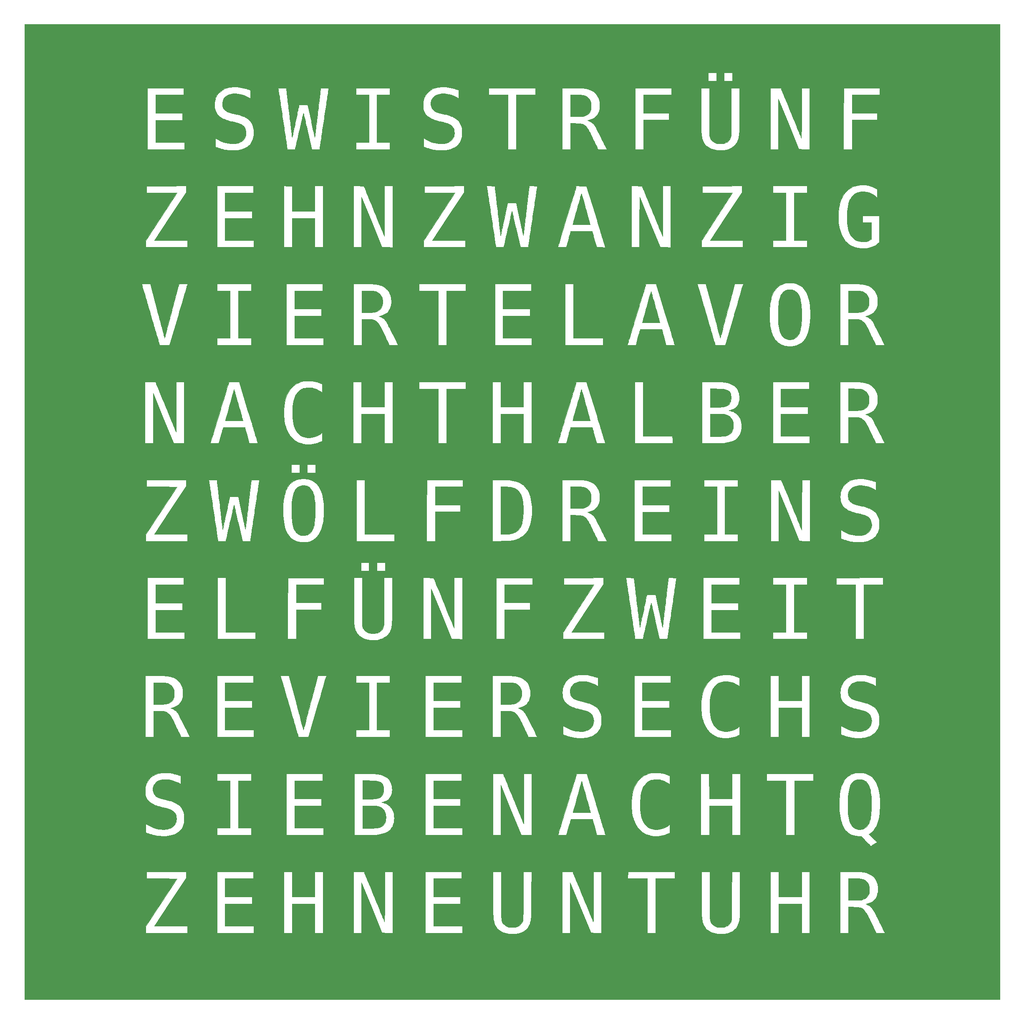
<source format=gbr>
%TF.GenerationSoftware,KiCad,Pcbnew,5.1.6-c6e7f7d~87~ubuntu18.04.1*%
%TF.CreationDate,2020-08-16T10:53:22+02:00*%
%TF.ProjectId,Elektronik,456c656b-7472-46f6-9e69-6b2e6b696361,rev?*%
%TF.SameCoordinates,Original*%
%TF.FileFunction,Copper,L1,Top*%
%TF.FilePolarity,Positive*%
%FSLAX46Y46*%
G04 Gerber Fmt 4.6, Leading zero omitted, Abs format (unit mm)*
G04 Created by KiCad (PCBNEW 5.1.6-c6e7f7d~87~ubuntu18.04.1) date 2020-08-16 10:53:22*
%MOMM*%
%LPD*%
G01*
G04 APERTURE LIST*
%TA.AperFunction,EtchedComponent*%
%ADD10C,0.010000*%
%TD*%
G04 APERTURE END LIST*
D10*
%TO.C,G1*%
G36*
X146529974Y-34112844D02*
G01*
X146796642Y-34115098D01*
X147023869Y-34119447D01*
X147217325Y-34126372D01*
X147382683Y-34136358D01*
X147525616Y-34149888D01*
X147651796Y-34167445D01*
X147766896Y-34189511D01*
X147876588Y-34216572D01*
X147986545Y-34249109D01*
X148043900Y-34267751D01*
X148346511Y-34391915D01*
X148611775Y-34550492D01*
X148839566Y-34743346D01*
X149029754Y-34970340D01*
X149182214Y-35231336D01*
X149296817Y-35526200D01*
X149330864Y-35648900D01*
X149360032Y-35806551D01*
X149380099Y-35999922D01*
X149390921Y-36214729D01*
X149392356Y-36436689D01*
X149384260Y-36651517D01*
X149366490Y-36844929D01*
X149344194Y-36979419D01*
X149258756Y-37284373D01*
X149141000Y-37553385D01*
X148989691Y-37787403D01*
X148803590Y-37987375D01*
X148581462Y-38154249D01*
X148322069Y-38288970D01*
X148024175Y-38392489D01*
X147686543Y-38465751D01*
X147351377Y-38506296D01*
X147262346Y-38511723D01*
X147137676Y-38516541D01*
X146983758Y-38520723D01*
X146806981Y-38524245D01*
X146613735Y-38527082D01*
X146410409Y-38529207D01*
X146203393Y-38530596D01*
X145999077Y-38531224D01*
X145803849Y-38531066D01*
X145624100Y-38530096D01*
X145466219Y-38528289D01*
X145336595Y-38525620D01*
X145241619Y-38522063D01*
X145187679Y-38517595D01*
X145177933Y-38514866D01*
X145175391Y-38487492D01*
X145172965Y-38413016D01*
X145170683Y-38295135D01*
X145168573Y-38137547D01*
X145166663Y-37943949D01*
X145164983Y-37718040D01*
X145163560Y-37463517D01*
X145162423Y-37184076D01*
X145161600Y-36883417D01*
X145161119Y-36565237D01*
X145161000Y-36305066D01*
X145161000Y-34112200D01*
X146218190Y-34112200D01*
X146529974Y-34112844D01*
G37*
X146529974Y-34112844D02*
X146796642Y-34115098D01*
X147023869Y-34119447D01*
X147217325Y-34126372D01*
X147382683Y-34136358D01*
X147525616Y-34149888D01*
X147651796Y-34167445D01*
X147766896Y-34189511D01*
X147876588Y-34216572D01*
X147986545Y-34249109D01*
X148043900Y-34267751D01*
X148346511Y-34391915D01*
X148611775Y-34550492D01*
X148839566Y-34743346D01*
X149029754Y-34970340D01*
X149182214Y-35231336D01*
X149296817Y-35526200D01*
X149330864Y-35648900D01*
X149360032Y-35806551D01*
X149380099Y-35999922D01*
X149390921Y-36214729D01*
X149392356Y-36436689D01*
X149384260Y-36651517D01*
X149366490Y-36844929D01*
X149344194Y-36979419D01*
X149258756Y-37284373D01*
X149141000Y-37553385D01*
X148989691Y-37787403D01*
X148803590Y-37987375D01*
X148581462Y-38154249D01*
X148322069Y-38288970D01*
X148024175Y-38392489D01*
X147686543Y-38465751D01*
X147351377Y-38506296D01*
X147262346Y-38511723D01*
X147137676Y-38516541D01*
X146983758Y-38520723D01*
X146806981Y-38524245D01*
X146613735Y-38527082D01*
X146410409Y-38529207D01*
X146203393Y-38530596D01*
X145999077Y-38531224D01*
X145803849Y-38531066D01*
X145624100Y-38530096D01*
X145466219Y-38528289D01*
X145336595Y-38525620D01*
X145241619Y-38522063D01*
X145187679Y-38517595D01*
X145177933Y-38514866D01*
X145175391Y-38487492D01*
X145172965Y-38413016D01*
X145170683Y-38295135D01*
X145168573Y-38137547D01*
X145166663Y-37943949D01*
X145164983Y-37718040D01*
X145163560Y-37463517D01*
X145162423Y-37184076D01*
X145161600Y-36883417D01*
X145161119Y-36565237D01*
X145161000Y-36305066D01*
X145161000Y-34112200D01*
X146218190Y-34112200D01*
X146529974Y-34112844D01*
G36*
X147426612Y-54169983D02*
G01*
X147448048Y-54237825D01*
X147481369Y-54348802D01*
X147525745Y-54500001D01*
X147580345Y-54688509D01*
X147644337Y-54911414D01*
X147716892Y-55165801D01*
X147797177Y-55448760D01*
X147884363Y-55757376D01*
X147977618Y-56088737D01*
X148076112Y-56439930D01*
X148179014Y-56808042D01*
X148283637Y-57183488D01*
X148390647Y-57568036D01*
X148494269Y-57940293D01*
X148593645Y-58297185D01*
X148687919Y-58635639D01*
X148776232Y-58952583D01*
X148857729Y-59244942D01*
X148931552Y-59509643D01*
X148996844Y-59743613D01*
X149052748Y-59943780D01*
X149098406Y-60107068D01*
X149132962Y-60230406D01*
X149155558Y-60310720D01*
X149165072Y-60344050D01*
X149197170Y-60452000D01*
X145646242Y-60452000D01*
X145669024Y-60382150D01*
X145678579Y-60349305D01*
X145700895Y-60270529D01*
X145735130Y-60148833D01*
X145780442Y-59987230D01*
X145835992Y-59788734D01*
X145900937Y-59556358D01*
X145974437Y-59293113D01*
X146055649Y-59002014D01*
X146143734Y-58686074D01*
X146237849Y-58348304D01*
X146337153Y-57991718D01*
X146440806Y-57619329D01*
X146546645Y-57238900D01*
X146653524Y-56854961D01*
X146756806Y-56484585D01*
X146855658Y-56130718D01*
X146949250Y-55796306D01*
X147036753Y-55484295D01*
X147117335Y-55197631D01*
X147190166Y-54939262D01*
X147254415Y-54712133D01*
X147309252Y-54519191D01*
X147353846Y-54363382D01*
X147387367Y-54247653D01*
X147408984Y-54174949D01*
X147417866Y-54148217D01*
X147417891Y-54148188D01*
X147426612Y-54169983D01*
G37*
X147426612Y-54169983D02*
X147448048Y-54237825D01*
X147481369Y-54348802D01*
X147525745Y-54500001D01*
X147580345Y-54688509D01*
X147644337Y-54911414D01*
X147716892Y-55165801D01*
X147797177Y-55448760D01*
X147884363Y-55757376D01*
X147977618Y-56088737D01*
X148076112Y-56439930D01*
X148179014Y-56808042D01*
X148283637Y-57183488D01*
X148390647Y-57568036D01*
X148494269Y-57940293D01*
X148593645Y-58297185D01*
X148687919Y-58635639D01*
X148776232Y-58952583D01*
X148857729Y-59244942D01*
X148931552Y-59509643D01*
X148996844Y-59743613D01*
X149052748Y-59943780D01*
X149098406Y-60107068D01*
X149132962Y-60230406D01*
X149155558Y-60310720D01*
X149165072Y-60344050D01*
X149197170Y-60452000D01*
X145646242Y-60452000D01*
X145669024Y-60382150D01*
X145678579Y-60349305D01*
X145700895Y-60270529D01*
X145735130Y-60148833D01*
X145780442Y-59987230D01*
X145835992Y-59788734D01*
X145900937Y-59556358D01*
X145974437Y-59293113D01*
X146055649Y-59002014D01*
X146143734Y-58686074D01*
X146237849Y-58348304D01*
X146337153Y-57991718D01*
X146440806Y-57619329D01*
X146546645Y-57238900D01*
X146653524Y-56854961D01*
X146756806Y-56484585D01*
X146855658Y-56130718D01*
X146949250Y-55796306D01*
X147036753Y-55484295D01*
X147117335Y-55197631D01*
X147190166Y-54939262D01*
X147254415Y-54712133D01*
X147309252Y-54519191D01*
X147353846Y-54363382D01*
X147387367Y-54247653D01*
X147408984Y-54174949D01*
X147417866Y-54148217D01*
X147417891Y-54148188D01*
X147426612Y-54169983D01*
G36*
X202917974Y-73863844D02*
G01*
X203184642Y-73866098D01*
X203411869Y-73870447D01*
X203605325Y-73877372D01*
X203770683Y-73887358D01*
X203913616Y-73900888D01*
X204039796Y-73918445D01*
X204154896Y-73940511D01*
X204264588Y-73967572D01*
X204374545Y-74000109D01*
X204431900Y-74018751D01*
X204734511Y-74142915D01*
X204999775Y-74301492D01*
X205227566Y-74494346D01*
X205417754Y-74721340D01*
X205570214Y-74982336D01*
X205684817Y-75277200D01*
X205718864Y-75399900D01*
X205748032Y-75557551D01*
X205768099Y-75750922D01*
X205778921Y-75965729D01*
X205780356Y-76187689D01*
X205772260Y-76402517D01*
X205754490Y-76595929D01*
X205732194Y-76730419D01*
X205646756Y-77035373D01*
X205529000Y-77304385D01*
X205377691Y-77538403D01*
X205191590Y-77738375D01*
X204969462Y-77905249D01*
X204710069Y-78039970D01*
X204412175Y-78143489D01*
X204074543Y-78216751D01*
X203739377Y-78257296D01*
X203650346Y-78262723D01*
X203525676Y-78267541D01*
X203371758Y-78271723D01*
X203194981Y-78275245D01*
X203001735Y-78278082D01*
X202798409Y-78280207D01*
X202591393Y-78281596D01*
X202387077Y-78282224D01*
X202191849Y-78282066D01*
X202012100Y-78281096D01*
X201854219Y-78279289D01*
X201724595Y-78276620D01*
X201629619Y-78273063D01*
X201575679Y-78268595D01*
X201565933Y-78265866D01*
X201563391Y-78238492D01*
X201560965Y-78164016D01*
X201558683Y-78046135D01*
X201556573Y-77888547D01*
X201554663Y-77694949D01*
X201552983Y-77469040D01*
X201551560Y-77214517D01*
X201550423Y-76935076D01*
X201549600Y-76634417D01*
X201549119Y-76316237D01*
X201549000Y-76056066D01*
X201549000Y-73863200D01*
X202606190Y-73863200D01*
X202917974Y-73863844D01*
G37*
X202917974Y-73863844D02*
X203184642Y-73866098D01*
X203411869Y-73870447D01*
X203605325Y-73877372D01*
X203770683Y-73887358D01*
X203913616Y-73900888D01*
X204039796Y-73918445D01*
X204154896Y-73940511D01*
X204264588Y-73967572D01*
X204374545Y-74000109D01*
X204431900Y-74018751D01*
X204734511Y-74142915D01*
X204999775Y-74301492D01*
X205227566Y-74494346D01*
X205417754Y-74721340D01*
X205570214Y-74982336D01*
X205684817Y-75277200D01*
X205718864Y-75399900D01*
X205748032Y-75557551D01*
X205768099Y-75750922D01*
X205778921Y-75965729D01*
X205780356Y-76187689D01*
X205772260Y-76402517D01*
X205754490Y-76595929D01*
X205732194Y-76730419D01*
X205646756Y-77035373D01*
X205529000Y-77304385D01*
X205377691Y-77538403D01*
X205191590Y-77738375D01*
X204969462Y-77905249D01*
X204710069Y-78039970D01*
X204412175Y-78143489D01*
X204074543Y-78216751D01*
X203739377Y-78257296D01*
X203650346Y-78262723D01*
X203525676Y-78267541D01*
X203371758Y-78271723D01*
X203194981Y-78275245D01*
X203001735Y-78278082D01*
X202798409Y-78280207D01*
X202591393Y-78281596D01*
X202387077Y-78282224D01*
X202191849Y-78282066D01*
X202012100Y-78281096D01*
X201854219Y-78279289D01*
X201724595Y-78276620D01*
X201629619Y-78273063D01*
X201575679Y-78268595D01*
X201565933Y-78265866D01*
X201563391Y-78238492D01*
X201560965Y-78164016D01*
X201558683Y-78046135D01*
X201556573Y-77888547D01*
X201554663Y-77694949D01*
X201552983Y-77469040D01*
X201551560Y-77214517D01*
X201550423Y-76935076D01*
X201549600Y-76634417D01*
X201549119Y-76316237D01*
X201549000Y-76056066D01*
X201549000Y-73863200D01*
X202606190Y-73863200D01*
X202917974Y-73863844D01*
G36*
X161549012Y-74032783D02*
G01*
X161570448Y-74100625D01*
X161603769Y-74211602D01*
X161648145Y-74362801D01*
X161702745Y-74551309D01*
X161766737Y-74774214D01*
X161839292Y-75028601D01*
X161919577Y-75311560D01*
X162006763Y-75620176D01*
X162100018Y-75951537D01*
X162198512Y-76302730D01*
X162301414Y-76670842D01*
X162406037Y-77046288D01*
X162513047Y-77430836D01*
X162616669Y-77803093D01*
X162716045Y-78159985D01*
X162810319Y-78498439D01*
X162898632Y-78815383D01*
X162980129Y-79107742D01*
X163053952Y-79372443D01*
X163119244Y-79606413D01*
X163175148Y-79806580D01*
X163220806Y-79969868D01*
X163255362Y-80093206D01*
X163277958Y-80173520D01*
X163287472Y-80206850D01*
X163319570Y-80314800D01*
X159768642Y-80314800D01*
X159791424Y-80244950D01*
X159800979Y-80212105D01*
X159823295Y-80133329D01*
X159857530Y-80011633D01*
X159902842Y-79850030D01*
X159958392Y-79651534D01*
X160023337Y-79419158D01*
X160096837Y-79155913D01*
X160178049Y-78864814D01*
X160266134Y-78548874D01*
X160360249Y-78211104D01*
X160459553Y-77854518D01*
X160563206Y-77482129D01*
X160669045Y-77101700D01*
X160775924Y-76717761D01*
X160879206Y-76347385D01*
X160978058Y-75993518D01*
X161071650Y-75659106D01*
X161159153Y-75347095D01*
X161239735Y-75060431D01*
X161312566Y-74802062D01*
X161376815Y-74574933D01*
X161431652Y-74381991D01*
X161476246Y-74226182D01*
X161509767Y-74110453D01*
X161531384Y-74037749D01*
X161540266Y-74011017D01*
X161540291Y-74010988D01*
X161549012Y-74032783D01*
G37*
X161549012Y-74032783D02*
X161570448Y-74100625D01*
X161603769Y-74211602D01*
X161648145Y-74362801D01*
X161702745Y-74551309D01*
X161766737Y-74774214D01*
X161839292Y-75028601D01*
X161919577Y-75311560D01*
X162006763Y-75620176D01*
X162100018Y-75951537D01*
X162198512Y-76302730D01*
X162301414Y-76670842D01*
X162406037Y-77046288D01*
X162513047Y-77430836D01*
X162616669Y-77803093D01*
X162716045Y-78159985D01*
X162810319Y-78498439D01*
X162898632Y-78815383D01*
X162980129Y-79107742D01*
X163053952Y-79372443D01*
X163119244Y-79606413D01*
X163175148Y-79806580D01*
X163220806Y-79969868D01*
X163255362Y-80093206D01*
X163277958Y-80173520D01*
X163287472Y-80206850D01*
X163319570Y-80314800D01*
X159768642Y-80314800D01*
X159791424Y-80244950D01*
X159800979Y-80212105D01*
X159823295Y-80133329D01*
X159857530Y-80011633D01*
X159902842Y-79850030D01*
X159958392Y-79651534D01*
X160023337Y-79419158D01*
X160096837Y-79155913D01*
X160178049Y-78864814D01*
X160266134Y-78548874D01*
X160360249Y-78211104D01*
X160459553Y-77854518D01*
X160563206Y-77482129D01*
X160669045Y-77101700D01*
X160775924Y-76717761D01*
X160879206Y-76347385D01*
X160978058Y-75993518D01*
X161071650Y-75659106D01*
X161159153Y-75347095D01*
X161239735Y-75060431D01*
X161312566Y-74802062D01*
X161376815Y-74574933D01*
X161431652Y-74381991D01*
X161476246Y-74226182D01*
X161509767Y-74110453D01*
X161531384Y-74037749D01*
X161540266Y-74011017D01*
X161540291Y-74010988D01*
X161549012Y-74032783D01*
G36*
X104213574Y-73863844D02*
G01*
X104480242Y-73866098D01*
X104707469Y-73870447D01*
X104900925Y-73877372D01*
X105066283Y-73887358D01*
X105209216Y-73900888D01*
X105335396Y-73918445D01*
X105450496Y-73940511D01*
X105560188Y-73967572D01*
X105670145Y-74000109D01*
X105727500Y-74018751D01*
X106030111Y-74142915D01*
X106295375Y-74301492D01*
X106523166Y-74494346D01*
X106713354Y-74721340D01*
X106865814Y-74982336D01*
X106980417Y-75277200D01*
X107014464Y-75399900D01*
X107043632Y-75557551D01*
X107063699Y-75750922D01*
X107074521Y-75965729D01*
X107075956Y-76187689D01*
X107067860Y-76402517D01*
X107050090Y-76595929D01*
X107027794Y-76730419D01*
X106942356Y-77035373D01*
X106824600Y-77304385D01*
X106673291Y-77538403D01*
X106487190Y-77738375D01*
X106265062Y-77905249D01*
X106005669Y-78039970D01*
X105707775Y-78143489D01*
X105370143Y-78216751D01*
X105034977Y-78257296D01*
X104945946Y-78262723D01*
X104821276Y-78267541D01*
X104667358Y-78271723D01*
X104490581Y-78275245D01*
X104297335Y-78278082D01*
X104094009Y-78280207D01*
X103886993Y-78281596D01*
X103682677Y-78282224D01*
X103487449Y-78282066D01*
X103307700Y-78281096D01*
X103149819Y-78279289D01*
X103020195Y-78276620D01*
X102925219Y-78273063D01*
X102871279Y-78268595D01*
X102861533Y-78265866D01*
X102858991Y-78238492D01*
X102856565Y-78164016D01*
X102854283Y-78046135D01*
X102852173Y-77888547D01*
X102850263Y-77694949D01*
X102848583Y-77469040D01*
X102847160Y-77214517D01*
X102846023Y-76935076D01*
X102845200Y-76634417D01*
X102844719Y-76316237D01*
X102844600Y-76056066D01*
X102844600Y-73863200D01*
X103901790Y-73863200D01*
X104213574Y-73863844D01*
G37*
X104213574Y-73863844D02*
X104480242Y-73866098D01*
X104707469Y-73870447D01*
X104900925Y-73877372D01*
X105066283Y-73887358D01*
X105209216Y-73900888D01*
X105335396Y-73918445D01*
X105450496Y-73940511D01*
X105560188Y-73967572D01*
X105670145Y-74000109D01*
X105727500Y-74018751D01*
X106030111Y-74142915D01*
X106295375Y-74301492D01*
X106523166Y-74494346D01*
X106713354Y-74721340D01*
X106865814Y-74982336D01*
X106980417Y-75277200D01*
X107014464Y-75399900D01*
X107043632Y-75557551D01*
X107063699Y-75750922D01*
X107074521Y-75965729D01*
X107075956Y-76187689D01*
X107067860Y-76402517D01*
X107050090Y-76595929D01*
X107027794Y-76730419D01*
X106942356Y-77035373D01*
X106824600Y-77304385D01*
X106673291Y-77538403D01*
X106487190Y-77738375D01*
X106265062Y-77905249D01*
X106005669Y-78039970D01*
X105707775Y-78143489D01*
X105370143Y-78216751D01*
X105034977Y-78257296D01*
X104945946Y-78262723D01*
X104821276Y-78267541D01*
X104667358Y-78271723D01*
X104490581Y-78275245D01*
X104297335Y-78278082D01*
X104094009Y-78280207D01*
X103886993Y-78281596D01*
X103682677Y-78282224D01*
X103487449Y-78282066D01*
X103307700Y-78281096D01*
X103149819Y-78279289D01*
X103020195Y-78276620D01*
X102925219Y-78273063D01*
X102871279Y-78268595D01*
X102861533Y-78265866D01*
X102858991Y-78238492D01*
X102856565Y-78164016D01*
X102854283Y-78046135D01*
X102852173Y-77888547D01*
X102850263Y-77694949D01*
X102848583Y-77469040D01*
X102847160Y-77214517D01*
X102846023Y-76935076D01*
X102845200Y-76634417D01*
X102844719Y-76316237D01*
X102844600Y-76056066D01*
X102844600Y-73863200D01*
X103901790Y-73863200D01*
X104213574Y-73863844D01*
G36*
X189967310Y-73634408D02*
G01*
X190177012Y-73661975D01*
X190370643Y-73711612D01*
X190564442Y-73786873D01*
X190652400Y-73828259D01*
X190773360Y-73891330D01*
X190872036Y-73953275D01*
X190964660Y-74026006D01*
X191067461Y-74121430D01*
X191111845Y-74165393D01*
X191286606Y-74361133D01*
X191437512Y-74576608D01*
X191568120Y-74818757D01*
X191681990Y-75094520D01*
X191782680Y-75410837D01*
X191818113Y-75542671D01*
X191896793Y-75893441D01*
X191964410Y-76287861D01*
X192020522Y-76719903D01*
X192064691Y-77183542D01*
X192096475Y-77672749D01*
X192115436Y-78181498D01*
X192121133Y-78703762D01*
X192113127Y-79233515D01*
X192104950Y-79472408D01*
X192080105Y-79970521D01*
X192047212Y-80422708D01*
X192005611Y-80833305D01*
X191954638Y-81206646D01*
X191893632Y-81547065D01*
X191821931Y-81858899D01*
X191738872Y-82146481D01*
X191663632Y-82362456D01*
X191519837Y-82684667D01*
X191346089Y-82968615D01*
X191143661Y-83212892D01*
X190913829Y-83416093D01*
X190657869Y-83576812D01*
X190494395Y-83651427D01*
X190309593Y-83709919D01*
X190094184Y-83753800D01*
X189866843Y-83780770D01*
X189646248Y-83788527D01*
X189471300Y-83777479D01*
X189207212Y-83727837D01*
X188951381Y-83648062D01*
X188715216Y-83542894D01*
X188510130Y-83417067D01*
X188410599Y-83337103D01*
X188235600Y-83159802D01*
X188078447Y-82956514D01*
X187938174Y-82724432D01*
X187813814Y-82460748D01*
X187704401Y-82162654D01*
X187608970Y-81827344D01*
X187526553Y-81452010D01*
X187456186Y-81033843D01*
X187396901Y-80570037D01*
X187370601Y-80314800D01*
X187361905Y-80192866D01*
X187354505Y-80027124D01*
X187348398Y-79824549D01*
X187343584Y-79592115D01*
X187340062Y-79336796D01*
X187337832Y-79065569D01*
X187336892Y-78785408D01*
X187337242Y-78503287D01*
X187338879Y-78226182D01*
X187341805Y-77961068D01*
X187346016Y-77714918D01*
X187351514Y-77494710D01*
X187358296Y-77307416D01*
X187366361Y-77160013D01*
X187371038Y-77101700D01*
X187426382Y-76597244D01*
X187493842Y-76140263D01*
X187574311Y-75728684D01*
X187668684Y-75360437D01*
X187777856Y-75033450D01*
X187902721Y-74745652D01*
X188044174Y-74494971D01*
X188203108Y-74279337D01*
X188380418Y-74096677D01*
X188576998Y-73944922D01*
X188785500Y-73825987D01*
X189000626Y-73734113D01*
X189212636Y-73672335D01*
X189437562Y-73637231D01*
X189691437Y-73625378D01*
X189725300Y-73625358D01*
X189967310Y-73634408D01*
G37*
X189967310Y-73634408D02*
X190177012Y-73661975D01*
X190370643Y-73711612D01*
X190564442Y-73786873D01*
X190652400Y-73828259D01*
X190773360Y-73891330D01*
X190872036Y-73953275D01*
X190964660Y-74026006D01*
X191067461Y-74121430D01*
X191111845Y-74165393D01*
X191286606Y-74361133D01*
X191437512Y-74576608D01*
X191568120Y-74818757D01*
X191681990Y-75094520D01*
X191782680Y-75410837D01*
X191818113Y-75542671D01*
X191896793Y-75893441D01*
X191964410Y-76287861D01*
X192020522Y-76719903D01*
X192064691Y-77183542D01*
X192096475Y-77672749D01*
X192115436Y-78181498D01*
X192121133Y-78703762D01*
X192113127Y-79233515D01*
X192104950Y-79472408D01*
X192080105Y-79970521D01*
X192047212Y-80422708D01*
X192005611Y-80833305D01*
X191954638Y-81206646D01*
X191893632Y-81547065D01*
X191821931Y-81858899D01*
X191738872Y-82146481D01*
X191663632Y-82362456D01*
X191519837Y-82684667D01*
X191346089Y-82968615D01*
X191143661Y-83212892D01*
X190913829Y-83416093D01*
X190657869Y-83576812D01*
X190494395Y-83651427D01*
X190309593Y-83709919D01*
X190094184Y-83753800D01*
X189866843Y-83780770D01*
X189646248Y-83788527D01*
X189471300Y-83777479D01*
X189207212Y-83727837D01*
X188951381Y-83648062D01*
X188715216Y-83542894D01*
X188510130Y-83417067D01*
X188410599Y-83337103D01*
X188235600Y-83159802D01*
X188078447Y-82956514D01*
X187938174Y-82724432D01*
X187813814Y-82460748D01*
X187704401Y-82162654D01*
X187608970Y-81827344D01*
X187526553Y-81452010D01*
X187456186Y-81033843D01*
X187396901Y-80570037D01*
X187370601Y-80314800D01*
X187361905Y-80192866D01*
X187354505Y-80027124D01*
X187348398Y-79824549D01*
X187343584Y-79592115D01*
X187340062Y-79336796D01*
X187337832Y-79065569D01*
X187336892Y-78785408D01*
X187337242Y-78503287D01*
X187338879Y-78226182D01*
X187341805Y-77961068D01*
X187346016Y-77714918D01*
X187351514Y-77494710D01*
X187358296Y-77307416D01*
X187366361Y-77160013D01*
X187371038Y-77101700D01*
X187426382Y-76597244D01*
X187493842Y-76140263D01*
X187574311Y-75728684D01*
X187668684Y-75360437D01*
X187777856Y-75033450D01*
X187902721Y-74745652D01*
X188044174Y-74494971D01*
X188203108Y-74279337D01*
X188380418Y-74096677D01*
X188576998Y-73944922D01*
X188785500Y-73825987D01*
X189000626Y-73734113D01*
X189212636Y-73672335D01*
X189437562Y-73637231D01*
X189691437Y-73625378D01*
X189725300Y-73625358D01*
X189967310Y-73634408D01*
G36*
X202917974Y-93752044D02*
G01*
X203184642Y-93754298D01*
X203411869Y-93758647D01*
X203605325Y-93765572D01*
X203770683Y-93775558D01*
X203913616Y-93789088D01*
X204039796Y-93806645D01*
X204154896Y-93828711D01*
X204264588Y-93855772D01*
X204374545Y-93888309D01*
X204431900Y-93906951D01*
X204734511Y-94031115D01*
X204999775Y-94189692D01*
X205227566Y-94382546D01*
X205417754Y-94609540D01*
X205570214Y-94870536D01*
X205684817Y-95165400D01*
X205718864Y-95288100D01*
X205748032Y-95445751D01*
X205768099Y-95639122D01*
X205778921Y-95853929D01*
X205780356Y-96075889D01*
X205772260Y-96290717D01*
X205754490Y-96484129D01*
X205732194Y-96618619D01*
X205646756Y-96923573D01*
X205529000Y-97192585D01*
X205377691Y-97426603D01*
X205191590Y-97626575D01*
X204969462Y-97793449D01*
X204710069Y-97928170D01*
X204412175Y-98031689D01*
X204074543Y-98104951D01*
X203739377Y-98145496D01*
X203650346Y-98150923D01*
X203525676Y-98155741D01*
X203371758Y-98159923D01*
X203194981Y-98163445D01*
X203001735Y-98166282D01*
X202798409Y-98168407D01*
X202591393Y-98169796D01*
X202387077Y-98170424D01*
X202191849Y-98170266D01*
X202012100Y-98169296D01*
X201854219Y-98167489D01*
X201724595Y-98164820D01*
X201629619Y-98161263D01*
X201575679Y-98156795D01*
X201565933Y-98154066D01*
X201563391Y-98126692D01*
X201560965Y-98052216D01*
X201558683Y-97934335D01*
X201556573Y-97776747D01*
X201554663Y-97583149D01*
X201552983Y-97357240D01*
X201551560Y-97102717D01*
X201550423Y-96823276D01*
X201549600Y-96522617D01*
X201549119Y-96204437D01*
X201549000Y-95944266D01*
X201549000Y-93751400D01*
X202606190Y-93751400D01*
X202917974Y-93752044D01*
G37*
X202917974Y-93752044D02*
X203184642Y-93754298D01*
X203411869Y-93758647D01*
X203605325Y-93765572D01*
X203770683Y-93775558D01*
X203913616Y-93789088D01*
X204039796Y-93806645D01*
X204154896Y-93828711D01*
X204264588Y-93855772D01*
X204374545Y-93888309D01*
X204431900Y-93906951D01*
X204734511Y-94031115D01*
X204999775Y-94189692D01*
X205227566Y-94382546D01*
X205417754Y-94609540D01*
X205570214Y-94870536D01*
X205684817Y-95165400D01*
X205718864Y-95288100D01*
X205748032Y-95445751D01*
X205768099Y-95639122D01*
X205778921Y-95853929D01*
X205780356Y-96075889D01*
X205772260Y-96290717D01*
X205754490Y-96484129D01*
X205732194Y-96618619D01*
X205646756Y-96923573D01*
X205529000Y-97192585D01*
X205377691Y-97426603D01*
X205191590Y-97626575D01*
X204969462Y-97793449D01*
X204710069Y-97928170D01*
X204412175Y-98031689D01*
X204074543Y-98104951D01*
X203739377Y-98145496D01*
X203650346Y-98150923D01*
X203525676Y-98155741D01*
X203371758Y-98159923D01*
X203194981Y-98163445D01*
X203001735Y-98166282D01*
X202798409Y-98168407D01*
X202591393Y-98169796D01*
X202387077Y-98170424D01*
X202191849Y-98170266D01*
X202012100Y-98169296D01*
X201854219Y-98167489D01*
X201724595Y-98164820D01*
X201629619Y-98161263D01*
X201575679Y-98156795D01*
X201565933Y-98154066D01*
X201563391Y-98126692D01*
X201560965Y-98052216D01*
X201558683Y-97934335D01*
X201556573Y-97776747D01*
X201554663Y-97583149D01*
X201552983Y-97357240D01*
X201551560Y-97102717D01*
X201550423Y-96823276D01*
X201549600Y-96522617D01*
X201549119Y-96204437D01*
X201549000Y-95944266D01*
X201549000Y-93751400D01*
X202606190Y-93751400D01*
X202917974Y-93752044D01*
G36*
X175022691Y-93751836D02*
G01*
X175286796Y-93753228D01*
X175509718Y-93755700D01*
X175696265Y-93759375D01*
X175851242Y-93764377D01*
X175979453Y-93770829D01*
X176085706Y-93778857D01*
X176174805Y-93788583D01*
X176179449Y-93789189D01*
X176509213Y-93846362D01*
X176795473Y-93926130D01*
X177040963Y-94030052D01*
X177248419Y-94159686D01*
X177420576Y-94316592D01*
X177560171Y-94502330D01*
X177620738Y-94610705D01*
X177696302Y-94802928D01*
X177750659Y-95030621D01*
X177783413Y-95282914D01*
X177794169Y-95548937D01*
X177782531Y-95817817D01*
X177748102Y-96078684D01*
X177690486Y-96320668D01*
X177683817Y-96342200D01*
X177582195Y-96593462D01*
X177446124Y-96811843D01*
X177274187Y-96998348D01*
X177064969Y-97153986D01*
X176817054Y-97279764D01*
X176529026Y-97376689D01*
X176199469Y-97445768D01*
X176115412Y-97458129D01*
X176042865Y-97464378D01*
X175924452Y-97469990D01*
X175765100Y-97474869D01*
X175569741Y-97478919D01*
X175343303Y-97482044D01*
X175090717Y-97484148D01*
X174816911Y-97485135D01*
X174724762Y-97485200D01*
X173532800Y-97485200D01*
X173532800Y-93751400D01*
X174712599Y-93751400D01*
X175022691Y-93751836D01*
G37*
X175022691Y-93751836D02*
X175286796Y-93753228D01*
X175509718Y-93755700D01*
X175696265Y-93759375D01*
X175851242Y-93764377D01*
X175979453Y-93770829D01*
X176085706Y-93778857D01*
X176174805Y-93788583D01*
X176179449Y-93789189D01*
X176509213Y-93846362D01*
X176795473Y-93926130D01*
X177040963Y-94030052D01*
X177248419Y-94159686D01*
X177420576Y-94316592D01*
X177560171Y-94502330D01*
X177620738Y-94610705D01*
X177696302Y-94802928D01*
X177750659Y-95030621D01*
X177783413Y-95282914D01*
X177794169Y-95548937D01*
X177782531Y-95817817D01*
X177748102Y-96078684D01*
X177690486Y-96320668D01*
X177683817Y-96342200D01*
X177582195Y-96593462D01*
X177446124Y-96811843D01*
X177274187Y-96998348D01*
X177064969Y-97153986D01*
X176817054Y-97279764D01*
X176529026Y-97376689D01*
X176199469Y-97445768D01*
X176115412Y-97458129D01*
X176042865Y-97464378D01*
X175924452Y-97469990D01*
X175765100Y-97474869D01*
X175569741Y-97478919D01*
X175343303Y-97482044D01*
X175090717Y-97484148D01*
X174816911Y-97485135D01*
X174724762Y-97485200D01*
X173532800Y-97485200D01*
X173532800Y-93751400D01*
X174712599Y-93751400D01*
X175022691Y-93751836D01*
G36*
X174809150Y-98863916D02*
G01*
X175148177Y-98867626D01*
X175447333Y-98872250D01*
X175704760Y-98877733D01*
X175918598Y-98884022D01*
X176086990Y-98891064D01*
X176208077Y-98898804D01*
X176273947Y-98906138D01*
X176597662Y-98971847D01*
X176894412Y-99058213D01*
X177154070Y-99162211D01*
X177190400Y-99179742D01*
X177313582Y-99244605D01*
X177414691Y-99308908D01*
X177510379Y-99384864D01*
X177617301Y-99484687D01*
X177649106Y-99516167D01*
X177814793Y-99700759D01*
X177947097Y-99893950D01*
X178050590Y-100105374D01*
X178129848Y-100344666D01*
X178189444Y-100621461D01*
X178197759Y-100671744D01*
X178218191Y-100853062D01*
X178228204Y-101063474D01*
X178228248Y-101288533D01*
X178218775Y-101513788D01*
X178200235Y-101724790D01*
X178173078Y-101907090D01*
X178156904Y-101981000D01*
X178062271Y-102273553D01*
X177933804Y-102528594D01*
X177769971Y-102747814D01*
X177569242Y-102932908D01*
X177330087Y-103085567D01*
X177050975Y-103207485D01*
X177046559Y-103209059D01*
X176905377Y-103254785D01*
X176754714Y-103294206D01*
X176590179Y-103327703D01*
X176407379Y-103355657D01*
X176201923Y-103378450D01*
X175969421Y-103396461D01*
X175705481Y-103410073D01*
X175405711Y-103419666D01*
X175065720Y-103425621D01*
X174681117Y-103428320D01*
X174517050Y-103428572D01*
X173532800Y-103428800D01*
X173532800Y-98852389D01*
X174809150Y-98863916D01*
G37*
X174809150Y-98863916D02*
X175148177Y-98867626D01*
X175447333Y-98872250D01*
X175704760Y-98877733D01*
X175918598Y-98884022D01*
X176086990Y-98891064D01*
X176208077Y-98898804D01*
X176273947Y-98906138D01*
X176597662Y-98971847D01*
X176894412Y-99058213D01*
X177154070Y-99162211D01*
X177190400Y-99179742D01*
X177313582Y-99244605D01*
X177414691Y-99308908D01*
X177510379Y-99384864D01*
X177617301Y-99484687D01*
X177649106Y-99516167D01*
X177814793Y-99700759D01*
X177947097Y-99893950D01*
X178050590Y-100105374D01*
X178129848Y-100344666D01*
X178189444Y-100621461D01*
X178197759Y-100671744D01*
X178218191Y-100853062D01*
X178228204Y-101063474D01*
X178228248Y-101288533D01*
X178218775Y-101513788D01*
X178200235Y-101724790D01*
X178173078Y-101907090D01*
X178156904Y-101981000D01*
X178062271Y-102273553D01*
X177933804Y-102528594D01*
X177769971Y-102747814D01*
X177569242Y-102932908D01*
X177330087Y-103085567D01*
X177050975Y-103207485D01*
X177046559Y-103209059D01*
X176905377Y-103254785D01*
X176754714Y-103294206D01*
X176590179Y-103327703D01*
X176407379Y-103355657D01*
X176201923Y-103378450D01*
X175969421Y-103396461D01*
X175705481Y-103410073D01*
X175405711Y-103419666D01*
X175065720Y-103425621D01*
X174681117Y-103428320D01*
X174517050Y-103428572D01*
X173532800Y-103428800D01*
X173532800Y-98852389D01*
X174809150Y-98863916D01*
G36*
X147426612Y-93920983D02*
G01*
X147448048Y-93988825D01*
X147481369Y-94099802D01*
X147525745Y-94251001D01*
X147580345Y-94439509D01*
X147644337Y-94662414D01*
X147716892Y-94916801D01*
X147797177Y-95199760D01*
X147884363Y-95508376D01*
X147977618Y-95839737D01*
X148076112Y-96190930D01*
X148179014Y-96559042D01*
X148283637Y-96934488D01*
X148390647Y-97319036D01*
X148494269Y-97691293D01*
X148593645Y-98048185D01*
X148687919Y-98386639D01*
X148776232Y-98703583D01*
X148857729Y-98995942D01*
X148931552Y-99260643D01*
X148996844Y-99494613D01*
X149052748Y-99694780D01*
X149098406Y-99858068D01*
X149132962Y-99981406D01*
X149155558Y-100061720D01*
X149165072Y-100095050D01*
X149197170Y-100203000D01*
X145646242Y-100203000D01*
X145669024Y-100133150D01*
X145678579Y-100100305D01*
X145700895Y-100021529D01*
X145735130Y-99899833D01*
X145780442Y-99738230D01*
X145835992Y-99539734D01*
X145900937Y-99307358D01*
X145974437Y-99044113D01*
X146055649Y-98753014D01*
X146143734Y-98437074D01*
X146237849Y-98099304D01*
X146337153Y-97742718D01*
X146440806Y-97370329D01*
X146546645Y-96989900D01*
X146653524Y-96605961D01*
X146756806Y-96235585D01*
X146855658Y-95881718D01*
X146949250Y-95547306D01*
X147036753Y-95235295D01*
X147117335Y-94948631D01*
X147190166Y-94690262D01*
X147254415Y-94463133D01*
X147309252Y-94270191D01*
X147353846Y-94114382D01*
X147387367Y-93998653D01*
X147408984Y-93925949D01*
X147417866Y-93899217D01*
X147417891Y-93899188D01*
X147426612Y-93920983D01*
G37*
X147426612Y-93920983D02*
X147448048Y-93988825D01*
X147481369Y-94099802D01*
X147525745Y-94251001D01*
X147580345Y-94439509D01*
X147644337Y-94662414D01*
X147716892Y-94916801D01*
X147797177Y-95199760D01*
X147884363Y-95508376D01*
X147977618Y-95839737D01*
X148076112Y-96190930D01*
X148179014Y-96559042D01*
X148283637Y-96934488D01*
X148390647Y-97319036D01*
X148494269Y-97691293D01*
X148593645Y-98048185D01*
X148687919Y-98386639D01*
X148776232Y-98703583D01*
X148857729Y-98995942D01*
X148931552Y-99260643D01*
X148996844Y-99494613D01*
X149052748Y-99694780D01*
X149098406Y-99858068D01*
X149132962Y-99981406D01*
X149155558Y-100061720D01*
X149165072Y-100095050D01*
X149197170Y-100203000D01*
X145646242Y-100203000D01*
X145669024Y-100133150D01*
X145678579Y-100100305D01*
X145700895Y-100021529D01*
X145735130Y-99899833D01*
X145780442Y-99738230D01*
X145835992Y-99539734D01*
X145900937Y-99307358D01*
X145974437Y-99044113D01*
X146055649Y-98753014D01*
X146143734Y-98437074D01*
X146237849Y-98099304D01*
X146337153Y-97742718D01*
X146440806Y-97370329D01*
X146546645Y-96989900D01*
X146653524Y-96605961D01*
X146756806Y-96235585D01*
X146855658Y-95881718D01*
X146949250Y-95547306D01*
X147036753Y-95235295D01*
X147117335Y-94948631D01*
X147190166Y-94690262D01*
X147254415Y-94463133D01*
X147309252Y-94270191D01*
X147353846Y-94114382D01*
X147387367Y-93998653D01*
X147408984Y-93925949D01*
X147417866Y-93899217D01*
X147417891Y-93899188D01*
X147426612Y-93920983D01*
G36*
X76941612Y-93920983D02*
G01*
X76963048Y-93988825D01*
X76996369Y-94099802D01*
X77040745Y-94251001D01*
X77095345Y-94439509D01*
X77159337Y-94662414D01*
X77231892Y-94916801D01*
X77312177Y-95199760D01*
X77399363Y-95508376D01*
X77492618Y-95839737D01*
X77591112Y-96190930D01*
X77694014Y-96559042D01*
X77798637Y-96934488D01*
X77905647Y-97319036D01*
X78009269Y-97691293D01*
X78108645Y-98048185D01*
X78202919Y-98386639D01*
X78291232Y-98703583D01*
X78372729Y-98995942D01*
X78446552Y-99260643D01*
X78511844Y-99494613D01*
X78567748Y-99694780D01*
X78613406Y-99858068D01*
X78647962Y-99981406D01*
X78670558Y-100061720D01*
X78680072Y-100095050D01*
X78712170Y-100203000D01*
X75161242Y-100203000D01*
X75184024Y-100133150D01*
X75193579Y-100100305D01*
X75215895Y-100021529D01*
X75250130Y-99899833D01*
X75295442Y-99738230D01*
X75350992Y-99539734D01*
X75415937Y-99307358D01*
X75489437Y-99044113D01*
X75570649Y-98753014D01*
X75658734Y-98437074D01*
X75752849Y-98099304D01*
X75852153Y-97742718D01*
X75955806Y-97370329D01*
X76061645Y-96989900D01*
X76168524Y-96605961D01*
X76271806Y-96235585D01*
X76370658Y-95881718D01*
X76464250Y-95547306D01*
X76551753Y-95235295D01*
X76632335Y-94948631D01*
X76705166Y-94690262D01*
X76769415Y-94463133D01*
X76824252Y-94270191D01*
X76868846Y-94114382D01*
X76902367Y-93998653D01*
X76923984Y-93925949D01*
X76932866Y-93899217D01*
X76932891Y-93899188D01*
X76941612Y-93920983D01*
G37*
X76941612Y-93920983D02*
X76963048Y-93988825D01*
X76996369Y-94099802D01*
X77040745Y-94251001D01*
X77095345Y-94439509D01*
X77159337Y-94662414D01*
X77231892Y-94916801D01*
X77312177Y-95199760D01*
X77399363Y-95508376D01*
X77492618Y-95839737D01*
X77591112Y-96190930D01*
X77694014Y-96559042D01*
X77798637Y-96934488D01*
X77905647Y-97319036D01*
X78009269Y-97691293D01*
X78108645Y-98048185D01*
X78202919Y-98386639D01*
X78291232Y-98703583D01*
X78372729Y-98995942D01*
X78446552Y-99260643D01*
X78511844Y-99494613D01*
X78567748Y-99694780D01*
X78613406Y-99858068D01*
X78647962Y-99981406D01*
X78670558Y-100061720D01*
X78680072Y-100095050D01*
X78712170Y-100203000D01*
X75161242Y-100203000D01*
X75184024Y-100133150D01*
X75193579Y-100100305D01*
X75215895Y-100021529D01*
X75250130Y-99899833D01*
X75295442Y-99738230D01*
X75350992Y-99539734D01*
X75415937Y-99307358D01*
X75489437Y-99044113D01*
X75570649Y-98753014D01*
X75658734Y-98437074D01*
X75752849Y-98099304D01*
X75852153Y-97742718D01*
X75955806Y-97370329D01*
X76061645Y-96989900D01*
X76168524Y-96605961D01*
X76271806Y-96235585D01*
X76370658Y-95881718D01*
X76464250Y-95547306D01*
X76551753Y-95235295D01*
X76632335Y-94948631D01*
X76705166Y-94690262D01*
X76769415Y-94463133D01*
X76824252Y-94270191D01*
X76868846Y-94114382D01*
X76902367Y-93998653D01*
X76923984Y-93925949D01*
X76932866Y-93899217D01*
X76932891Y-93899188D01*
X76941612Y-93920983D01*
G36*
X146529974Y-113614844D02*
G01*
X146796642Y-113617098D01*
X147023869Y-113621447D01*
X147217325Y-113628372D01*
X147382683Y-113638358D01*
X147525616Y-113651888D01*
X147651796Y-113669445D01*
X147766896Y-113691511D01*
X147876588Y-113718572D01*
X147986545Y-113751109D01*
X148043900Y-113769751D01*
X148346511Y-113893915D01*
X148611775Y-114052492D01*
X148839566Y-114245346D01*
X149029754Y-114472340D01*
X149182214Y-114733336D01*
X149296817Y-115028200D01*
X149330864Y-115150900D01*
X149360032Y-115308551D01*
X149380099Y-115501922D01*
X149390921Y-115716729D01*
X149392356Y-115938689D01*
X149384260Y-116153517D01*
X149366490Y-116346929D01*
X149344194Y-116481419D01*
X149258756Y-116786373D01*
X149141000Y-117055385D01*
X148989691Y-117289403D01*
X148803590Y-117489375D01*
X148581462Y-117656249D01*
X148322069Y-117790970D01*
X148024175Y-117894489D01*
X147686543Y-117967751D01*
X147351377Y-118008296D01*
X147262346Y-118013723D01*
X147137676Y-118018541D01*
X146983758Y-118022723D01*
X146806981Y-118026245D01*
X146613735Y-118029082D01*
X146410409Y-118031207D01*
X146203393Y-118032596D01*
X145999077Y-118033224D01*
X145803849Y-118033066D01*
X145624100Y-118032096D01*
X145466219Y-118030289D01*
X145336595Y-118027620D01*
X145241619Y-118024063D01*
X145187679Y-118019595D01*
X145177933Y-118016866D01*
X145175391Y-117989492D01*
X145172965Y-117915016D01*
X145170683Y-117797135D01*
X145168573Y-117639547D01*
X145166663Y-117445949D01*
X145164983Y-117220040D01*
X145163560Y-116965517D01*
X145162423Y-116686076D01*
X145161600Y-116385417D01*
X145161119Y-116067237D01*
X145161000Y-115807066D01*
X145161000Y-113614200D01*
X146218190Y-113614200D01*
X146529974Y-113614844D01*
G37*
X146529974Y-113614844D02*
X146796642Y-113617098D01*
X147023869Y-113621447D01*
X147217325Y-113628372D01*
X147382683Y-113638358D01*
X147525616Y-113651888D01*
X147651796Y-113669445D01*
X147766896Y-113691511D01*
X147876588Y-113718572D01*
X147986545Y-113751109D01*
X148043900Y-113769751D01*
X148346511Y-113893915D01*
X148611775Y-114052492D01*
X148839566Y-114245346D01*
X149029754Y-114472340D01*
X149182214Y-114733336D01*
X149296817Y-115028200D01*
X149330864Y-115150900D01*
X149360032Y-115308551D01*
X149380099Y-115501922D01*
X149390921Y-115716729D01*
X149392356Y-115938689D01*
X149384260Y-116153517D01*
X149366490Y-116346929D01*
X149344194Y-116481419D01*
X149258756Y-116786373D01*
X149141000Y-117055385D01*
X148989691Y-117289403D01*
X148803590Y-117489375D01*
X148581462Y-117656249D01*
X148322069Y-117790970D01*
X148024175Y-117894489D01*
X147686543Y-117967751D01*
X147351377Y-118008296D01*
X147262346Y-118013723D01*
X147137676Y-118018541D01*
X146983758Y-118022723D01*
X146806981Y-118026245D01*
X146613735Y-118029082D01*
X146410409Y-118031207D01*
X146203393Y-118032596D01*
X145999077Y-118033224D01*
X145803849Y-118033066D01*
X145624100Y-118032096D01*
X145466219Y-118030289D01*
X145336595Y-118027620D01*
X145241619Y-118024063D01*
X145187679Y-118019595D01*
X145177933Y-118016866D01*
X145175391Y-117989492D01*
X145172965Y-117915016D01*
X145170683Y-117797135D01*
X145168573Y-117639547D01*
X145166663Y-117445949D01*
X145164983Y-117220040D01*
X145163560Y-116965517D01*
X145162423Y-116686076D01*
X145161600Y-116385417D01*
X145161119Y-116067237D01*
X145161000Y-115807066D01*
X145161000Y-113614200D01*
X146218190Y-113614200D01*
X146529974Y-113614844D01*
G36*
X132002291Y-113617991D02*
G01*
X132318657Y-113630047D01*
X132601028Y-113651386D01*
X132857547Y-113683030D01*
X133096359Y-113725999D01*
X133325605Y-113781312D01*
X133553430Y-113849990D01*
X133570255Y-113855564D01*
X133906518Y-113985691D01*
X134202748Y-114140225D01*
X134462382Y-114322706D01*
X134688856Y-114536676D01*
X134885609Y-114785673D01*
X135056076Y-115073238D01*
X135203695Y-115402912D01*
X135281247Y-115617948D01*
X135379480Y-115959000D01*
X135461960Y-116341217D01*
X135528589Y-116757437D01*
X135579267Y-117200497D01*
X135613893Y-117663233D01*
X135632368Y-118138482D01*
X135634593Y-118619082D01*
X135620467Y-119097870D01*
X135589891Y-119567683D01*
X135542766Y-120021357D01*
X135478990Y-120451729D01*
X135398466Y-120851638D01*
X135356454Y-121020823D01*
X135235856Y-121407264D01*
X135089182Y-121751125D01*
X134914477Y-122054534D01*
X134709784Y-122319622D01*
X134473146Y-122548517D01*
X134202606Y-122743349D01*
X133896209Y-122906248D01*
X133551997Y-123039342D01*
X133481009Y-123061788D01*
X133302994Y-123113221D01*
X133131065Y-123155843D01*
X132957414Y-123190624D01*
X132774235Y-123218532D01*
X132573718Y-123240539D01*
X132348056Y-123257612D01*
X132089440Y-123270722D01*
X131790064Y-123280839D01*
X131697252Y-123283282D01*
X131038600Y-123299752D01*
X131038600Y-113614200D01*
X131643788Y-113614200D01*
X132002291Y-113617991D01*
G37*
X132002291Y-113617991D02*
X132318657Y-113630047D01*
X132601028Y-113651386D01*
X132857547Y-113683030D01*
X133096359Y-113725999D01*
X133325605Y-113781312D01*
X133553430Y-113849990D01*
X133570255Y-113855564D01*
X133906518Y-113985691D01*
X134202748Y-114140225D01*
X134462382Y-114322706D01*
X134688856Y-114536676D01*
X134885609Y-114785673D01*
X135056076Y-115073238D01*
X135203695Y-115402912D01*
X135281247Y-115617948D01*
X135379480Y-115959000D01*
X135461960Y-116341217D01*
X135528589Y-116757437D01*
X135579267Y-117200497D01*
X135613893Y-117663233D01*
X135632368Y-118138482D01*
X135634593Y-118619082D01*
X135620467Y-119097870D01*
X135589891Y-119567683D01*
X135542766Y-120021357D01*
X135478990Y-120451729D01*
X135398466Y-120851638D01*
X135356454Y-121020823D01*
X135235856Y-121407264D01*
X135089182Y-121751125D01*
X134914477Y-122054534D01*
X134709784Y-122319622D01*
X134473146Y-122548517D01*
X134202606Y-122743349D01*
X133896209Y-122906248D01*
X133551997Y-123039342D01*
X133481009Y-123061788D01*
X133302994Y-123113221D01*
X133131065Y-123155843D01*
X132957414Y-123190624D01*
X132774235Y-123218532D01*
X132573718Y-123240539D01*
X132348056Y-123257612D01*
X132089440Y-123270722D01*
X131790064Y-123280839D01*
X131697252Y-123283282D01*
X131038600Y-123299752D01*
X131038600Y-113614200D01*
X131643788Y-113614200D01*
X132002291Y-113617991D01*
G36*
X91262910Y-113385408D02*
G01*
X91472612Y-113412975D01*
X91666243Y-113462612D01*
X91860042Y-113537873D01*
X91948000Y-113579259D01*
X92068960Y-113642330D01*
X92167636Y-113704275D01*
X92260260Y-113777006D01*
X92363061Y-113872430D01*
X92407445Y-113916393D01*
X92582206Y-114112133D01*
X92733112Y-114327608D01*
X92863720Y-114569757D01*
X92977590Y-114845520D01*
X93078280Y-115161837D01*
X93113713Y-115293671D01*
X93192393Y-115644441D01*
X93260010Y-116038861D01*
X93316122Y-116470903D01*
X93360291Y-116934542D01*
X93392075Y-117423749D01*
X93411036Y-117932498D01*
X93416733Y-118454762D01*
X93408727Y-118984515D01*
X93400550Y-119223408D01*
X93375705Y-119721521D01*
X93342812Y-120173708D01*
X93301211Y-120584305D01*
X93250238Y-120957646D01*
X93189232Y-121298065D01*
X93117531Y-121609899D01*
X93034472Y-121897481D01*
X92959232Y-122113456D01*
X92815437Y-122435667D01*
X92641689Y-122719615D01*
X92439261Y-122963892D01*
X92209429Y-123167093D01*
X91953469Y-123327812D01*
X91789995Y-123402427D01*
X91605193Y-123460919D01*
X91389784Y-123504800D01*
X91162443Y-123531770D01*
X90941848Y-123539527D01*
X90766900Y-123528479D01*
X90502812Y-123478837D01*
X90246981Y-123399062D01*
X90010816Y-123293894D01*
X89805730Y-123168067D01*
X89706199Y-123088103D01*
X89531200Y-122910802D01*
X89374047Y-122707514D01*
X89233774Y-122475432D01*
X89109414Y-122211748D01*
X89000001Y-121913654D01*
X88904570Y-121578344D01*
X88822153Y-121203010D01*
X88751786Y-120784843D01*
X88692501Y-120321037D01*
X88666201Y-120065800D01*
X88657505Y-119943866D01*
X88650105Y-119778124D01*
X88643998Y-119575549D01*
X88639184Y-119343115D01*
X88635662Y-119087796D01*
X88633432Y-118816569D01*
X88632492Y-118536408D01*
X88632842Y-118254287D01*
X88634479Y-117977182D01*
X88637405Y-117712068D01*
X88641616Y-117465918D01*
X88647114Y-117245710D01*
X88653896Y-117058416D01*
X88661961Y-116911013D01*
X88666638Y-116852700D01*
X88721982Y-116348244D01*
X88789442Y-115891263D01*
X88869911Y-115479684D01*
X88964284Y-115111437D01*
X89073456Y-114784450D01*
X89198321Y-114496652D01*
X89339774Y-114245971D01*
X89498708Y-114030337D01*
X89676018Y-113847677D01*
X89872598Y-113695922D01*
X90081100Y-113576987D01*
X90296226Y-113485113D01*
X90508236Y-113423335D01*
X90733162Y-113388231D01*
X90987037Y-113376378D01*
X91020900Y-113376358D01*
X91262910Y-113385408D01*
G37*
X91262910Y-113385408D02*
X91472612Y-113412975D01*
X91666243Y-113462612D01*
X91860042Y-113537873D01*
X91948000Y-113579259D01*
X92068960Y-113642330D01*
X92167636Y-113704275D01*
X92260260Y-113777006D01*
X92363061Y-113872430D01*
X92407445Y-113916393D01*
X92582206Y-114112133D01*
X92733112Y-114327608D01*
X92863720Y-114569757D01*
X92977590Y-114845520D01*
X93078280Y-115161837D01*
X93113713Y-115293671D01*
X93192393Y-115644441D01*
X93260010Y-116038861D01*
X93316122Y-116470903D01*
X93360291Y-116934542D01*
X93392075Y-117423749D01*
X93411036Y-117932498D01*
X93416733Y-118454762D01*
X93408727Y-118984515D01*
X93400550Y-119223408D01*
X93375705Y-119721521D01*
X93342812Y-120173708D01*
X93301211Y-120584305D01*
X93250238Y-120957646D01*
X93189232Y-121298065D01*
X93117531Y-121609899D01*
X93034472Y-121897481D01*
X92959232Y-122113456D01*
X92815437Y-122435667D01*
X92641689Y-122719615D01*
X92439261Y-122963892D01*
X92209429Y-123167093D01*
X91953469Y-123327812D01*
X91789995Y-123402427D01*
X91605193Y-123460919D01*
X91389784Y-123504800D01*
X91162443Y-123531770D01*
X90941848Y-123539527D01*
X90766900Y-123528479D01*
X90502812Y-123478837D01*
X90246981Y-123399062D01*
X90010816Y-123293894D01*
X89805730Y-123168067D01*
X89706199Y-123088103D01*
X89531200Y-122910802D01*
X89374047Y-122707514D01*
X89233774Y-122475432D01*
X89109414Y-122211748D01*
X89000001Y-121913654D01*
X88904570Y-121578344D01*
X88822153Y-121203010D01*
X88751786Y-120784843D01*
X88692501Y-120321037D01*
X88666201Y-120065800D01*
X88657505Y-119943866D01*
X88650105Y-119778124D01*
X88643998Y-119575549D01*
X88639184Y-119343115D01*
X88635662Y-119087796D01*
X88633432Y-118816569D01*
X88632492Y-118536408D01*
X88632842Y-118254287D01*
X88634479Y-117977182D01*
X88637405Y-117712068D01*
X88641616Y-117465918D01*
X88647114Y-117245710D01*
X88653896Y-117058416D01*
X88661961Y-116911013D01*
X88666638Y-116852700D01*
X88721982Y-116348244D01*
X88789442Y-115891263D01*
X88869911Y-115479684D01*
X88964284Y-115111437D01*
X89073456Y-114784450D01*
X89198321Y-114496652D01*
X89339774Y-114245971D01*
X89498708Y-114030337D01*
X89676018Y-113847677D01*
X89872598Y-113695922D01*
X90081100Y-113576987D01*
X90296226Y-113485113D01*
X90508236Y-113423335D01*
X90733162Y-113388231D01*
X90987037Y-113376378D01*
X91020900Y-113376358D01*
X91262910Y-113385408D01*
G36*
X132432974Y-153365844D02*
G01*
X132699642Y-153368098D01*
X132926869Y-153372447D01*
X133120325Y-153379372D01*
X133285683Y-153389358D01*
X133428616Y-153402888D01*
X133554796Y-153420445D01*
X133669896Y-153442511D01*
X133779588Y-153469572D01*
X133889545Y-153502109D01*
X133946900Y-153520751D01*
X134249511Y-153644915D01*
X134514775Y-153803492D01*
X134742566Y-153996346D01*
X134932754Y-154223340D01*
X135085214Y-154484336D01*
X135199817Y-154779200D01*
X135233864Y-154901900D01*
X135263032Y-155059551D01*
X135283099Y-155252922D01*
X135293921Y-155467729D01*
X135295356Y-155689689D01*
X135287260Y-155904517D01*
X135269490Y-156097929D01*
X135247194Y-156232419D01*
X135161756Y-156537373D01*
X135044000Y-156806385D01*
X134892691Y-157040403D01*
X134706590Y-157240375D01*
X134484462Y-157407249D01*
X134225069Y-157541970D01*
X133927175Y-157645489D01*
X133589543Y-157718751D01*
X133254377Y-157759296D01*
X133165346Y-157764723D01*
X133040676Y-157769541D01*
X132886758Y-157773723D01*
X132709981Y-157777245D01*
X132516735Y-157780082D01*
X132313409Y-157782207D01*
X132106393Y-157783596D01*
X131902077Y-157784224D01*
X131706849Y-157784066D01*
X131527100Y-157783096D01*
X131369219Y-157781289D01*
X131239595Y-157778620D01*
X131144619Y-157775063D01*
X131090679Y-157770595D01*
X131080933Y-157767866D01*
X131078391Y-157740492D01*
X131075965Y-157666016D01*
X131073683Y-157548135D01*
X131071573Y-157390547D01*
X131069663Y-157196949D01*
X131067983Y-156971040D01*
X131066560Y-156716517D01*
X131065423Y-156437076D01*
X131064600Y-156136417D01*
X131064119Y-155818237D01*
X131064000Y-155558066D01*
X131064000Y-153365200D01*
X132121190Y-153365200D01*
X132432974Y-153365844D01*
G37*
X132432974Y-153365844D02*
X132699642Y-153368098D01*
X132926869Y-153372447D01*
X133120325Y-153379372D01*
X133285683Y-153389358D01*
X133428616Y-153402888D01*
X133554796Y-153420445D01*
X133669896Y-153442511D01*
X133779588Y-153469572D01*
X133889545Y-153502109D01*
X133946900Y-153520751D01*
X134249511Y-153644915D01*
X134514775Y-153803492D01*
X134742566Y-153996346D01*
X134932754Y-154223340D01*
X135085214Y-154484336D01*
X135199817Y-154779200D01*
X135233864Y-154901900D01*
X135263032Y-155059551D01*
X135283099Y-155252922D01*
X135293921Y-155467729D01*
X135295356Y-155689689D01*
X135287260Y-155904517D01*
X135269490Y-156097929D01*
X135247194Y-156232419D01*
X135161756Y-156537373D01*
X135044000Y-156806385D01*
X134892691Y-157040403D01*
X134706590Y-157240375D01*
X134484462Y-157407249D01*
X134225069Y-157541970D01*
X133927175Y-157645489D01*
X133589543Y-157718751D01*
X133254377Y-157759296D01*
X133165346Y-157764723D01*
X133040676Y-157769541D01*
X132886758Y-157773723D01*
X132709981Y-157777245D01*
X132516735Y-157780082D01*
X132313409Y-157782207D01*
X132106393Y-157783596D01*
X131902077Y-157784224D01*
X131706849Y-157784066D01*
X131527100Y-157783096D01*
X131369219Y-157781289D01*
X131239595Y-157778620D01*
X131144619Y-157775063D01*
X131090679Y-157770595D01*
X131080933Y-157767866D01*
X131078391Y-157740492D01*
X131075965Y-157666016D01*
X131073683Y-157548135D01*
X131071573Y-157390547D01*
X131069663Y-157196949D01*
X131067983Y-156971040D01*
X131066560Y-156716517D01*
X131065423Y-156437076D01*
X131064600Y-156136417D01*
X131064119Y-155818237D01*
X131064000Y-155558066D01*
X131064000Y-153365200D01*
X132121190Y-153365200D01*
X132432974Y-153365844D01*
G36*
X61947974Y-153365844D02*
G01*
X62214642Y-153368098D01*
X62441869Y-153372447D01*
X62635325Y-153379372D01*
X62800683Y-153389358D01*
X62943616Y-153402888D01*
X63069796Y-153420445D01*
X63184896Y-153442511D01*
X63294588Y-153469572D01*
X63404545Y-153502109D01*
X63461900Y-153520751D01*
X63764511Y-153644915D01*
X64029775Y-153803492D01*
X64257566Y-153996346D01*
X64447754Y-154223340D01*
X64600214Y-154484336D01*
X64714817Y-154779200D01*
X64748864Y-154901900D01*
X64778032Y-155059551D01*
X64798099Y-155252922D01*
X64808921Y-155467729D01*
X64810356Y-155689689D01*
X64802260Y-155904517D01*
X64784490Y-156097929D01*
X64762194Y-156232419D01*
X64676756Y-156537373D01*
X64559000Y-156806385D01*
X64407691Y-157040403D01*
X64221590Y-157240375D01*
X63999462Y-157407249D01*
X63740069Y-157541970D01*
X63442175Y-157645489D01*
X63104543Y-157718751D01*
X62769377Y-157759296D01*
X62680346Y-157764723D01*
X62555676Y-157769541D01*
X62401758Y-157773723D01*
X62224981Y-157777245D01*
X62031735Y-157780082D01*
X61828409Y-157782207D01*
X61621393Y-157783596D01*
X61417077Y-157784224D01*
X61221849Y-157784066D01*
X61042100Y-157783096D01*
X60884219Y-157781289D01*
X60754595Y-157778620D01*
X60659619Y-157775063D01*
X60605679Y-157770595D01*
X60595933Y-157767866D01*
X60593391Y-157740492D01*
X60590965Y-157666016D01*
X60588683Y-157548135D01*
X60586573Y-157390547D01*
X60584663Y-157196949D01*
X60582983Y-156971040D01*
X60581560Y-156716517D01*
X60580423Y-156437076D01*
X60579600Y-156136417D01*
X60579119Y-155818237D01*
X60579000Y-155558066D01*
X60579000Y-153365200D01*
X61636190Y-153365200D01*
X61947974Y-153365844D01*
G37*
X61947974Y-153365844D02*
X62214642Y-153368098D01*
X62441869Y-153372447D01*
X62635325Y-153379372D01*
X62800683Y-153389358D01*
X62943616Y-153402888D01*
X63069796Y-153420445D01*
X63184896Y-153442511D01*
X63294588Y-153469572D01*
X63404545Y-153502109D01*
X63461900Y-153520751D01*
X63764511Y-153644915D01*
X64029775Y-153803492D01*
X64257566Y-153996346D01*
X64447754Y-154223340D01*
X64600214Y-154484336D01*
X64714817Y-154779200D01*
X64748864Y-154901900D01*
X64778032Y-155059551D01*
X64798099Y-155252922D01*
X64808921Y-155467729D01*
X64810356Y-155689689D01*
X64802260Y-155904517D01*
X64784490Y-156097929D01*
X64762194Y-156232419D01*
X64676756Y-156537373D01*
X64559000Y-156806385D01*
X64407691Y-157040403D01*
X64221590Y-157240375D01*
X63999462Y-157407249D01*
X63740069Y-157541970D01*
X63442175Y-157645489D01*
X63104543Y-157718751D01*
X62769377Y-157759296D01*
X62680346Y-157764723D01*
X62555676Y-157769541D01*
X62401758Y-157773723D01*
X62224981Y-157777245D01*
X62031735Y-157780082D01*
X61828409Y-157782207D01*
X61621393Y-157783596D01*
X61417077Y-157784224D01*
X61221849Y-157784066D01*
X61042100Y-157783096D01*
X60884219Y-157781289D01*
X60754595Y-157778620D01*
X60659619Y-157775063D01*
X60605679Y-157770595D01*
X60595933Y-157767866D01*
X60593391Y-157740492D01*
X60590965Y-157666016D01*
X60588683Y-157548135D01*
X60586573Y-157390547D01*
X60584663Y-157196949D01*
X60582983Y-156971040D01*
X60581560Y-156716517D01*
X60580423Y-156437076D01*
X60579600Y-156136417D01*
X60579119Y-155818237D01*
X60579000Y-155558066D01*
X60579000Y-153365200D01*
X61636190Y-153365200D01*
X61947974Y-153365844D01*
G36*
X147477412Y-173422983D02*
G01*
X147498848Y-173490825D01*
X147532169Y-173601802D01*
X147576545Y-173753001D01*
X147631145Y-173941509D01*
X147695137Y-174164414D01*
X147767692Y-174418801D01*
X147847977Y-174701760D01*
X147935163Y-175010376D01*
X148028418Y-175341737D01*
X148126912Y-175692930D01*
X148229814Y-176061042D01*
X148334437Y-176436488D01*
X148441447Y-176821036D01*
X148545069Y-177193293D01*
X148644445Y-177550185D01*
X148738719Y-177888639D01*
X148827032Y-178205583D01*
X148908529Y-178497942D01*
X148982352Y-178762643D01*
X149047644Y-178996613D01*
X149103548Y-179196780D01*
X149149206Y-179360068D01*
X149183762Y-179483406D01*
X149206358Y-179563720D01*
X149215872Y-179597050D01*
X149247970Y-179705000D01*
X145697042Y-179705000D01*
X145719824Y-179635150D01*
X145729379Y-179602305D01*
X145751695Y-179523529D01*
X145785930Y-179401833D01*
X145831242Y-179240230D01*
X145886792Y-179041734D01*
X145951737Y-178809358D01*
X146025237Y-178546113D01*
X146106449Y-178255014D01*
X146194534Y-177939074D01*
X146288649Y-177601304D01*
X146387953Y-177244718D01*
X146491606Y-176872329D01*
X146597445Y-176491900D01*
X146704324Y-176107961D01*
X146807606Y-175737585D01*
X146906458Y-175383718D01*
X147000050Y-175049306D01*
X147087553Y-174737295D01*
X147168135Y-174450631D01*
X147240966Y-174192262D01*
X147305215Y-173965133D01*
X147360052Y-173772191D01*
X147404646Y-173616382D01*
X147438167Y-173500653D01*
X147459784Y-173427949D01*
X147468666Y-173401217D01*
X147468691Y-173401188D01*
X147477412Y-173422983D01*
G37*
X147477412Y-173422983D02*
X147498848Y-173490825D01*
X147532169Y-173601802D01*
X147576545Y-173753001D01*
X147631145Y-173941509D01*
X147695137Y-174164414D01*
X147767692Y-174418801D01*
X147847977Y-174701760D01*
X147935163Y-175010376D01*
X148028418Y-175341737D01*
X148126912Y-175692930D01*
X148229814Y-176061042D01*
X148334437Y-176436488D01*
X148441447Y-176821036D01*
X148545069Y-177193293D01*
X148644445Y-177550185D01*
X148738719Y-177888639D01*
X148827032Y-178205583D01*
X148908529Y-178497942D01*
X148982352Y-178762643D01*
X149047644Y-178996613D01*
X149103548Y-179196780D01*
X149149206Y-179360068D01*
X149183762Y-179483406D01*
X149206358Y-179563720D01*
X149215872Y-179597050D01*
X149247970Y-179705000D01*
X145697042Y-179705000D01*
X145719824Y-179635150D01*
X145729379Y-179602305D01*
X145751695Y-179523529D01*
X145785930Y-179401833D01*
X145831242Y-179240230D01*
X145886792Y-179041734D01*
X145951737Y-178809358D01*
X146025237Y-178546113D01*
X146106449Y-178255014D01*
X146194534Y-177939074D01*
X146288649Y-177601304D01*
X146387953Y-177244718D01*
X146491606Y-176872329D01*
X146597445Y-176491900D01*
X146704324Y-176107961D01*
X146807606Y-175737585D01*
X146906458Y-175383718D01*
X147000050Y-175049306D01*
X147087553Y-174737295D01*
X147168135Y-174450631D01*
X147240966Y-174192262D01*
X147305215Y-173965133D01*
X147360052Y-173772191D01*
X147404646Y-173616382D01*
X147438167Y-173500653D01*
X147459784Y-173427949D01*
X147468666Y-173401217D01*
X147468691Y-173401188D01*
X147477412Y-173422983D01*
G36*
X104537691Y-173253836D02*
G01*
X104801796Y-173255228D01*
X105024718Y-173257700D01*
X105211265Y-173261375D01*
X105366242Y-173266377D01*
X105494453Y-173272829D01*
X105600706Y-173280857D01*
X105689805Y-173290583D01*
X105694449Y-173291189D01*
X106024213Y-173348362D01*
X106310473Y-173428130D01*
X106555963Y-173532052D01*
X106763419Y-173661686D01*
X106935576Y-173818592D01*
X107075171Y-174004330D01*
X107135738Y-174112705D01*
X107211302Y-174304928D01*
X107265659Y-174532621D01*
X107298413Y-174784914D01*
X107309169Y-175050937D01*
X107297531Y-175319817D01*
X107263102Y-175580684D01*
X107205486Y-175822668D01*
X107198817Y-175844200D01*
X107097195Y-176095462D01*
X106961124Y-176313843D01*
X106789187Y-176500348D01*
X106579969Y-176655986D01*
X106332054Y-176781764D01*
X106044026Y-176878689D01*
X105714469Y-176947768D01*
X105630412Y-176960129D01*
X105557865Y-176966378D01*
X105439452Y-176971990D01*
X105280100Y-176976869D01*
X105084741Y-176980919D01*
X104858303Y-176984044D01*
X104605717Y-176986148D01*
X104331911Y-176987135D01*
X104239762Y-176987200D01*
X103047800Y-176987200D01*
X103047800Y-173253400D01*
X104227599Y-173253400D01*
X104537691Y-173253836D01*
G37*
X104537691Y-173253836D02*
X104801796Y-173255228D01*
X105024718Y-173257700D01*
X105211265Y-173261375D01*
X105366242Y-173266377D01*
X105494453Y-173272829D01*
X105600706Y-173280857D01*
X105689805Y-173290583D01*
X105694449Y-173291189D01*
X106024213Y-173348362D01*
X106310473Y-173428130D01*
X106555963Y-173532052D01*
X106763419Y-173661686D01*
X106935576Y-173818592D01*
X107075171Y-174004330D01*
X107135738Y-174112705D01*
X107211302Y-174304928D01*
X107265659Y-174532621D01*
X107298413Y-174784914D01*
X107309169Y-175050937D01*
X107297531Y-175319817D01*
X107263102Y-175580684D01*
X107205486Y-175822668D01*
X107198817Y-175844200D01*
X107097195Y-176095462D01*
X106961124Y-176313843D01*
X106789187Y-176500348D01*
X106579969Y-176655986D01*
X106332054Y-176781764D01*
X106044026Y-176878689D01*
X105714469Y-176947768D01*
X105630412Y-176960129D01*
X105557865Y-176966378D01*
X105439452Y-176971990D01*
X105280100Y-176976869D01*
X105084741Y-176980919D01*
X104858303Y-176984044D01*
X104605717Y-176986148D01*
X104331911Y-176987135D01*
X104239762Y-176987200D01*
X103047800Y-176987200D01*
X103047800Y-173253400D01*
X104227599Y-173253400D01*
X104537691Y-173253836D01*
G36*
X104324150Y-178365916D02*
G01*
X104663177Y-178369626D01*
X104962333Y-178374250D01*
X105219760Y-178379733D01*
X105433598Y-178386022D01*
X105601990Y-178393064D01*
X105723077Y-178400804D01*
X105788947Y-178408138D01*
X106112662Y-178473847D01*
X106409412Y-178560213D01*
X106669070Y-178664211D01*
X106705400Y-178681742D01*
X106828582Y-178746605D01*
X106929691Y-178810908D01*
X107025379Y-178886864D01*
X107132301Y-178986687D01*
X107164106Y-179018167D01*
X107329793Y-179202759D01*
X107462097Y-179395950D01*
X107565590Y-179607374D01*
X107644848Y-179846666D01*
X107704444Y-180123461D01*
X107712759Y-180173744D01*
X107733191Y-180355062D01*
X107743204Y-180565474D01*
X107743248Y-180790533D01*
X107733775Y-181015788D01*
X107715235Y-181226790D01*
X107688078Y-181409090D01*
X107671904Y-181483000D01*
X107577271Y-181775553D01*
X107448804Y-182030594D01*
X107284971Y-182249814D01*
X107084242Y-182434908D01*
X106845087Y-182587567D01*
X106565975Y-182709485D01*
X106561559Y-182711059D01*
X106420377Y-182756785D01*
X106269714Y-182796206D01*
X106105179Y-182829703D01*
X105922379Y-182857657D01*
X105716923Y-182880450D01*
X105484421Y-182898461D01*
X105220481Y-182912073D01*
X104920711Y-182921666D01*
X104580720Y-182927621D01*
X104196117Y-182930320D01*
X104032050Y-182930572D01*
X103047800Y-182930800D01*
X103047800Y-178354389D01*
X104324150Y-178365916D01*
G37*
X104324150Y-178365916D02*
X104663177Y-178369626D01*
X104962333Y-178374250D01*
X105219760Y-178379733D01*
X105433598Y-178386022D01*
X105601990Y-178393064D01*
X105723077Y-178400804D01*
X105788947Y-178408138D01*
X106112662Y-178473847D01*
X106409412Y-178560213D01*
X106669070Y-178664211D01*
X106705400Y-178681742D01*
X106828582Y-178746605D01*
X106929691Y-178810908D01*
X107025379Y-178886864D01*
X107132301Y-178986687D01*
X107164106Y-179018167D01*
X107329793Y-179202759D01*
X107462097Y-179395950D01*
X107565590Y-179607374D01*
X107644848Y-179846666D01*
X107704444Y-180123461D01*
X107712759Y-180173744D01*
X107733191Y-180355062D01*
X107743204Y-180565474D01*
X107743248Y-180790533D01*
X107733775Y-181015788D01*
X107715235Y-181226790D01*
X107688078Y-181409090D01*
X107671904Y-181483000D01*
X107577271Y-181775553D01*
X107448804Y-182030594D01*
X107284971Y-182249814D01*
X107084242Y-182434908D01*
X106845087Y-182587567D01*
X106565975Y-182709485D01*
X106561559Y-182711059D01*
X106420377Y-182756785D01*
X106269714Y-182796206D01*
X106105179Y-182829703D01*
X105922379Y-182857657D01*
X105716923Y-182880450D01*
X105484421Y-182898461D01*
X105220481Y-182912073D01*
X104920711Y-182921666D01*
X104580720Y-182927621D01*
X104196117Y-182930320D01*
X104032050Y-182930572D01*
X103047800Y-182930800D01*
X103047800Y-178354389D01*
X104324150Y-178365916D01*
G36*
X204115110Y-173024608D02*
G01*
X204324812Y-173052175D01*
X204518443Y-173101812D01*
X204712242Y-173177073D01*
X204800200Y-173218459D01*
X204921160Y-173281530D01*
X205019836Y-173343475D01*
X205112460Y-173416206D01*
X205215261Y-173511630D01*
X205259645Y-173555593D01*
X205434406Y-173751333D01*
X205585312Y-173966808D01*
X205715920Y-174208957D01*
X205829790Y-174484720D01*
X205930480Y-174801037D01*
X205965913Y-174932871D01*
X206044593Y-175283641D01*
X206112210Y-175678061D01*
X206168322Y-176110103D01*
X206212491Y-176573742D01*
X206244275Y-177062949D01*
X206263236Y-177571698D01*
X206268933Y-178093962D01*
X206260927Y-178623715D01*
X206252750Y-178862608D01*
X206227905Y-179360721D01*
X206195012Y-179812908D01*
X206153411Y-180223505D01*
X206102438Y-180596846D01*
X206041432Y-180937265D01*
X205969731Y-181249099D01*
X205886672Y-181536681D01*
X205811432Y-181752656D01*
X205667637Y-182074867D01*
X205493889Y-182358815D01*
X205291461Y-182603092D01*
X205061629Y-182806293D01*
X204805669Y-182967012D01*
X204642195Y-183041627D01*
X204457393Y-183100119D01*
X204241984Y-183144000D01*
X204014643Y-183170970D01*
X203794048Y-183178727D01*
X203619100Y-183167679D01*
X203355012Y-183118037D01*
X203099181Y-183038262D01*
X202863016Y-182933094D01*
X202657930Y-182807267D01*
X202558399Y-182727303D01*
X202383400Y-182550002D01*
X202226247Y-182346714D01*
X202085974Y-182114632D01*
X201961614Y-181850948D01*
X201852201Y-181552854D01*
X201756770Y-181217544D01*
X201674353Y-180842210D01*
X201603986Y-180424043D01*
X201544701Y-179960237D01*
X201518401Y-179705000D01*
X201509705Y-179583066D01*
X201502305Y-179417324D01*
X201496198Y-179214749D01*
X201491384Y-178982315D01*
X201487862Y-178726996D01*
X201485632Y-178455769D01*
X201484692Y-178175608D01*
X201485042Y-177893487D01*
X201486679Y-177616382D01*
X201489605Y-177351268D01*
X201493816Y-177105118D01*
X201499314Y-176884910D01*
X201506096Y-176697616D01*
X201514161Y-176550213D01*
X201518838Y-176491900D01*
X201574182Y-175987444D01*
X201641642Y-175530463D01*
X201722111Y-175118884D01*
X201816484Y-174750637D01*
X201925656Y-174423650D01*
X202050521Y-174135852D01*
X202191974Y-173885171D01*
X202350908Y-173669537D01*
X202528218Y-173486877D01*
X202724798Y-173335122D01*
X202933300Y-173216187D01*
X203148426Y-173124313D01*
X203360436Y-173062535D01*
X203585362Y-173027431D01*
X203839237Y-173015578D01*
X203873100Y-173015558D01*
X204115110Y-173024608D01*
G37*
X204115110Y-173024608D02*
X204324812Y-173052175D01*
X204518443Y-173101812D01*
X204712242Y-173177073D01*
X204800200Y-173218459D01*
X204921160Y-173281530D01*
X205019836Y-173343475D01*
X205112460Y-173416206D01*
X205215261Y-173511630D01*
X205259645Y-173555593D01*
X205434406Y-173751333D01*
X205585312Y-173966808D01*
X205715920Y-174208957D01*
X205829790Y-174484720D01*
X205930480Y-174801037D01*
X205965913Y-174932871D01*
X206044593Y-175283641D01*
X206112210Y-175678061D01*
X206168322Y-176110103D01*
X206212491Y-176573742D01*
X206244275Y-177062949D01*
X206263236Y-177571698D01*
X206268933Y-178093962D01*
X206260927Y-178623715D01*
X206252750Y-178862608D01*
X206227905Y-179360721D01*
X206195012Y-179812908D01*
X206153411Y-180223505D01*
X206102438Y-180596846D01*
X206041432Y-180937265D01*
X205969731Y-181249099D01*
X205886672Y-181536681D01*
X205811432Y-181752656D01*
X205667637Y-182074867D01*
X205493889Y-182358815D01*
X205291461Y-182603092D01*
X205061629Y-182806293D01*
X204805669Y-182967012D01*
X204642195Y-183041627D01*
X204457393Y-183100119D01*
X204241984Y-183144000D01*
X204014643Y-183170970D01*
X203794048Y-183178727D01*
X203619100Y-183167679D01*
X203355012Y-183118037D01*
X203099181Y-183038262D01*
X202863016Y-182933094D01*
X202657930Y-182807267D01*
X202558399Y-182727303D01*
X202383400Y-182550002D01*
X202226247Y-182346714D01*
X202085974Y-182114632D01*
X201961614Y-181850948D01*
X201852201Y-181552854D01*
X201756770Y-181217544D01*
X201674353Y-180842210D01*
X201603986Y-180424043D01*
X201544701Y-179960237D01*
X201518401Y-179705000D01*
X201509705Y-179583066D01*
X201502305Y-179417324D01*
X201496198Y-179214749D01*
X201491384Y-178982315D01*
X201487862Y-178726996D01*
X201485632Y-178455769D01*
X201484692Y-178175608D01*
X201485042Y-177893487D01*
X201486679Y-177616382D01*
X201489605Y-177351268D01*
X201493816Y-177105118D01*
X201499314Y-176884910D01*
X201506096Y-176697616D01*
X201514161Y-176550213D01*
X201518838Y-176491900D01*
X201574182Y-175987444D01*
X201641642Y-175530463D01*
X201722111Y-175118884D01*
X201816484Y-174750637D01*
X201925656Y-174423650D01*
X202050521Y-174135852D01*
X202191974Y-173885171D01*
X202350908Y-173669537D01*
X202528218Y-173486877D01*
X202724798Y-173335122D01*
X202933300Y-173216187D01*
X203148426Y-173124313D01*
X203360436Y-173062535D01*
X203585362Y-173027431D01*
X203839237Y-173015578D01*
X203873100Y-173015558D01*
X204115110Y-173024608D01*
G36*
X202968774Y-193116844D02*
G01*
X203235442Y-193119098D01*
X203462669Y-193123447D01*
X203656125Y-193130372D01*
X203821483Y-193140358D01*
X203964416Y-193153888D01*
X204090596Y-193171445D01*
X204205696Y-193193511D01*
X204315388Y-193220572D01*
X204425345Y-193253109D01*
X204482700Y-193271751D01*
X204785311Y-193395915D01*
X205050575Y-193554492D01*
X205278366Y-193747346D01*
X205468554Y-193974340D01*
X205621014Y-194235336D01*
X205735617Y-194530200D01*
X205769664Y-194652900D01*
X205798832Y-194810551D01*
X205818899Y-195003922D01*
X205829721Y-195218729D01*
X205831156Y-195440689D01*
X205823060Y-195655517D01*
X205805290Y-195848929D01*
X205782994Y-195983419D01*
X205697556Y-196288373D01*
X205579800Y-196557385D01*
X205428491Y-196791403D01*
X205242390Y-196991375D01*
X205020262Y-197158249D01*
X204760869Y-197292970D01*
X204462975Y-197396489D01*
X204125343Y-197469751D01*
X203790177Y-197510296D01*
X203701146Y-197515723D01*
X203576476Y-197520541D01*
X203422558Y-197524723D01*
X203245781Y-197528245D01*
X203052535Y-197531082D01*
X202849209Y-197533207D01*
X202642193Y-197534596D01*
X202437877Y-197535224D01*
X202242649Y-197535066D01*
X202062900Y-197534096D01*
X201905019Y-197532289D01*
X201775395Y-197529620D01*
X201680419Y-197526063D01*
X201626479Y-197521595D01*
X201616733Y-197518866D01*
X201614191Y-197491492D01*
X201611765Y-197417016D01*
X201609483Y-197299135D01*
X201607373Y-197141547D01*
X201605463Y-196947949D01*
X201603783Y-196722040D01*
X201602360Y-196467517D01*
X201601223Y-196188076D01*
X201600400Y-195887417D01*
X201599919Y-195569237D01*
X201599800Y-195309066D01*
X201599800Y-193116200D01*
X202656990Y-193116200D01*
X202968774Y-193116844D01*
G37*
X202968774Y-193116844D02*
X203235442Y-193119098D01*
X203462669Y-193123447D01*
X203656125Y-193130372D01*
X203821483Y-193140358D01*
X203964416Y-193153888D01*
X204090596Y-193171445D01*
X204205696Y-193193511D01*
X204315388Y-193220572D01*
X204425345Y-193253109D01*
X204482700Y-193271751D01*
X204785311Y-193395915D01*
X205050575Y-193554492D01*
X205278366Y-193747346D01*
X205468554Y-193974340D01*
X205621014Y-194235336D01*
X205735617Y-194530200D01*
X205769664Y-194652900D01*
X205798832Y-194810551D01*
X205818899Y-195003922D01*
X205829721Y-195218729D01*
X205831156Y-195440689D01*
X205823060Y-195655517D01*
X205805290Y-195848929D01*
X205782994Y-195983419D01*
X205697556Y-196288373D01*
X205579800Y-196557385D01*
X205428491Y-196791403D01*
X205242390Y-196991375D01*
X205020262Y-197158249D01*
X204760869Y-197292970D01*
X204462975Y-197396489D01*
X204125343Y-197469751D01*
X203790177Y-197510296D01*
X203701146Y-197515723D01*
X203576476Y-197520541D01*
X203422558Y-197524723D01*
X203245781Y-197528245D01*
X203052535Y-197531082D01*
X202849209Y-197533207D01*
X202642193Y-197534596D01*
X202437877Y-197535224D01*
X202242649Y-197535066D01*
X202062900Y-197534096D01*
X201905019Y-197532289D01*
X201775395Y-197529620D01*
X201680419Y-197526063D01*
X201626479Y-197521595D01*
X201616733Y-197518866D01*
X201614191Y-197491492D01*
X201611765Y-197417016D01*
X201609483Y-197299135D01*
X201607373Y-197141547D01*
X201605463Y-196947949D01*
X201603783Y-196722040D01*
X201602360Y-196467517D01*
X201601223Y-196188076D01*
X201600400Y-195887417D01*
X201599919Y-195569237D01*
X201599800Y-195309066D01*
X201599800Y-193116200D01*
X202656990Y-193116200D01*
X202968774Y-193116844D01*
G36*
X232308400Y-217703400D02*
G01*
X34417000Y-217703400D01*
X34417000Y-204165200D01*
X59004200Y-204165200D01*
X67437000Y-204165200D01*
X67437000Y-202742988D01*
X60782184Y-202730100D01*
X64020692Y-197872380D01*
X67259200Y-193014661D01*
X67259200Y-191719200D01*
X73456800Y-191719200D01*
X73456800Y-204165200D01*
X80975200Y-204165200D01*
X87020400Y-204165200D01*
X88722200Y-204165200D01*
X88722200Y-198247000D01*
X93319600Y-198247000D01*
X93319600Y-204165200D01*
X94996000Y-204165200D01*
X94996000Y-191719200D01*
X101168200Y-191719200D01*
X101168200Y-204165200D01*
X102793675Y-204165200D01*
X102800087Y-199075948D01*
X102806500Y-193986697D01*
X104890799Y-199069598D01*
X106975099Y-204152500D01*
X108046749Y-204159125D01*
X109118400Y-204165751D01*
X109118400Y-191719200D01*
X115773200Y-191719200D01*
X115773200Y-204165200D01*
X123291600Y-204165200D01*
X123291600Y-202742800D01*
X117449600Y-202742800D01*
X117449600Y-198247000D01*
X122885200Y-198247000D01*
X122885200Y-196824600D01*
X117449600Y-196824600D01*
X117449600Y-193141600D01*
X123139200Y-193141600D01*
X123139200Y-191719200D01*
X129463800Y-191719200D01*
X129463941Y-195764150D01*
X129464127Y-196270588D01*
X129464638Y-196760487D01*
X129465460Y-197231159D01*
X129466577Y-197679917D01*
X129467974Y-198104074D01*
X129469637Y-198500942D01*
X129471549Y-198867834D01*
X129473696Y-199202063D01*
X129476062Y-199500941D01*
X129478633Y-199761781D01*
X129481393Y-199981895D01*
X129484327Y-200158597D01*
X129487420Y-200289199D01*
X129489831Y-200355200D01*
X129511864Y-200745670D01*
X129539584Y-201091349D01*
X129574094Y-201398037D01*
X129616498Y-201671534D01*
X129667899Y-201917642D01*
X129729402Y-202142161D01*
X129802111Y-202350892D01*
X129887129Y-202549636D01*
X129920638Y-202619206D01*
X130107169Y-202938866D01*
X130336233Y-203231081D01*
X130607357Y-203495444D01*
X130920068Y-203731548D01*
X131273893Y-203938986D01*
X131659113Y-204113690D01*
X131989933Y-204224283D01*
X132355775Y-204308983D01*
X132747435Y-204366896D01*
X133155713Y-204397131D01*
X133571408Y-204398794D01*
X133985316Y-204370990D01*
X134131512Y-204353676D01*
X134560097Y-204275722D01*
X134966299Y-204159507D01*
X135347007Y-204006915D01*
X135699107Y-203819830D01*
X136019489Y-203600136D01*
X136305040Y-203349717D01*
X136552648Y-203070458D01*
X136759201Y-202764243D01*
X136760550Y-202761915D01*
X136863188Y-202568561D01*
X136951613Y-202365672D01*
X137026973Y-202147845D01*
X137090415Y-201909679D01*
X137143085Y-201645773D01*
X137186131Y-201350725D01*
X137220700Y-201019133D01*
X137247939Y-200645596D01*
X137260909Y-200406000D01*
X137263901Y-200318128D01*
X137266778Y-200182331D01*
X137269525Y-200001485D01*
X137272124Y-199778465D01*
X137274562Y-199516145D01*
X137276820Y-199217401D01*
X137278884Y-198885107D01*
X137280737Y-198522140D01*
X137282363Y-198131374D01*
X137283747Y-197715684D01*
X137284872Y-197277946D01*
X137285722Y-196821034D01*
X137286281Y-196347824D01*
X137286534Y-195861190D01*
X137286543Y-195802250D01*
X137287000Y-191719200D01*
X143510000Y-191719200D01*
X143510000Y-204165200D01*
X145135475Y-204165200D01*
X145141887Y-199075948D01*
X145148300Y-193986697D01*
X147232599Y-199069598D01*
X149316899Y-204152500D01*
X150388549Y-204159125D01*
X151460200Y-204165751D01*
X151460200Y-193141600D01*
X156844196Y-193141600D01*
X160756600Y-193141600D01*
X160756600Y-204165200D01*
X162458400Y-204165200D01*
X162458400Y-193141600D01*
X166344600Y-193141600D01*
X166344600Y-191719200D01*
X171780200Y-191719200D01*
X171780341Y-195764150D01*
X171780527Y-196270588D01*
X171781038Y-196760487D01*
X171781860Y-197231159D01*
X171782977Y-197679917D01*
X171784374Y-198104074D01*
X171786037Y-198500942D01*
X171787949Y-198867834D01*
X171790096Y-199202063D01*
X171792462Y-199500941D01*
X171795033Y-199761781D01*
X171797793Y-199981895D01*
X171800727Y-200158597D01*
X171803820Y-200289199D01*
X171806231Y-200355200D01*
X171828264Y-200745670D01*
X171855984Y-201091349D01*
X171890494Y-201398037D01*
X171932898Y-201671534D01*
X171984299Y-201917642D01*
X172045802Y-202142161D01*
X172118511Y-202350892D01*
X172203529Y-202549636D01*
X172237038Y-202619206D01*
X172423569Y-202938866D01*
X172652633Y-203231081D01*
X172923757Y-203495444D01*
X173236468Y-203731548D01*
X173590293Y-203938986D01*
X173975513Y-204113690D01*
X174306333Y-204224283D01*
X174672175Y-204308983D01*
X175063835Y-204366896D01*
X175472113Y-204397131D01*
X175887808Y-204398794D01*
X176301716Y-204370990D01*
X176447912Y-204353676D01*
X176876497Y-204275722D01*
X177262800Y-204165200D01*
X185775600Y-204165200D01*
X187477400Y-204165200D01*
X187477400Y-198247000D01*
X192074800Y-198247000D01*
X192074800Y-204165200D01*
X193751200Y-204165200D01*
X199923400Y-204165200D01*
X201599800Y-204165200D01*
X201599800Y-198907400D01*
X202507850Y-198907549D01*
X202791129Y-198908332D01*
X203028521Y-198910683D01*
X203224917Y-198914759D01*
X203385209Y-198920718D01*
X203514290Y-198928716D01*
X203617051Y-198938910D01*
X203657200Y-198944437D01*
X203915748Y-198996282D01*
X204148350Y-199071250D01*
X204360158Y-199173287D01*
X204556328Y-199306345D01*
X204742015Y-199474370D01*
X204922373Y-199681312D01*
X205102559Y-199931121D01*
X205250176Y-200164700D01*
X205300289Y-200249424D01*
X205351958Y-200340152D01*
X205406905Y-200440359D01*
X205466850Y-200553524D01*
X205533517Y-200683121D01*
X205608625Y-200832630D01*
X205693897Y-201005525D01*
X205791054Y-201205284D01*
X205901818Y-201435384D01*
X206027910Y-201699302D01*
X206171052Y-202000514D01*
X206332965Y-202342497D01*
X206426097Y-202539600D01*
X206545049Y-202791418D01*
X206658983Y-203032473D01*
X206765799Y-203258331D01*
X206863394Y-203464556D01*
X206949670Y-203646713D01*
X207022525Y-203800367D01*
X207079859Y-203921082D01*
X207119572Y-204004425D01*
X207138870Y-204044550D01*
X207197922Y-204165200D01*
X208094561Y-204165200D01*
X208302272Y-204164851D01*
X208492971Y-204163862D01*
X208660934Y-204162312D01*
X208800438Y-204160283D01*
X208905760Y-204157857D01*
X208971175Y-204155115D01*
X208991200Y-204152434D01*
X208980034Y-204126150D01*
X208947835Y-204058428D01*
X208896549Y-203953139D01*
X208828121Y-203814151D01*
X208744499Y-203645333D01*
X208647627Y-203450553D01*
X208539453Y-203233681D01*
X208421923Y-202998586D01*
X208296982Y-202749135D01*
X208166577Y-202489199D01*
X208032655Y-202222645D01*
X207897160Y-201953343D01*
X207762040Y-201685161D01*
X207629240Y-201421968D01*
X207500707Y-201167633D01*
X207378387Y-200926025D01*
X207264226Y-200701012D01*
X207160171Y-200496464D01*
X207068167Y-200316249D01*
X206990160Y-200164237D01*
X206928097Y-200044294D01*
X206883924Y-199960292D01*
X206863817Y-199923400D01*
X206682960Y-199616192D01*
X206511257Y-199352546D01*
X206343267Y-199127364D01*
X206173549Y-198935546D01*
X205996664Y-198771997D01*
X205807171Y-198631618D01*
X205599630Y-198509311D01*
X205368601Y-198399979D01*
X205143100Y-198311020D01*
X205132933Y-198298647D01*
X205164790Y-198282789D01*
X205241852Y-198262246D01*
X205314008Y-198246573D01*
X205704338Y-198143164D01*
X206061635Y-198001662D01*
X206384972Y-197822987D01*
X206673425Y-197608054D01*
X206926070Y-197357782D01*
X207141982Y-197073089D01*
X207320235Y-196754892D01*
X207459905Y-196404109D01*
X207560067Y-196021657D01*
X207560976Y-196017129D01*
X207582080Y-195872212D01*
X207596691Y-195689547D01*
X207604830Y-195481769D01*
X207606521Y-195261510D01*
X207601786Y-195041403D01*
X207590646Y-194834082D01*
X207573125Y-194652180D01*
X207558384Y-194553885D01*
X207480299Y-194199053D01*
X207378871Y-193880014D01*
X207249743Y-193585443D01*
X207088559Y-193304016D01*
X207061943Y-193263136D01*
X206834168Y-192964299D01*
X206566383Y-192695482D01*
X206260405Y-192457883D01*
X205918056Y-192252701D01*
X205541157Y-192081133D01*
X205131526Y-191944376D01*
X205008787Y-191911879D01*
X204873726Y-191879319D01*
X204742094Y-191850592D01*
X204609900Y-191825462D01*
X204473151Y-191803698D01*
X204327855Y-191785064D01*
X204170021Y-191769329D01*
X203995656Y-191756258D01*
X203800767Y-191745618D01*
X203581364Y-191737175D01*
X203333453Y-191730696D01*
X203053043Y-191725948D01*
X202736141Y-191722697D01*
X202378756Y-191720709D01*
X201976895Y-191719752D01*
X201720450Y-191719576D01*
X199923400Y-191719200D01*
X199923400Y-204165200D01*
X193751200Y-204165200D01*
X193751200Y-191719200D01*
X192074800Y-191719200D01*
X192074800Y-196824600D01*
X187477644Y-196824600D01*
X187464700Y-191731900D01*
X186620150Y-191725207D01*
X185775600Y-191718515D01*
X185775600Y-204165200D01*
X177262800Y-204165200D01*
X177282699Y-204159507D01*
X177663407Y-204006915D01*
X178015507Y-203819830D01*
X178335889Y-203600136D01*
X178621440Y-203349717D01*
X178869048Y-203070458D01*
X179075601Y-202764243D01*
X179076950Y-202761915D01*
X179179588Y-202568561D01*
X179268013Y-202365672D01*
X179343373Y-202147845D01*
X179406815Y-201909679D01*
X179459485Y-201645773D01*
X179502531Y-201350725D01*
X179537100Y-201019133D01*
X179564339Y-200645596D01*
X179577309Y-200406000D01*
X179580301Y-200318128D01*
X179583178Y-200182331D01*
X179585925Y-200001485D01*
X179588524Y-199778465D01*
X179590962Y-199516145D01*
X179593220Y-199217401D01*
X179595284Y-198885107D01*
X179597137Y-198522140D01*
X179598763Y-198131374D01*
X179600147Y-197715684D01*
X179601272Y-197277946D01*
X179602122Y-196821034D01*
X179602681Y-196347824D01*
X179602934Y-195861190D01*
X179602943Y-195802250D01*
X179603400Y-191719200D01*
X177927000Y-191719200D01*
X177926233Y-196030850D01*
X177926018Y-196648970D01*
X177925580Y-197218443D01*
X177924885Y-197741419D01*
X177923900Y-198220048D01*
X177922591Y-198656484D01*
X177920926Y-199052876D01*
X177918871Y-199411377D01*
X177916392Y-199734137D01*
X177913455Y-200023308D01*
X177910029Y-200281041D01*
X177906078Y-200509488D01*
X177901570Y-200710799D01*
X177896472Y-200887127D01*
X177890749Y-201040621D01*
X177884369Y-201173435D01*
X177877298Y-201287719D01*
X177869503Y-201385624D01*
X177860950Y-201469301D01*
X177851606Y-201540903D01*
X177841437Y-201602579D01*
X177839573Y-201612500D01*
X177763306Y-201878535D01*
X177641577Y-202126410D01*
X177477790Y-202351857D01*
X177275347Y-202550606D01*
X177037650Y-202718390D01*
X176898300Y-202793417D01*
X176626931Y-202901779D01*
X176329417Y-202978760D01*
X176014604Y-203024639D01*
X175691339Y-203039694D01*
X175368466Y-203024203D01*
X175054833Y-202978445D01*
X174759285Y-202902696D01*
X174490668Y-202797237D01*
X174334583Y-202712815D01*
X174107261Y-202547111D01*
X173911088Y-202350511D01*
X173751192Y-202129839D01*
X173632698Y-201891920D01*
X173572113Y-201697901D01*
X173561401Y-201649213D01*
X173551573Y-201597939D01*
X173542590Y-201541821D01*
X173534415Y-201478601D01*
X173527010Y-201406022D01*
X173520337Y-201321825D01*
X173514358Y-201223753D01*
X173509035Y-201109549D01*
X173504331Y-200976954D01*
X173500207Y-200823710D01*
X173496626Y-200647561D01*
X173493550Y-200446249D01*
X173490941Y-200217515D01*
X173488761Y-199959102D01*
X173486973Y-199668752D01*
X173485538Y-199344208D01*
X173484419Y-198983212D01*
X173483577Y-198583505D01*
X173482976Y-198142832D01*
X173482576Y-197658932D01*
X173482341Y-197129550D01*
X173482232Y-196552427D01*
X173482217Y-196335650D01*
X173482000Y-191719200D01*
X171780200Y-191719200D01*
X166344600Y-191719200D01*
X166344600Y-191719066D01*
X156857700Y-191731900D01*
X156844196Y-193141600D01*
X151460200Y-193141600D01*
X151460200Y-191719200D01*
X149834600Y-191719200D01*
X149833827Y-196830950D01*
X149833641Y-197355709D01*
X149833248Y-197862977D01*
X149832661Y-198350567D01*
X149831887Y-198816295D01*
X149830937Y-199257974D01*
X149829820Y-199673418D01*
X149828547Y-200060442D01*
X149827127Y-200416860D01*
X149825570Y-200740486D01*
X149823886Y-201029135D01*
X149822085Y-201280621D01*
X149820175Y-201492758D01*
X149818168Y-201663360D01*
X149816072Y-201790242D01*
X149813899Y-201871218D01*
X149811656Y-201904102D01*
X149811111Y-201904600D01*
X149799497Y-201877755D01*
X149769516Y-201806077D01*
X149722062Y-201691740D01*
X149658029Y-201536917D01*
X149578312Y-201343782D01*
X149483804Y-201114510D01*
X149375399Y-200851273D01*
X149253991Y-200556245D01*
X149120475Y-200231601D01*
X148975744Y-199879514D01*
X148820693Y-199502158D01*
X148656215Y-199101707D01*
X148483205Y-198680334D01*
X148302556Y-198240214D01*
X148115162Y-197783520D01*
X147921918Y-197312426D01*
X147728711Y-196841282D01*
X147530560Y-196358084D01*
X147337355Y-195887080D01*
X147149992Y-195430450D01*
X146969367Y-194990373D01*
X146796377Y-194569030D01*
X146631918Y-194168599D01*
X146476887Y-193791261D01*
X146332179Y-193439196D01*
X146198691Y-193114582D01*
X146077319Y-192819600D01*
X145968960Y-192556430D01*
X145874510Y-192327252D01*
X145794866Y-192134244D01*
X145730923Y-191979587D01*
X145683578Y-191865460D01*
X145653728Y-191794043D01*
X145642333Y-191767632D01*
X145634064Y-191755720D01*
X145620117Y-191745938D01*
X145595830Y-191738075D01*
X145556542Y-191731924D01*
X145497591Y-191727275D01*
X145414318Y-191723918D01*
X145302061Y-191721645D01*
X145156160Y-191720246D01*
X144971952Y-191719512D01*
X144744778Y-191719235D01*
X144563206Y-191719200D01*
X143510000Y-191719200D01*
X137287000Y-191719200D01*
X135610600Y-191719200D01*
X135609833Y-196030850D01*
X135609618Y-196648970D01*
X135609180Y-197218443D01*
X135608485Y-197741419D01*
X135607500Y-198220048D01*
X135606191Y-198656484D01*
X135604526Y-199052876D01*
X135602471Y-199411377D01*
X135599992Y-199734137D01*
X135597055Y-200023308D01*
X135593629Y-200281041D01*
X135589678Y-200509488D01*
X135585170Y-200710799D01*
X135580072Y-200887127D01*
X135574349Y-201040621D01*
X135567969Y-201173435D01*
X135560898Y-201287719D01*
X135553103Y-201385624D01*
X135544550Y-201469301D01*
X135535206Y-201540903D01*
X135525037Y-201602579D01*
X135523173Y-201612500D01*
X135446906Y-201878535D01*
X135325177Y-202126410D01*
X135161390Y-202351857D01*
X134958947Y-202550606D01*
X134721250Y-202718390D01*
X134581900Y-202793417D01*
X134310531Y-202901779D01*
X134013017Y-202978760D01*
X133698204Y-203024639D01*
X133374939Y-203039694D01*
X133052066Y-203024203D01*
X132738433Y-202978445D01*
X132442885Y-202902696D01*
X132174268Y-202797237D01*
X132018183Y-202712815D01*
X131790861Y-202547111D01*
X131594688Y-202350511D01*
X131434792Y-202129839D01*
X131316298Y-201891920D01*
X131255713Y-201697901D01*
X131245001Y-201649213D01*
X131235173Y-201597939D01*
X131226190Y-201541821D01*
X131218015Y-201478601D01*
X131210610Y-201406022D01*
X131203937Y-201321825D01*
X131197958Y-201223753D01*
X131192635Y-201109549D01*
X131187931Y-200976954D01*
X131183807Y-200823710D01*
X131180226Y-200647561D01*
X131177150Y-200446249D01*
X131174541Y-200217515D01*
X131172361Y-199959102D01*
X131170573Y-199668752D01*
X131169138Y-199344208D01*
X131168019Y-198983212D01*
X131167177Y-198583505D01*
X131166576Y-198142832D01*
X131166176Y-197658932D01*
X131165941Y-197129550D01*
X131165832Y-196552427D01*
X131165817Y-196335650D01*
X131165600Y-191719200D01*
X129463800Y-191719200D01*
X123139200Y-191719200D01*
X115773200Y-191719200D01*
X109118400Y-191719200D01*
X107492800Y-191719200D01*
X107492027Y-196830950D01*
X107491841Y-197355709D01*
X107491448Y-197862977D01*
X107490861Y-198350567D01*
X107490087Y-198816295D01*
X107489137Y-199257974D01*
X107488020Y-199673418D01*
X107486747Y-200060442D01*
X107485327Y-200416860D01*
X107483770Y-200740486D01*
X107482086Y-201029135D01*
X107480285Y-201280621D01*
X107478375Y-201492758D01*
X107476368Y-201663360D01*
X107474272Y-201790242D01*
X107472099Y-201871218D01*
X107469856Y-201904102D01*
X107469311Y-201904600D01*
X107457697Y-201877755D01*
X107427716Y-201806077D01*
X107380262Y-201691740D01*
X107316229Y-201536917D01*
X107236512Y-201343782D01*
X107142004Y-201114510D01*
X107033599Y-200851273D01*
X106912191Y-200556245D01*
X106778675Y-200231601D01*
X106633944Y-199879514D01*
X106478893Y-199502158D01*
X106314415Y-199101707D01*
X106141405Y-198680334D01*
X105960756Y-198240214D01*
X105773362Y-197783520D01*
X105580118Y-197312426D01*
X105386911Y-196841282D01*
X105188760Y-196358084D01*
X104995555Y-195887080D01*
X104808192Y-195430450D01*
X104627567Y-194990373D01*
X104454577Y-194569030D01*
X104290118Y-194168599D01*
X104135087Y-193791261D01*
X103990379Y-193439196D01*
X103856891Y-193114582D01*
X103735519Y-192819600D01*
X103627160Y-192556430D01*
X103532710Y-192327252D01*
X103453066Y-192134244D01*
X103389123Y-191979587D01*
X103341778Y-191865460D01*
X103311928Y-191794043D01*
X103300533Y-191767632D01*
X103292264Y-191755720D01*
X103278317Y-191745938D01*
X103254030Y-191738075D01*
X103214742Y-191731924D01*
X103155791Y-191727275D01*
X103072518Y-191723918D01*
X102960261Y-191721645D01*
X102814360Y-191720246D01*
X102630152Y-191719512D01*
X102402978Y-191719235D01*
X102221406Y-191719200D01*
X101168200Y-191719200D01*
X94996000Y-191719200D01*
X93319600Y-191719200D01*
X93319600Y-196824600D01*
X88722444Y-196824600D01*
X88709500Y-191731900D01*
X87864950Y-191725207D01*
X87020400Y-191718515D01*
X87020400Y-204165200D01*
X80975200Y-204165200D01*
X80975200Y-202742800D01*
X75133200Y-202742800D01*
X75133200Y-198247000D01*
X80568800Y-198247000D01*
X80568800Y-196824600D01*
X75133200Y-196824600D01*
X75133200Y-193141600D01*
X80822800Y-193141600D01*
X80822800Y-191719200D01*
X73456800Y-191719200D01*
X67259200Y-191719200D01*
X67259200Y-191719043D01*
X63226950Y-191725471D01*
X59194700Y-191731900D01*
X59181196Y-193141396D01*
X62252926Y-193147848D01*
X65324655Y-193154300D01*
X59005693Y-202882500D01*
X59004946Y-203523850D01*
X59004200Y-204165200D01*
X34417000Y-204165200D01*
X34417000Y-175298100D01*
X58891606Y-175298100D01*
X58892186Y-175495689D01*
X58894275Y-175651586D01*
X58898479Y-175774892D01*
X58905403Y-175874707D01*
X58915653Y-175960131D01*
X58929833Y-176040265D01*
X58945754Y-176112408D01*
X59053904Y-176477771D01*
X59199763Y-176811170D01*
X59384711Y-177114314D01*
X59610128Y-177388912D01*
X59877395Y-177636673D01*
X60187891Y-177859304D01*
X60500742Y-178037200D01*
X60665512Y-178119521D01*
X60822030Y-178193039D01*
X60976433Y-178259735D01*
X61134853Y-178321596D01*
X61303425Y-178380603D01*
X61488285Y-178438741D01*
X61695565Y-178497994D01*
X61931400Y-178560345D01*
X62201925Y-178627778D01*
X62513275Y-178702277D01*
X62673713Y-178739890D01*
X62883289Y-178789839D01*
X63091777Y-178841472D01*
X63289971Y-178892369D01*
X63468668Y-178940107D01*
X63618665Y-178982265D01*
X63730758Y-179016421D01*
X63753213Y-179023917D01*
X64080359Y-179150572D01*
X64360717Y-179291360D01*
X64597099Y-179449450D01*
X64792320Y-179628011D01*
X64949193Y-179830212D01*
X65070532Y-180059222D01*
X65159151Y-180318211D01*
X65217863Y-180610347D01*
X65227680Y-180684610D01*
X65248223Y-181039204D01*
X65222879Y-181373025D01*
X65152895Y-181684240D01*
X65039524Y-181971014D01*
X64884014Y-182231514D01*
X64687615Y-182463906D01*
X64451578Y-182666355D01*
X64177151Y-182837026D01*
X63865586Y-182974087D01*
X63614300Y-183052155D01*
X63425444Y-183097065D01*
X63243769Y-183129578D01*
X63055607Y-183151173D01*
X62847289Y-183163328D01*
X62605147Y-183167522D01*
X62547500Y-183167527D01*
X62088398Y-183148364D01*
X61638117Y-183092091D01*
X61191862Y-182997219D01*
X60744839Y-182862261D01*
X60292254Y-182685729D01*
X59829313Y-182466134D01*
X59351222Y-182201989D01*
X59258200Y-182146595D01*
X59042300Y-182016611D01*
X59035609Y-182886299D01*
X59034341Y-183092277D01*
X59033777Y-183282497D01*
X59033888Y-183450892D01*
X59034646Y-183591392D01*
X59036020Y-183697930D01*
X59037984Y-183764436D01*
X59039889Y-183784577D01*
X59070047Y-183808634D01*
X59142643Y-183844089D01*
X59251161Y-183888770D01*
X59389083Y-183940507D01*
X59549894Y-183997130D01*
X59727078Y-184056466D01*
X59914117Y-184116346D01*
X60104495Y-184174598D01*
X60291696Y-184229051D01*
X60469204Y-184277535D01*
X60630502Y-184317878D01*
X60663925Y-184325618D01*
X60956901Y-184385720D01*
X61268975Y-184437938D01*
X61588557Y-184481039D01*
X61904060Y-184513789D01*
X62203892Y-184534956D01*
X62476465Y-184543306D01*
X62674500Y-184539580D01*
X62765628Y-184535268D01*
X62888648Y-184529598D01*
X63024698Y-184523433D01*
X63111161Y-184519571D01*
X63517318Y-184485668D01*
X63929303Y-184421490D01*
X64327927Y-184330517D01*
X64411241Y-184305605D01*
X101345897Y-184305605D01*
X103600198Y-184295482D01*
X103999677Y-184293591D01*
X104351840Y-184291683D01*
X104660173Y-184289682D01*
X104928160Y-184287517D01*
X105159285Y-184285113D01*
X105357034Y-184282399D01*
X105524892Y-184279301D01*
X105666342Y-184275746D01*
X105784870Y-184271660D01*
X105883960Y-184266972D01*
X105967097Y-184261607D01*
X106037766Y-184255493D01*
X106099451Y-184248556D01*
X106146600Y-184242080D01*
X106562446Y-184171175D01*
X106935564Y-184087402D01*
X107272837Y-183988823D01*
X107581146Y-183873500D01*
X107787074Y-183779982D01*
X108128074Y-183586701D01*
X108431235Y-183359769D01*
X108695939Y-183100105D01*
X108921569Y-182808630D01*
X109107509Y-182486262D01*
X109253141Y-182133923D01*
X109357848Y-181752530D01*
X109420790Y-181345238D01*
X109444952Y-180901023D01*
X109427440Y-180475014D01*
X109369328Y-180069552D01*
X109271690Y-179686980D01*
X109135599Y-179329640D01*
X108962131Y-178999874D01*
X108752359Y-178700025D01*
X108507357Y-178432435D01*
X108228198Y-178199446D01*
X107915958Y-178003401D01*
X107879625Y-177984185D01*
X107709190Y-177903313D01*
X107521899Y-177827295D01*
X107333314Y-177761604D01*
X107158994Y-177711710D01*
X107029250Y-177685143D01*
X106959110Y-177671693D01*
X106915642Y-177657509D01*
X106908688Y-177651065D01*
X106931783Y-177638869D01*
X106993973Y-177618914D01*
X107084741Y-177594351D01*
X107156338Y-177576879D01*
X107508255Y-177472497D01*
X107824181Y-177332876D01*
X108103733Y-177158301D01*
X108346530Y-176949058D01*
X108552192Y-176705432D01*
X108720337Y-176427709D01*
X108738281Y-176391473D01*
X108848768Y-176114895D01*
X108931144Y-175805270D01*
X108984689Y-175472333D01*
X109008683Y-175125820D01*
X109002405Y-174775466D01*
X108965137Y-174431007D01*
X108905056Y-174136248D01*
X108789841Y-173781831D01*
X108632149Y-173454687D01*
X108432868Y-173155632D01*
X108192889Y-172885481D01*
X107913098Y-172645050D01*
X107594387Y-172435154D01*
X107237644Y-172256610D01*
X106843757Y-172110233D01*
X106629200Y-172048318D01*
X106498597Y-172015525D01*
X106368847Y-171986530D01*
X106236182Y-171961129D01*
X106096832Y-171939115D01*
X105947028Y-171920286D01*
X105783002Y-171904436D01*
X105600984Y-171891361D01*
X105397206Y-171880855D01*
X105167899Y-171872716D01*
X104909294Y-171866736D01*
X104617621Y-171862714D01*
X104289113Y-171860442D01*
X103919999Y-171859718D01*
X103506512Y-171860336D01*
X103187500Y-171861463D01*
X101358700Y-171869100D01*
X101352298Y-178087352D01*
X101345897Y-184305605D01*
X64411241Y-184305605D01*
X64595416Y-184250535D01*
X64757261Y-184188986D01*
X64942179Y-184106370D01*
X65135084Y-184010453D01*
X65320889Y-183908999D01*
X65484509Y-183809773D01*
X65581544Y-183743005D01*
X65874949Y-183497876D01*
X66128231Y-183226440D01*
X66342811Y-182926307D01*
X66520112Y-182595086D01*
X66661556Y-182230386D01*
X66768563Y-181829816D01*
X66793678Y-181704888D01*
X66814050Y-181557656D01*
X66828739Y-181372073D01*
X66837756Y-181160269D01*
X66841110Y-180934375D01*
X66838812Y-180706519D01*
X66830872Y-180488831D01*
X66817298Y-180293442D01*
X66798102Y-180132481D01*
X66792363Y-180098700D01*
X66697452Y-179696942D01*
X66565712Y-179328704D01*
X66395746Y-178992135D01*
X66186158Y-178685388D01*
X65935551Y-178406612D01*
X65642526Y-178153958D01*
X65305687Y-177925578D01*
X65037617Y-177776352D01*
X64862546Y-177689903D01*
X64687403Y-177611241D01*
X64505713Y-177538287D01*
X64310998Y-177468958D01*
X64096781Y-177401172D01*
X63856585Y-177332847D01*
X63583932Y-177261902D01*
X63272347Y-177186254D01*
X63017761Y-177127135D01*
X62634644Y-177035872D01*
X62298096Y-176947580D01*
X62004092Y-176860655D01*
X61748605Y-176773492D01*
X61527611Y-176684488D01*
X61337085Y-176592039D01*
X61173002Y-176494541D01*
X61031336Y-176390390D01*
X60922138Y-176292079D01*
X60776371Y-176127783D01*
X60663726Y-175952567D01*
X60580986Y-175758167D01*
X60524934Y-175536319D01*
X60492353Y-175278761D01*
X60485487Y-175170424D01*
X60491374Y-174840013D01*
X60541742Y-174532945D01*
X60635357Y-174250413D01*
X60770984Y-173993606D01*
X60947391Y-173763717D01*
X61163341Y-173561936D01*
X61417602Y-173389455D01*
X61708939Y-173247464D01*
X62036118Y-173137155D01*
X62397905Y-173059718D01*
X62711389Y-173022240D01*
X63165470Y-173009975D01*
X63630336Y-173045383D01*
X64102181Y-173127477D01*
X64577199Y-173255269D01*
X65051581Y-173427775D01*
X65521520Y-173644006D01*
X65887600Y-173845374D01*
X66128900Y-173988063D01*
X66135598Y-173146196D01*
X66137098Y-172905589D01*
X66137295Y-172711478D01*
X66136061Y-172559570D01*
X66133270Y-172445573D01*
X66128796Y-172365197D01*
X66122512Y-172314150D01*
X66114292Y-172288140D01*
X66110198Y-172283628D01*
X66051094Y-172255084D01*
X65949956Y-172216816D01*
X65814148Y-172170933D01*
X65651039Y-172119546D01*
X65467996Y-172064763D01*
X65272384Y-172008695D01*
X65071572Y-171953451D01*
X64872925Y-171901142D01*
X64693907Y-171856400D01*
X73482200Y-171856400D01*
X73482200Y-173278800D01*
X76098400Y-173278800D01*
X76098400Y-182880000D01*
X73482200Y-182880000D01*
X73482200Y-184302400D01*
X80391000Y-184302400D01*
X80391000Y-182880000D01*
X77774800Y-182880000D01*
X77774800Y-173278800D01*
X80391000Y-173278800D01*
X80391000Y-171856400D01*
X87528400Y-171856400D01*
X87528400Y-184302400D01*
X95046800Y-184302400D01*
X95046800Y-182880000D01*
X89204800Y-182880000D01*
X89204800Y-178384200D01*
X94640400Y-178384200D01*
X94640400Y-176961800D01*
X89204800Y-176961800D01*
X89204800Y-173278800D01*
X94894400Y-173278800D01*
X94894400Y-171856400D01*
X115747800Y-171856400D01*
X115747800Y-184302400D01*
X123266200Y-184302400D01*
X123266200Y-182880000D01*
X117424200Y-182880000D01*
X117424200Y-178384200D01*
X122859800Y-178384200D01*
X122859800Y-176961800D01*
X117424200Y-176961800D01*
X117424200Y-173278800D01*
X123113800Y-173278800D01*
X123113800Y-171856400D01*
X129413000Y-171856400D01*
X129413000Y-184302400D01*
X131038475Y-184302400D01*
X131044887Y-179213148D01*
X131051300Y-174123897D01*
X133135599Y-179206798D01*
X135219899Y-184289700D01*
X136291549Y-184296325D01*
X137363200Y-184302951D01*
X137363200Y-184302400D01*
X142649042Y-184302400D01*
X144390617Y-184302400D01*
X144804956Y-182810150D01*
X144879946Y-182540124D01*
X144951811Y-182281445D01*
X145019242Y-182038823D01*
X145080928Y-181816969D01*
X145135558Y-181620595D01*
X145181822Y-181454412D01*
X145218409Y-181323130D01*
X145244009Y-181231461D01*
X145257187Y-181184550D01*
X145295078Y-181051200D01*
X147464036Y-181051200D01*
X147846601Y-181051245D01*
X148181548Y-181051424D01*
X148472059Y-181051801D01*
X148721315Y-181052441D01*
X148932498Y-181053410D01*
X149108791Y-181054770D01*
X149253374Y-181056588D01*
X149369429Y-181058927D01*
X149460139Y-181061853D01*
X149528685Y-181065430D01*
X149578249Y-181069723D01*
X149612013Y-181074797D01*
X149633158Y-181080716D01*
X149644867Y-181087544D01*
X149650320Y-181095348D01*
X149650441Y-181095650D01*
X149660243Y-181127276D01*
X149682647Y-181203556D01*
X149716443Y-181320259D01*
X149760418Y-181473152D01*
X149813362Y-181658004D01*
X149874063Y-181870582D01*
X149941310Y-182106656D01*
X150013890Y-182361993D01*
X150090594Y-182632361D01*
X150113981Y-182714900D01*
X150560074Y-184289700D01*
X151429805Y-184296384D01*
X152299535Y-184303068D01*
X152284938Y-184245584D01*
X152276302Y-184216510D01*
X152253422Y-184140931D01*
X152216929Y-184020914D01*
X152167455Y-183858525D01*
X152105632Y-183655832D01*
X152032093Y-183414901D01*
X151947468Y-183137801D01*
X151852390Y-182826599D01*
X151747491Y-182483360D01*
X151633403Y-182110154D01*
X151510757Y-181709046D01*
X151380185Y-181282105D01*
X151242320Y-180831397D01*
X151097793Y-180358989D01*
X150947236Y-179866949D01*
X150791281Y-179357343D01*
X150630560Y-178832240D01*
X150465705Y-178293706D01*
X150384542Y-178028600D01*
X150330897Y-177853381D01*
X157584850Y-177853381D01*
X157586274Y-178187486D01*
X157588494Y-178342228D01*
X157605616Y-178868912D01*
X157639252Y-179354180D01*
X157690591Y-179805049D01*
X157760825Y-180228537D01*
X157851144Y-180631662D01*
X157962740Y-181021442D01*
X158096802Y-181404894D01*
X158117092Y-181457600D01*
X158329024Y-181941747D01*
X158572086Y-182385899D01*
X158845589Y-182789657D01*
X159148841Y-183152624D01*
X159481153Y-183474403D01*
X159841835Y-183754596D01*
X160230196Y-183992807D01*
X160645546Y-184188638D01*
X161087194Y-184341691D01*
X161554451Y-184451570D01*
X162046626Y-184517876D01*
X162563028Y-184540214D01*
X163102969Y-184518185D01*
X163385500Y-184489939D01*
X163880642Y-184405858D01*
X164263034Y-184302400D01*
X171653200Y-184302400D01*
X173355000Y-184302400D01*
X173355000Y-178384200D01*
X177952400Y-178384200D01*
X177952400Y-184302400D01*
X179628800Y-184302400D01*
X179628800Y-173278800D01*
X185012796Y-173278800D01*
X188925200Y-173278800D01*
X188925200Y-184302400D01*
X190627000Y-184302400D01*
X190627000Y-178322926D01*
X199706343Y-178322926D01*
X199717975Y-178718677D01*
X199753038Y-179336752D01*
X199805053Y-179909494D01*
X199874714Y-180439699D01*
X199962714Y-180930161D01*
X200069749Y-181383677D01*
X200196512Y-181803041D01*
X200343696Y-182191048D01*
X200511997Y-182550495D01*
X200702109Y-182884177D01*
X200783423Y-183009585D01*
X201039251Y-183349192D01*
X201321620Y-183645766D01*
X201630802Y-183899443D01*
X201967064Y-184110360D01*
X202330679Y-184278654D01*
X202721916Y-184404461D01*
X203141045Y-184487918D01*
X203588337Y-184529161D01*
X203798383Y-184533984D01*
X204190236Y-184535062D01*
X205157762Y-185536331D01*
X205339335Y-185723935D01*
X205510393Y-185900094D01*
X205667682Y-186061497D01*
X205807949Y-186204831D01*
X205927937Y-186326785D01*
X206024393Y-186424047D01*
X206094062Y-186493303D01*
X206133690Y-186531244D01*
X206141677Y-186537600D01*
X206166196Y-186524054D01*
X206227519Y-186485754D01*
X206320236Y-186426208D01*
X206438936Y-186348923D01*
X206578210Y-186257407D01*
X206732648Y-186155166D01*
X206775760Y-186126501D01*
X207393455Y-185715402D01*
X207309677Y-185635397D01*
X207273029Y-185600502D01*
X207204026Y-185534899D01*
X207107157Y-185442852D01*
X206986911Y-185328626D01*
X206847779Y-185196486D01*
X206694248Y-185050696D01*
X206530810Y-184895520D01*
X206482950Y-184850084D01*
X206321474Y-184696618D01*
X206172084Y-184554305D01*
X206038669Y-184426876D01*
X205925120Y-184318062D01*
X205835325Y-184231593D01*
X205773174Y-184171198D01*
X205742557Y-184140608D01*
X205740000Y-184137583D01*
X205760200Y-184122252D01*
X205813910Y-184087831D01*
X205890791Y-184040883D01*
X205916726Y-184025398D01*
X206231084Y-183809243D01*
X206521468Y-183548938D01*
X206787389Y-183245378D01*
X207028360Y-182899457D01*
X207243891Y-182512071D01*
X207433496Y-182084114D01*
X207596685Y-181616481D01*
X207732971Y-181110066D01*
X207841866Y-180565765D01*
X207858020Y-180467000D01*
X207927855Y-179944845D01*
X207978806Y-179386320D01*
X208010746Y-178802262D01*
X208023546Y-178203511D01*
X208017078Y-177600907D01*
X207991214Y-177005288D01*
X207945825Y-176427496D01*
X207909695Y-176098200D01*
X207852914Y-175710569D01*
X207777638Y-175316317D01*
X207686867Y-174927439D01*
X207583603Y-174555933D01*
X207470845Y-174213795D01*
X207379186Y-173977300D01*
X207182174Y-173562425D01*
X206955124Y-173185592D01*
X206699213Y-172847963D01*
X206415617Y-172550699D01*
X206105513Y-172294965D01*
X205770077Y-172081922D01*
X205410486Y-171912733D01*
X205220942Y-171844603D01*
X205049868Y-171791374D01*
X204896576Y-171749725D01*
X204750743Y-171718295D01*
X204602050Y-171695721D01*
X204440175Y-171680641D01*
X204254799Y-171671693D01*
X204035600Y-171667516D01*
X203873100Y-171666717D01*
X203632271Y-171667648D01*
X203432179Y-171671971D01*
X203262801Y-171680954D01*
X203114118Y-171695867D01*
X202976109Y-171717980D01*
X202838755Y-171748563D01*
X202692034Y-171788884D01*
X202540521Y-171835558D01*
X202160280Y-171982388D01*
X201806987Y-172172147D01*
X201480864Y-172404563D01*
X201182134Y-172679361D01*
X200911019Y-172996271D01*
X200667741Y-173355018D01*
X200452524Y-173755330D01*
X200265588Y-174196935D01*
X200107157Y-174679559D01*
X200050284Y-174890044D01*
X199939036Y-175389168D01*
X199848492Y-175927481D01*
X199779301Y-176497498D01*
X199732112Y-177091735D01*
X199707577Y-177702706D01*
X199706343Y-178322926D01*
X190627000Y-178322926D01*
X190627000Y-173278800D01*
X194513200Y-173278800D01*
X194513200Y-171856266D01*
X185026300Y-171869100D01*
X185012796Y-173278800D01*
X179628800Y-173278800D01*
X179628800Y-171856400D01*
X177952400Y-171856400D01*
X177952400Y-176961800D01*
X173355244Y-176961800D01*
X173342300Y-171869100D01*
X172497750Y-171862407D01*
X171653200Y-171855715D01*
X171653200Y-184302400D01*
X164263034Y-184302400D01*
X164374169Y-184272332D01*
X164861722Y-184090639D01*
X165080950Y-183992112D01*
X165354000Y-183862654D01*
X165354000Y-182136889D01*
X165271450Y-182203896D01*
X165150502Y-182295138D01*
X164998366Y-182399583D01*
X164829497Y-182508130D01*
X164658348Y-182611676D01*
X164499373Y-182701120D01*
X164404778Y-182749641D01*
X164013016Y-182916809D01*
X163615330Y-183042691D01*
X163216014Y-183127374D01*
X162819364Y-183170941D01*
X162429677Y-183173479D01*
X162051249Y-183135072D01*
X161688375Y-183055806D01*
X161345352Y-182935765D01*
X161026475Y-182775036D01*
X160877822Y-182679708D01*
X160602295Y-182458071D01*
X160353844Y-182193520D01*
X160132465Y-181886045D01*
X159938156Y-181535637D01*
X159770915Y-181142288D01*
X159630736Y-180705989D01*
X159517619Y-180226730D01*
X159431559Y-179704503D01*
X159372554Y-179139299D01*
X159340601Y-178531108D01*
X159334323Y-178092100D01*
X159347280Y-177461125D01*
X159386259Y-176873478D01*
X159451421Y-176328761D01*
X159542925Y-175826575D01*
X159660933Y-175366524D01*
X159805604Y-174948210D01*
X159977099Y-174571235D01*
X160175579Y-174235202D01*
X160401204Y-173939714D01*
X160654135Y-173684373D01*
X160934532Y-173468781D01*
X161242555Y-173292542D01*
X161278994Y-173275136D01*
X161558014Y-173166483D01*
X161868885Y-173084506D01*
X162199064Y-173031186D01*
X162536008Y-173008503D01*
X162867175Y-173018437D01*
X162891333Y-173020544D01*
X163324701Y-173080674D01*
X163740893Y-173181320D01*
X164144896Y-173324497D01*
X164541696Y-173512225D01*
X164936279Y-173746519D01*
X165275767Y-173985379D01*
X165354000Y-174044259D01*
X165354000Y-172321545D01*
X165080950Y-172192987D01*
X164648599Y-172007725D01*
X164222460Y-171863696D01*
X163792312Y-171758663D01*
X163347940Y-171690386D01*
X162879125Y-171656627D01*
X162611469Y-171651962D01*
X162115884Y-171669013D01*
X161653873Y-171721117D01*
X161221197Y-171809407D01*
X160813614Y-171935016D01*
X160426882Y-172099079D01*
X160056759Y-172302728D01*
X159969200Y-172358094D01*
X159598292Y-172628777D01*
X159256249Y-172940461D01*
X158943779Y-173291866D01*
X158661587Y-173681711D01*
X158410380Y-174108717D01*
X158190865Y-174571601D01*
X158003749Y-175069085D01*
X157849739Y-175599886D01*
X157729540Y-176162726D01*
X157673666Y-176517300D01*
X157641518Y-176774084D01*
X157617040Y-177025836D01*
X157599755Y-177282804D01*
X157589185Y-177555237D01*
X157584850Y-177853381D01*
X150330897Y-177853381D01*
X148498744Y-171869100D01*
X147479633Y-171862463D01*
X146460522Y-171855827D01*
X146383794Y-172103763D01*
X146369458Y-172150373D01*
X146340942Y-172243358D01*
X146298920Y-172380515D01*
X146244066Y-172559640D01*
X146177055Y-172778529D01*
X146098561Y-173034978D01*
X146009258Y-173326783D01*
X145909821Y-173651740D01*
X145800923Y-174007646D01*
X145683240Y-174392296D01*
X145557445Y-174803487D01*
X145424213Y-175239014D01*
X145284219Y-175696674D01*
X145138135Y-176174263D01*
X144986638Y-176669577D01*
X144830400Y-177180412D01*
X144670097Y-177704564D01*
X144506402Y-178239828D01*
X144501090Y-178257200D01*
X144338061Y-178790278D01*
X144178801Y-179310991D01*
X144023957Y-179817218D01*
X143874180Y-180306841D01*
X143730116Y-180777742D01*
X143592415Y-181227803D01*
X143461726Y-181654903D01*
X143338695Y-182056925D01*
X143223973Y-182431751D01*
X143118207Y-182777260D01*
X143022047Y-183091336D01*
X142936140Y-183371859D01*
X142861135Y-183616711D01*
X142797680Y-183823773D01*
X142746425Y-183990926D01*
X142708017Y-184116052D01*
X142683105Y-184197032D01*
X142672338Y-184231748D01*
X142672078Y-184232550D01*
X142649042Y-184302400D01*
X137363200Y-184302400D01*
X137363200Y-171856400D01*
X135737600Y-171856400D01*
X135736827Y-176968150D01*
X135736641Y-177492909D01*
X135736248Y-178000177D01*
X135735661Y-178487767D01*
X135734887Y-178953495D01*
X135733937Y-179395174D01*
X135732820Y-179810618D01*
X135731547Y-180197642D01*
X135730127Y-180554060D01*
X135728570Y-180877686D01*
X135726886Y-181166335D01*
X135725085Y-181417821D01*
X135723175Y-181629958D01*
X135721168Y-181800560D01*
X135719072Y-181927442D01*
X135716899Y-182008418D01*
X135714656Y-182041302D01*
X135714111Y-182041800D01*
X135702497Y-182014955D01*
X135672516Y-181943277D01*
X135625062Y-181828940D01*
X135561029Y-181674117D01*
X135481312Y-181480982D01*
X135386804Y-181251710D01*
X135278399Y-180988473D01*
X135156991Y-180693445D01*
X135023475Y-180368801D01*
X134878744Y-180016714D01*
X134723693Y-179639358D01*
X134559215Y-179238907D01*
X134386205Y-178817534D01*
X134205556Y-178377414D01*
X134018162Y-177920720D01*
X133824918Y-177449626D01*
X133631711Y-176978482D01*
X133433560Y-176495284D01*
X133240355Y-176024280D01*
X133052992Y-175567650D01*
X132872367Y-175127573D01*
X132699377Y-174706230D01*
X132534918Y-174305799D01*
X132379887Y-173928461D01*
X132235179Y-173576396D01*
X132101691Y-173251782D01*
X131980319Y-172956800D01*
X131871960Y-172693630D01*
X131777510Y-172464452D01*
X131697866Y-172271444D01*
X131633923Y-172116787D01*
X131586578Y-172002660D01*
X131556728Y-171931243D01*
X131545333Y-171904832D01*
X131537064Y-171892920D01*
X131523117Y-171883138D01*
X131498830Y-171875275D01*
X131459542Y-171869124D01*
X131400591Y-171864475D01*
X131317318Y-171861118D01*
X131205061Y-171858845D01*
X131059160Y-171857446D01*
X130874952Y-171856712D01*
X130647778Y-171856435D01*
X130466206Y-171856400D01*
X129413000Y-171856400D01*
X123113800Y-171856400D01*
X115747800Y-171856400D01*
X94894400Y-171856400D01*
X87528400Y-171856400D01*
X80391000Y-171856400D01*
X73482200Y-171856400D01*
X64693907Y-171856400D01*
X64683812Y-171853877D01*
X64511598Y-171813767D01*
X64363650Y-171782920D01*
X64358382Y-171781916D01*
X63915399Y-171712035D01*
X63467581Y-171668396D01*
X63023809Y-171650964D01*
X62592962Y-171659708D01*
X62183917Y-171694594D01*
X61805555Y-171755589D01*
X61645800Y-171792017D01*
X61223465Y-171921424D01*
X60828335Y-172089073D01*
X60462825Y-172292873D01*
X60129348Y-172530734D01*
X59830317Y-172800565D01*
X59568146Y-173100278D01*
X59345250Y-173427781D01*
X59164040Y-173780983D01*
X59069987Y-174022672D01*
X59013929Y-174194164D01*
X58970612Y-174349082D01*
X58938507Y-174498357D01*
X58916086Y-174652918D01*
X58901821Y-174823695D01*
X58894183Y-175021617D01*
X58891642Y-175257615D01*
X58891606Y-175298100D01*
X34417000Y-175298100D01*
X34417000Y-164414200D01*
X58902600Y-164414200D01*
X60579000Y-164414200D01*
X60579000Y-159156400D01*
X61487050Y-159156549D01*
X61770329Y-159157332D01*
X62007721Y-159159683D01*
X62204117Y-159163759D01*
X62364409Y-159169718D01*
X62493490Y-159177716D01*
X62596251Y-159187910D01*
X62636400Y-159193437D01*
X62894948Y-159245282D01*
X63127550Y-159320250D01*
X63339358Y-159422287D01*
X63535528Y-159555345D01*
X63721215Y-159723370D01*
X63901573Y-159930312D01*
X64081759Y-160180121D01*
X64229376Y-160413700D01*
X64279489Y-160498424D01*
X64331158Y-160589152D01*
X64386105Y-160689359D01*
X64446050Y-160802524D01*
X64512717Y-160932121D01*
X64587825Y-161081630D01*
X64673097Y-161254525D01*
X64770254Y-161454284D01*
X64881018Y-161684384D01*
X65007110Y-161948302D01*
X65150252Y-162249514D01*
X65312165Y-162591497D01*
X65405297Y-162788600D01*
X65524249Y-163040418D01*
X65638183Y-163281473D01*
X65744999Y-163507331D01*
X65842594Y-163713556D01*
X65928870Y-163895713D01*
X66001725Y-164049367D01*
X66059059Y-164170082D01*
X66098772Y-164253425D01*
X66118070Y-164293550D01*
X66177122Y-164414200D01*
X67073761Y-164414200D01*
X67281472Y-164413851D01*
X67472171Y-164412862D01*
X67640134Y-164411312D01*
X67779638Y-164409283D01*
X67884960Y-164406857D01*
X67950375Y-164404115D01*
X67970400Y-164401434D01*
X67959234Y-164375150D01*
X67927035Y-164307428D01*
X67875749Y-164202139D01*
X67807321Y-164063151D01*
X67723699Y-163894333D01*
X67626827Y-163699553D01*
X67518653Y-163482681D01*
X67401123Y-163247586D01*
X67276182Y-162998135D01*
X67145777Y-162738199D01*
X67011855Y-162471645D01*
X66876360Y-162202343D01*
X66741240Y-161934161D01*
X66608440Y-161670968D01*
X66479907Y-161416633D01*
X66357587Y-161175025D01*
X66243426Y-160950012D01*
X66139371Y-160745464D01*
X66047367Y-160565249D01*
X65969360Y-160413237D01*
X65907297Y-160293294D01*
X65863124Y-160209292D01*
X65843017Y-160172400D01*
X65662160Y-159865192D01*
X65490457Y-159601546D01*
X65322467Y-159376364D01*
X65152749Y-159184546D01*
X64975864Y-159020997D01*
X64786371Y-158880618D01*
X64578830Y-158758311D01*
X64347801Y-158648979D01*
X64122300Y-158560020D01*
X64112133Y-158547647D01*
X64143990Y-158531789D01*
X64221052Y-158511246D01*
X64293208Y-158495573D01*
X64683538Y-158392164D01*
X65040835Y-158250662D01*
X65364172Y-158071987D01*
X65652625Y-157857054D01*
X65905270Y-157606782D01*
X66121182Y-157322089D01*
X66299435Y-157003892D01*
X66439105Y-156653109D01*
X66539267Y-156270657D01*
X66540176Y-156266129D01*
X66561280Y-156121212D01*
X66575891Y-155938547D01*
X66584030Y-155730769D01*
X66585721Y-155510510D01*
X66580986Y-155290403D01*
X66569846Y-155083082D01*
X66552325Y-154901180D01*
X66537584Y-154802885D01*
X66459499Y-154448053D01*
X66358071Y-154129014D01*
X66228943Y-153834443D01*
X66067759Y-153553016D01*
X66041143Y-153512136D01*
X65813368Y-153213299D01*
X65545583Y-152944482D01*
X65239605Y-152706883D01*
X64897256Y-152501701D01*
X64520357Y-152330133D01*
X64110726Y-152193376D01*
X63987987Y-152160879D01*
X63852926Y-152128319D01*
X63721294Y-152099592D01*
X63589100Y-152074462D01*
X63452351Y-152052698D01*
X63307055Y-152034064D01*
X63149221Y-152018329D01*
X62974856Y-152005258D01*
X62779967Y-151994618D01*
X62560564Y-151986175D01*
X62312653Y-151979696D01*
X62032243Y-151974948D01*
X61715341Y-151971697D01*
X61357956Y-151969709D01*
X60956095Y-151968752D01*
X60699650Y-151968576D01*
X58902600Y-151968200D01*
X73456800Y-151968200D01*
X73456800Y-164414200D01*
X80975200Y-164414200D01*
X80975200Y-162991800D01*
X75133200Y-162991800D01*
X75133200Y-158496000D01*
X80568800Y-158496000D01*
X80568800Y-157073600D01*
X75133200Y-157073600D01*
X75133200Y-153390600D01*
X80822800Y-153390600D01*
X80822800Y-151968200D01*
X73456800Y-151968200D01*
X58902600Y-151968200D01*
X58902600Y-164414200D01*
X34417000Y-164414200D01*
X34417000Y-151967526D01*
X86354323Y-151967526D01*
X86369846Y-152029373D01*
X86378421Y-152059541D01*
X86400534Y-152135929D01*
X86435444Y-152256009D01*
X86482412Y-152417249D01*
X86540695Y-152617120D01*
X86609555Y-152853090D01*
X86688251Y-153122628D01*
X86776042Y-153423205D01*
X86872188Y-153752290D01*
X86975948Y-154107352D01*
X87086582Y-154485861D01*
X87203349Y-154885286D01*
X87325510Y-155303097D01*
X87452323Y-155736763D01*
X87583049Y-156183754D01*
X87716946Y-156641538D01*
X87853274Y-157107587D01*
X87991294Y-157579368D01*
X88130264Y-158054351D01*
X88269444Y-158530007D01*
X88408093Y-159003804D01*
X88545472Y-159473212D01*
X88680840Y-159935700D01*
X88813455Y-160388737D01*
X88942579Y-160829794D01*
X89067470Y-161256340D01*
X89187388Y-161665844D01*
X89301593Y-162055776D01*
X89409344Y-162423604D01*
X89509900Y-162766799D01*
X89602522Y-163082830D01*
X89686469Y-163369167D01*
X89761000Y-163623278D01*
X89825375Y-163842634D01*
X89878853Y-164024704D01*
X89920695Y-164166957D01*
X89950159Y-164266863D01*
X89966505Y-164321891D01*
X89969484Y-164331650D01*
X89996139Y-164414200D01*
X91016519Y-164413787D01*
X92036900Y-164413375D01*
X93836582Y-158258940D01*
X93995990Y-157713715D01*
X94151718Y-157180896D01*
X94303159Y-156662565D01*
X94449706Y-156160807D01*
X94590751Y-155677707D01*
X94725687Y-155215349D01*
X94853908Y-154775818D01*
X94974805Y-154361198D01*
X95087773Y-153973574D01*
X95192202Y-153615029D01*
X95287487Y-153287649D01*
X95373019Y-152993519D01*
X95448193Y-152734721D01*
X95512399Y-152513342D01*
X95565032Y-152331465D01*
X95605484Y-152191174D01*
X95633148Y-152094555D01*
X95647417Y-152043692D01*
X95649293Y-152036352D01*
X95662322Y-151968200D01*
X101650800Y-151968200D01*
X101650800Y-153390600D01*
X104267000Y-153390600D01*
X104267000Y-162991800D01*
X101650800Y-162991800D01*
X101650800Y-164414200D01*
X108559600Y-164414200D01*
X108559600Y-162991800D01*
X105943400Y-162991800D01*
X105943400Y-153390600D01*
X108559600Y-153390600D01*
X108559600Y-151968200D01*
X115747800Y-151968200D01*
X115747800Y-164414200D01*
X123266200Y-164414200D01*
X129387600Y-164414200D01*
X131064000Y-164414200D01*
X131064000Y-159156400D01*
X131972050Y-159156549D01*
X132255329Y-159157332D01*
X132492721Y-159159683D01*
X132689117Y-159163759D01*
X132849409Y-159169718D01*
X132978490Y-159177716D01*
X133081251Y-159187910D01*
X133121400Y-159193437D01*
X133379948Y-159245282D01*
X133612550Y-159320250D01*
X133824358Y-159422287D01*
X134020528Y-159555345D01*
X134206215Y-159723370D01*
X134386573Y-159930312D01*
X134566759Y-160180121D01*
X134714376Y-160413700D01*
X134764489Y-160498424D01*
X134816158Y-160589152D01*
X134871105Y-160689359D01*
X134931050Y-160802524D01*
X134997717Y-160932121D01*
X135072825Y-161081630D01*
X135158097Y-161254525D01*
X135255254Y-161454284D01*
X135366018Y-161684384D01*
X135492110Y-161948302D01*
X135635252Y-162249514D01*
X135797165Y-162591497D01*
X135890297Y-162788600D01*
X136009249Y-163040418D01*
X136123183Y-163281473D01*
X136229999Y-163507331D01*
X136327594Y-163713556D01*
X136413870Y-163895713D01*
X136486725Y-164049367D01*
X136544059Y-164170082D01*
X136583772Y-164253425D01*
X136603070Y-164293550D01*
X136662122Y-164414200D01*
X137558761Y-164414200D01*
X137766472Y-164413851D01*
X137957171Y-164412862D01*
X138125134Y-164411312D01*
X138264638Y-164409283D01*
X138369960Y-164406857D01*
X138435375Y-164404115D01*
X138455400Y-164401434D01*
X138444234Y-164375150D01*
X138412035Y-164307428D01*
X138360749Y-164202139D01*
X138292321Y-164063151D01*
X138208699Y-163894333D01*
X138111827Y-163699553D01*
X138003653Y-163482681D01*
X137886123Y-163247586D01*
X137761182Y-162998135D01*
X137630777Y-162738199D01*
X137496855Y-162471645D01*
X137361360Y-162202343D01*
X137226240Y-161934161D01*
X137093440Y-161670968D01*
X136964907Y-161416633D01*
X136842587Y-161175025D01*
X136728426Y-160950012D01*
X136624371Y-160745464D01*
X136532367Y-160565249D01*
X136454360Y-160413237D01*
X136392297Y-160293294D01*
X136348124Y-160209292D01*
X136328017Y-160172400D01*
X136147160Y-159865192D01*
X135975457Y-159601546D01*
X135807467Y-159376364D01*
X135637749Y-159184546D01*
X135460864Y-159020997D01*
X135271371Y-158880618D01*
X135063830Y-158758311D01*
X134832801Y-158648979D01*
X134607300Y-158560020D01*
X134597133Y-158547647D01*
X134628990Y-158531789D01*
X134706052Y-158511246D01*
X134778208Y-158495573D01*
X135168538Y-158392164D01*
X135525835Y-158250662D01*
X135849172Y-158071987D01*
X136137625Y-157857054D01*
X136390270Y-157606782D01*
X136606182Y-157322089D01*
X136784435Y-157003892D01*
X136924105Y-156653109D01*
X137024267Y-156270657D01*
X137025176Y-156266129D01*
X137046280Y-156121212D01*
X137060891Y-155938547D01*
X137069030Y-155730769D01*
X137070721Y-155510510D01*
X137068557Y-155409900D01*
X143549806Y-155409900D01*
X143550386Y-155607489D01*
X143552475Y-155763386D01*
X143556679Y-155886692D01*
X143563603Y-155986507D01*
X143573853Y-156071931D01*
X143588033Y-156152065D01*
X143603954Y-156224208D01*
X143712104Y-156589571D01*
X143857963Y-156922970D01*
X144042911Y-157226114D01*
X144268328Y-157500712D01*
X144535595Y-157748473D01*
X144846091Y-157971104D01*
X145158942Y-158149000D01*
X145323712Y-158231321D01*
X145480230Y-158304839D01*
X145634633Y-158371535D01*
X145793053Y-158433396D01*
X145961625Y-158492403D01*
X146146485Y-158550541D01*
X146353765Y-158609794D01*
X146589600Y-158672145D01*
X146860125Y-158739578D01*
X147171475Y-158814077D01*
X147331913Y-158851690D01*
X147541489Y-158901639D01*
X147749977Y-158953272D01*
X147948171Y-159004169D01*
X148126868Y-159051907D01*
X148276865Y-159094065D01*
X148388958Y-159128221D01*
X148411413Y-159135717D01*
X148738559Y-159262372D01*
X149018917Y-159403160D01*
X149255299Y-159561250D01*
X149450520Y-159739811D01*
X149607393Y-159942012D01*
X149728732Y-160171022D01*
X149817351Y-160430011D01*
X149876063Y-160722147D01*
X149885880Y-160796410D01*
X149906423Y-161151004D01*
X149881079Y-161484825D01*
X149811095Y-161796040D01*
X149697724Y-162082814D01*
X149542214Y-162343314D01*
X149345815Y-162575706D01*
X149109778Y-162778155D01*
X148835351Y-162948826D01*
X148523786Y-163085887D01*
X148272500Y-163163955D01*
X148083644Y-163208865D01*
X147901969Y-163241378D01*
X147713807Y-163262973D01*
X147505489Y-163275128D01*
X147263347Y-163279322D01*
X147205700Y-163279327D01*
X146746598Y-163260164D01*
X146296317Y-163203891D01*
X145850062Y-163109019D01*
X145403039Y-162974061D01*
X144950454Y-162797529D01*
X144487513Y-162577934D01*
X144009422Y-162313789D01*
X143916400Y-162258395D01*
X143700500Y-162128411D01*
X143693809Y-162998099D01*
X143692541Y-163204077D01*
X143691977Y-163394297D01*
X143692088Y-163562692D01*
X143692846Y-163703192D01*
X143694220Y-163809730D01*
X143696184Y-163876236D01*
X143698089Y-163896377D01*
X143728247Y-163920434D01*
X143800843Y-163955889D01*
X143909361Y-164000570D01*
X144047283Y-164052307D01*
X144208094Y-164108930D01*
X144385278Y-164168266D01*
X144572317Y-164228146D01*
X144762695Y-164286398D01*
X144949896Y-164340851D01*
X145127404Y-164389335D01*
X145288702Y-164429678D01*
X145322125Y-164437418D01*
X145615101Y-164497520D01*
X145927175Y-164549738D01*
X146246757Y-164592839D01*
X146562260Y-164625589D01*
X146862092Y-164646756D01*
X147134665Y-164655106D01*
X147332700Y-164651380D01*
X147423828Y-164647068D01*
X147546848Y-164641398D01*
X147682898Y-164635233D01*
X147769361Y-164631371D01*
X148175518Y-164597468D01*
X148587503Y-164533290D01*
X148986127Y-164442317D01*
X149253616Y-164362335D01*
X149415461Y-164300786D01*
X149600379Y-164218170D01*
X149793284Y-164122253D01*
X149979089Y-164020799D01*
X150142709Y-163921573D01*
X150239744Y-163854805D01*
X150533149Y-163609676D01*
X150786431Y-163338240D01*
X151001011Y-163038107D01*
X151178312Y-162706886D01*
X151319756Y-162342186D01*
X151426763Y-161941616D01*
X151451878Y-161816688D01*
X151472250Y-161669456D01*
X151486939Y-161483873D01*
X151495956Y-161272069D01*
X151499310Y-161046175D01*
X151497012Y-160818319D01*
X151489072Y-160600631D01*
X151475498Y-160405242D01*
X151456302Y-160244281D01*
X151450563Y-160210500D01*
X151355652Y-159808742D01*
X151223912Y-159440504D01*
X151053946Y-159103935D01*
X150844358Y-158797188D01*
X150593751Y-158518412D01*
X150300726Y-158265758D01*
X149963887Y-158037378D01*
X149695817Y-157888152D01*
X149520746Y-157801703D01*
X149345603Y-157723041D01*
X149163913Y-157650087D01*
X148969198Y-157580758D01*
X148754981Y-157512972D01*
X148514785Y-157444647D01*
X148242132Y-157373702D01*
X147930547Y-157298054D01*
X147675961Y-157238935D01*
X147292844Y-157147672D01*
X146956296Y-157059380D01*
X146662292Y-156972455D01*
X146406805Y-156885292D01*
X146185811Y-156796288D01*
X145995285Y-156703839D01*
X145831202Y-156606341D01*
X145689536Y-156502190D01*
X145580338Y-156403879D01*
X145434571Y-156239583D01*
X145321926Y-156064367D01*
X145239186Y-155869967D01*
X145183134Y-155648119D01*
X145150553Y-155390561D01*
X145143687Y-155282224D01*
X145149574Y-154951813D01*
X145199942Y-154644745D01*
X145293557Y-154362213D01*
X145429184Y-154105406D01*
X145605591Y-153875517D01*
X145821541Y-153673736D01*
X146075802Y-153501255D01*
X146367139Y-153359264D01*
X146694318Y-153248955D01*
X147056105Y-153171518D01*
X147369589Y-153134040D01*
X147823670Y-153121775D01*
X148288536Y-153157183D01*
X148760381Y-153239277D01*
X149235399Y-153367069D01*
X149709781Y-153539575D01*
X150179720Y-153755806D01*
X150545800Y-153957174D01*
X150787100Y-154099863D01*
X150793798Y-153257996D01*
X150795298Y-153017389D01*
X150795495Y-152823278D01*
X150794261Y-152671370D01*
X150791470Y-152557373D01*
X150786996Y-152476997D01*
X150780712Y-152425950D01*
X150772492Y-152399940D01*
X150768398Y-152395428D01*
X150709294Y-152366884D01*
X150608156Y-152328616D01*
X150472348Y-152282733D01*
X150309239Y-152231346D01*
X150126196Y-152176563D01*
X149930584Y-152120495D01*
X149729772Y-152065251D01*
X149531125Y-152012942D01*
X149352107Y-151968200D01*
X158115000Y-151968200D01*
X158115000Y-164414200D01*
X165633400Y-164414200D01*
X165633400Y-162991800D01*
X159791400Y-162991800D01*
X159791400Y-158496000D01*
X165227000Y-158496000D01*
X165227000Y-157965181D01*
X171707250Y-157965181D01*
X171708674Y-158299286D01*
X171710894Y-158454028D01*
X171728016Y-158980712D01*
X171761652Y-159465980D01*
X171812991Y-159916849D01*
X171883225Y-160340337D01*
X171973544Y-160743462D01*
X172085140Y-161133242D01*
X172219202Y-161516694D01*
X172239492Y-161569400D01*
X172451424Y-162053547D01*
X172694486Y-162497699D01*
X172967989Y-162901457D01*
X173271241Y-163264424D01*
X173603553Y-163586203D01*
X173964235Y-163866396D01*
X174352596Y-164104607D01*
X174767946Y-164300438D01*
X175209594Y-164453491D01*
X175676851Y-164563370D01*
X176169026Y-164629676D01*
X176685428Y-164652014D01*
X177225369Y-164629985D01*
X177507900Y-164601739D01*
X178003042Y-164517658D01*
X178385434Y-164414200D01*
X185775600Y-164414200D01*
X187477400Y-164414200D01*
X187477400Y-158496000D01*
X192074800Y-158496000D01*
X192074800Y-164414200D01*
X193751200Y-164414200D01*
X193751200Y-155409900D01*
X199937806Y-155409900D01*
X199938386Y-155607489D01*
X199940475Y-155763386D01*
X199944679Y-155886692D01*
X199951603Y-155986507D01*
X199961853Y-156071931D01*
X199976033Y-156152065D01*
X199991954Y-156224208D01*
X200100104Y-156589571D01*
X200245963Y-156922970D01*
X200430911Y-157226114D01*
X200656328Y-157500712D01*
X200923595Y-157748473D01*
X201234091Y-157971104D01*
X201546942Y-158149000D01*
X201711712Y-158231321D01*
X201868230Y-158304839D01*
X202022633Y-158371535D01*
X202181053Y-158433396D01*
X202349625Y-158492403D01*
X202534485Y-158550541D01*
X202741765Y-158609794D01*
X202977600Y-158672145D01*
X203248125Y-158739578D01*
X203559475Y-158814077D01*
X203719913Y-158851690D01*
X203929489Y-158901639D01*
X204137977Y-158953272D01*
X204336171Y-159004169D01*
X204514868Y-159051907D01*
X204664865Y-159094065D01*
X204776958Y-159128221D01*
X204799413Y-159135717D01*
X205126559Y-159262372D01*
X205406917Y-159403160D01*
X205643299Y-159561250D01*
X205838520Y-159739811D01*
X205995393Y-159942012D01*
X206116732Y-160171022D01*
X206205351Y-160430011D01*
X206264063Y-160722147D01*
X206273880Y-160796410D01*
X206294423Y-161151004D01*
X206269079Y-161484825D01*
X206199095Y-161796040D01*
X206085724Y-162082814D01*
X205930214Y-162343314D01*
X205733815Y-162575706D01*
X205497778Y-162778155D01*
X205223351Y-162948826D01*
X204911786Y-163085887D01*
X204660500Y-163163955D01*
X204471644Y-163208865D01*
X204289969Y-163241378D01*
X204101807Y-163262973D01*
X203893489Y-163275128D01*
X203651347Y-163279322D01*
X203593700Y-163279327D01*
X203134598Y-163260164D01*
X202684317Y-163203891D01*
X202238062Y-163109019D01*
X201791039Y-162974061D01*
X201338454Y-162797529D01*
X200875513Y-162577934D01*
X200397422Y-162313789D01*
X200304400Y-162258395D01*
X200088500Y-162128411D01*
X200081809Y-162998099D01*
X200080541Y-163204077D01*
X200079977Y-163394297D01*
X200080088Y-163562692D01*
X200080846Y-163703192D01*
X200082220Y-163809730D01*
X200084184Y-163876236D01*
X200086089Y-163896377D01*
X200116247Y-163920434D01*
X200188843Y-163955889D01*
X200297361Y-164000570D01*
X200435283Y-164052307D01*
X200596094Y-164108930D01*
X200773278Y-164168266D01*
X200960317Y-164228146D01*
X201150695Y-164286398D01*
X201337896Y-164340851D01*
X201515404Y-164389335D01*
X201676702Y-164429678D01*
X201710125Y-164437418D01*
X202003101Y-164497520D01*
X202315175Y-164549738D01*
X202634757Y-164592839D01*
X202950260Y-164625589D01*
X203250092Y-164646756D01*
X203522665Y-164655106D01*
X203720700Y-164651380D01*
X203811828Y-164647068D01*
X203934848Y-164641398D01*
X204070898Y-164635233D01*
X204157361Y-164631371D01*
X204563518Y-164597468D01*
X204975503Y-164533290D01*
X205374127Y-164442317D01*
X205641616Y-164362335D01*
X205803461Y-164300786D01*
X205988379Y-164218170D01*
X206181284Y-164122253D01*
X206367089Y-164020799D01*
X206530709Y-163921573D01*
X206627744Y-163854805D01*
X206921149Y-163609676D01*
X207174431Y-163338240D01*
X207389011Y-163038107D01*
X207566312Y-162706886D01*
X207707756Y-162342186D01*
X207814763Y-161941616D01*
X207839878Y-161816688D01*
X207860250Y-161669456D01*
X207874939Y-161483873D01*
X207883956Y-161272069D01*
X207887310Y-161046175D01*
X207885012Y-160818319D01*
X207877072Y-160600631D01*
X207863498Y-160405242D01*
X207844302Y-160244281D01*
X207838563Y-160210500D01*
X207743652Y-159808742D01*
X207611912Y-159440504D01*
X207441946Y-159103935D01*
X207232358Y-158797188D01*
X206981751Y-158518412D01*
X206688726Y-158265758D01*
X206351887Y-158037378D01*
X206083817Y-157888152D01*
X205908746Y-157801703D01*
X205733603Y-157723041D01*
X205551913Y-157650087D01*
X205357198Y-157580758D01*
X205142981Y-157512972D01*
X204902785Y-157444647D01*
X204630132Y-157373702D01*
X204318547Y-157298054D01*
X204063961Y-157238935D01*
X203680844Y-157147672D01*
X203344296Y-157059380D01*
X203050292Y-156972455D01*
X202794805Y-156885292D01*
X202573811Y-156796288D01*
X202383285Y-156703839D01*
X202219202Y-156606341D01*
X202077536Y-156502190D01*
X201968338Y-156403879D01*
X201822571Y-156239583D01*
X201709926Y-156064367D01*
X201627186Y-155869967D01*
X201571134Y-155648119D01*
X201538553Y-155390561D01*
X201531687Y-155282224D01*
X201537574Y-154951813D01*
X201587942Y-154644745D01*
X201681557Y-154362213D01*
X201817184Y-154105406D01*
X201993591Y-153875517D01*
X202209541Y-153673736D01*
X202463802Y-153501255D01*
X202755139Y-153359264D01*
X203082318Y-153248955D01*
X203444105Y-153171518D01*
X203757589Y-153134040D01*
X204211670Y-153121775D01*
X204676536Y-153157183D01*
X205148381Y-153239277D01*
X205623399Y-153367069D01*
X206097781Y-153539575D01*
X206567720Y-153755806D01*
X206933800Y-153957174D01*
X207175100Y-154099863D01*
X207181798Y-153257996D01*
X207183298Y-153017389D01*
X207183495Y-152823278D01*
X207182261Y-152671370D01*
X207179470Y-152557373D01*
X207174996Y-152476997D01*
X207168712Y-152425950D01*
X207160492Y-152399940D01*
X207156398Y-152395428D01*
X207097294Y-152366884D01*
X206996156Y-152328616D01*
X206860348Y-152282733D01*
X206697239Y-152231346D01*
X206514196Y-152176563D01*
X206318584Y-152120495D01*
X206117772Y-152065251D01*
X205919125Y-152012942D01*
X205730012Y-151965677D01*
X205557798Y-151925567D01*
X205409850Y-151894720D01*
X205404582Y-151893716D01*
X204961599Y-151823835D01*
X204513781Y-151780196D01*
X204070009Y-151762764D01*
X203639162Y-151771508D01*
X203230117Y-151806394D01*
X202851755Y-151867389D01*
X202692000Y-151903817D01*
X202269665Y-152033224D01*
X201874535Y-152200873D01*
X201509025Y-152404673D01*
X201175548Y-152642534D01*
X200876517Y-152912365D01*
X200614346Y-153212078D01*
X200391450Y-153539581D01*
X200210240Y-153892783D01*
X200116187Y-154134472D01*
X200060129Y-154305964D01*
X200016812Y-154460882D01*
X199984707Y-154610157D01*
X199962286Y-154764718D01*
X199948021Y-154935495D01*
X199940383Y-155133417D01*
X199937842Y-155369415D01*
X199937806Y-155409900D01*
X193751200Y-155409900D01*
X193751200Y-151968200D01*
X192074800Y-151968200D01*
X192074800Y-157073600D01*
X187477644Y-157073600D01*
X187464700Y-151980900D01*
X186620150Y-151974207D01*
X185775600Y-151967515D01*
X185775600Y-164414200D01*
X178385434Y-164414200D01*
X178496569Y-164384132D01*
X178984122Y-164202439D01*
X179203350Y-164103912D01*
X179476400Y-163974454D01*
X179476400Y-162248689D01*
X179393850Y-162315696D01*
X179272902Y-162406938D01*
X179120766Y-162511383D01*
X178951897Y-162619930D01*
X178780748Y-162723476D01*
X178621773Y-162812920D01*
X178527178Y-162861441D01*
X178135416Y-163028609D01*
X177737730Y-163154491D01*
X177338414Y-163239174D01*
X176941764Y-163282741D01*
X176552077Y-163285279D01*
X176173649Y-163246872D01*
X175810775Y-163167606D01*
X175467752Y-163047565D01*
X175148875Y-162886836D01*
X175000222Y-162791508D01*
X174724695Y-162569871D01*
X174476244Y-162305320D01*
X174254865Y-161997845D01*
X174060556Y-161647437D01*
X173893315Y-161254088D01*
X173753136Y-160817789D01*
X173640019Y-160338530D01*
X173553959Y-159816303D01*
X173494954Y-159251099D01*
X173463001Y-158642908D01*
X173456723Y-158203900D01*
X173469680Y-157572925D01*
X173508659Y-156985278D01*
X173573821Y-156440561D01*
X173665325Y-155938375D01*
X173783333Y-155478324D01*
X173928004Y-155060010D01*
X174099499Y-154683035D01*
X174297979Y-154347002D01*
X174523604Y-154051514D01*
X174776535Y-153796173D01*
X175056932Y-153580581D01*
X175364955Y-153404342D01*
X175401394Y-153386936D01*
X175680414Y-153278283D01*
X175991285Y-153196306D01*
X176321464Y-153142986D01*
X176658408Y-153120303D01*
X176989575Y-153130237D01*
X177013733Y-153132344D01*
X177447101Y-153192474D01*
X177863293Y-153293120D01*
X178267296Y-153436297D01*
X178664096Y-153624025D01*
X179058679Y-153858319D01*
X179398167Y-154097179D01*
X179476400Y-154156059D01*
X179476400Y-152433345D01*
X179203350Y-152304787D01*
X178770999Y-152119525D01*
X178344860Y-151975496D01*
X177914712Y-151870463D01*
X177470340Y-151802186D01*
X177001525Y-151768427D01*
X176733869Y-151763762D01*
X176238284Y-151780813D01*
X175776273Y-151832917D01*
X175343597Y-151921207D01*
X174936014Y-152046816D01*
X174549282Y-152210879D01*
X174179159Y-152414528D01*
X174091600Y-152469894D01*
X173720692Y-152740577D01*
X173378649Y-153052261D01*
X173066179Y-153403666D01*
X172783987Y-153793511D01*
X172532780Y-154220517D01*
X172313265Y-154683401D01*
X172126149Y-155180885D01*
X171972139Y-155711686D01*
X171851940Y-156274526D01*
X171796066Y-156629100D01*
X171763918Y-156885884D01*
X171739440Y-157137636D01*
X171722155Y-157394604D01*
X171711585Y-157667037D01*
X171707250Y-157965181D01*
X165227000Y-157965181D01*
X165227000Y-157073600D01*
X159791400Y-157073600D01*
X159791400Y-153390600D01*
X165481000Y-153390600D01*
X165481000Y-151968200D01*
X158115000Y-151968200D01*
X149352107Y-151968200D01*
X149342012Y-151965677D01*
X149169798Y-151925567D01*
X149021850Y-151894720D01*
X149016582Y-151893716D01*
X148573599Y-151823835D01*
X148125781Y-151780196D01*
X147682009Y-151762764D01*
X147251162Y-151771508D01*
X146842117Y-151806394D01*
X146463755Y-151867389D01*
X146304000Y-151903817D01*
X145881665Y-152033224D01*
X145486535Y-152200873D01*
X145121025Y-152404673D01*
X144787548Y-152642534D01*
X144488517Y-152912365D01*
X144226346Y-153212078D01*
X144003450Y-153539581D01*
X143822240Y-153892783D01*
X143728187Y-154134472D01*
X143672129Y-154305964D01*
X143628812Y-154460882D01*
X143596707Y-154610157D01*
X143574286Y-154764718D01*
X143560021Y-154935495D01*
X143552383Y-155133417D01*
X143549842Y-155369415D01*
X143549806Y-155409900D01*
X137068557Y-155409900D01*
X137065986Y-155290403D01*
X137054846Y-155083082D01*
X137037325Y-154901180D01*
X137022584Y-154802885D01*
X136944499Y-154448053D01*
X136843071Y-154129014D01*
X136713943Y-153834443D01*
X136552759Y-153553016D01*
X136526143Y-153512136D01*
X136298368Y-153213299D01*
X136030583Y-152944482D01*
X135724605Y-152706883D01*
X135382256Y-152501701D01*
X135005357Y-152330133D01*
X134595726Y-152193376D01*
X134472987Y-152160879D01*
X134337926Y-152128319D01*
X134206294Y-152099592D01*
X134074100Y-152074462D01*
X133937351Y-152052698D01*
X133792055Y-152034064D01*
X133634221Y-152018329D01*
X133459856Y-152005258D01*
X133264967Y-151994618D01*
X133045564Y-151986175D01*
X132797653Y-151979696D01*
X132517243Y-151974948D01*
X132200341Y-151971697D01*
X131842956Y-151969709D01*
X131441095Y-151968752D01*
X131184650Y-151968576D01*
X129387600Y-151968200D01*
X129387600Y-164414200D01*
X123266200Y-164414200D01*
X123266200Y-162991800D01*
X117424200Y-162991800D01*
X117424200Y-158496000D01*
X122859800Y-158496000D01*
X122859800Y-157073600D01*
X117424200Y-157073600D01*
X117424200Y-153390600D01*
X123113800Y-153390600D01*
X123113800Y-151968200D01*
X115747800Y-151968200D01*
X108559600Y-151968200D01*
X101650800Y-151968200D01*
X95662322Y-151968200D01*
X94798723Y-151968200D01*
X94565820Y-151968353D01*
X94378662Y-151968985D01*
X94232193Y-151970352D01*
X94121358Y-151972711D01*
X94041102Y-151976318D01*
X93986370Y-151981431D01*
X93952106Y-151988305D01*
X93933256Y-151997198D01*
X93924765Y-152008366D01*
X93923359Y-152012650D01*
X93742424Y-152696068D01*
X93563306Y-153372262D01*
X93386468Y-154039496D01*
X93212374Y-154696035D01*
X93041485Y-155340146D01*
X92874264Y-155970092D01*
X92711174Y-156584139D01*
X92552677Y-157180552D01*
X92399237Y-157757597D01*
X92251316Y-158313537D01*
X92109376Y-158846639D01*
X91973880Y-159355168D01*
X91845291Y-159837388D01*
X91724072Y-160291566D01*
X91610684Y-160715965D01*
X91505591Y-161108851D01*
X91409256Y-161468489D01*
X91322141Y-161793145D01*
X91244708Y-162081083D01*
X91177421Y-162330569D01*
X91120741Y-162539867D01*
X91075133Y-162707243D01*
X91041057Y-162830963D01*
X91018978Y-162909290D01*
X91009357Y-162940490D01*
X91009025Y-162941000D01*
X91001195Y-162916807D01*
X90980991Y-162845698D01*
X90949000Y-162729873D01*
X90905811Y-162571533D01*
X90852012Y-162372879D01*
X90788192Y-162136113D01*
X90714940Y-161863435D01*
X90632843Y-161557047D01*
X90542490Y-161219149D01*
X90444469Y-160851944D01*
X90339369Y-160457632D01*
X90227778Y-160038414D01*
X90110284Y-159596491D01*
X89987477Y-159134065D01*
X89859943Y-158653336D01*
X89728272Y-158156506D01*
X89593052Y-157645776D01*
X89544151Y-157460950D01*
X88094490Y-151980900D01*
X87224407Y-151974213D01*
X86354323Y-151967526D01*
X34417000Y-151967526D01*
X34417000Y-132105400D01*
X59359800Y-132105400D01*
X59359800Y-144551400D01*
X66878200Y-144551400D01*
X66878200Y-143129000D01*
X61036200Y-143129000D01*
X61036200Y-138633200D01*
X66471800Y-138633200D01*
X66471800Y-137210800D01*
X61036200Y-137210800D01*
X61036200Y-133527800D01*
X66725800Y-133527800D01*
X66725800Y-132105400D01*
X73609200Y-132105400D01*
X73609200Y-144551400D01*
X81306203Y-144551400D01*
X87833097Y-144551400D01*
X89535000Y-144551400D01*
X89535000Y-138607800D01*
X94640400Y-138607800D01*
X94640400Y-137185400D01*
X89535000Y-137185400D01*
X89535000Y-133527800D01*
X95174603Y-133527800D01*
X95167851Y-132822950D01*
X95161100Y-132118100D01*
X87845900Y-132118100D01*
X87839498Y-138334750D01*
X87833097Y-144551400D01*
X81306203Y-144551400D01*
X81299451Y-143846550D01*
X81292700Y-143141700D01*
X78289150Y-143135245D01*
X75285600Y-143128791D01*
X75285600Y-132105400D01*
X101219000Y-132105400D01*
X101219141Y-136150350D01*
X101219327Y-136656788D01*
X101219838Y-137146687D01*
X101220660Y-137617359D01*
X101221777Y-138066117D01*
X101223174Y-138490274D01*
X101224837Y-138887142D01*
X101226749Y-139254034D01*
X101228896Y-139588263D01*
X101231262Y-139887141D01*
X101233833Y-140147981D01*
X101236593Y-140368095D01*
X101239527Y-140544797D01*
X101242620Y-140675399D01*
X101245031Y-140741400D01*
X101267064Y-141131870D01*
X101294784Y-141477549D01*
X101329294Y-141784237D01*
X101371698Y-142057734D01*
X101423099Y-142303842D01*
X101484602Y-142528361D01*
X101557311Y-142737092D01*
X101642329Y-142935836D01*
X101675838Y-143005406D01*
X101862369Y-143325066D01*
X102091433Y-143617281D01*
X102362557Y-143881644D01*
X102675268Y-144117748D01*
X103029093Y-144325186D01*
X103414313Y-144499890D01*
X103745133Y-144610483D01*
X104110975Y-144695183D01*
X104502635Y-144753096D01*
X104910913Y-144783331D01*
X105326608Y-144784994D01*
X105740516Y-144757190D01*
X105886712Y-144739876D01*
X106315297Y-144661922D01*
X106721499Y-144545707D01*
X107102207Y-144393115D01*
X107454307Y-144206030D01*
X107774689Y-143986336D01*
X108060240Y-143735917D01*
X108307848Y-143456658D01*
X108514401Y-143150443D01*
X108515750Y-143148115D01*
X108618388Y-142954761D01*
X108706813Y-142751872D01*
X108782173Y-142534045D01*
X108845615Y-142295879D01*
X108898285Y-142031973D01*
X108941331Y-141736925D01*
X108975900Y-141405333D01*
X109003139Y-141031796D01*
X109016109Y-140792200D01*
X109019101Y-140704328D01*
X109021978Y-140568531D01*
X109024725Y-140387685D01*
X109027324Y-140164665D01*
X109029762Y-139902345D01*
X109032020Y-139603601D01*
X109034084Y-139271307D01*
X109035937Y-138908340D01*
X109037563Y-138517574D01*
X109038947Y-138101884D01*
X109040072Y-137664146D01*
X109040922Y-137207234D01*
X109041481Y-136734024D01*
X109041734Y-136247390D01*
X109041743Y-136188450D01*
X109042200Y-132105400D01*
X115290600Y-132105400D01*
X115290600Y-144551400D01*
X116916075Y-144551400D01*
X116922487Y-139462148D01*
X116928900Y-134372897D01*
X119013199Y-139455798D01*
X121097499Y-144538700D01*
X122169149Y-144545325D01*
X123240800Y-144551951D01*
X123240800Y-144551400D01*
X130149497Y-144551400D01*
X131851400Y-144551400D01*
X143637000Y-144551400D01*
X152069800Y-144551400D01*
X152069800Y-143129188D01*
X145414984Y-143116300D01*
X148653492Y-138258580D01*
X151892000Y-133400861D01*
X151892000Y-132105400D01*
X156432946Y-132105400D01*
X156447897Y-132187950D01*
X156452817Y-132219448D01*
X156464795Y-132298279D01*
X156483439Y-132421820D01*
X156508357Y-132587449D01*
X156539159Y-132792543D01*
X156575452Y-133034480D01*
X156616844Y-133310639D01*
X156662945Y-133618397D01*
X156713361Y-133955131D01*
X156767703Y-134318220D01*
X156825578Y-134705042D01*
X156886594Y-135112974D01*
X156950360Y-135539394D01*
X157016484Y-135981680D01*
X157084574Y-136437210D01*
X157154240Y-136903362D01*
X157225088Y-137377513D01*
X157296728Y-137857041D01*
X157368769Y-138339325D01*
X157440817Y-138821741D01*
X157512482Y-139301668D01*
X157583372Y-139776484D01*
X157653096Y-140243567D01*
X157721261Y-140700293D01*
X157787476Y-141144042D01*
X157851350Y-141572191D01*
X157912490Y-141982117D01*
X157970506Y-142371199D01*
X158025005Y-142736815D01*
X158075596Y-143076342D01*
X158121887Y-143387157D01*
X158163487Y-143666640D01*
X158200003Y-143912168D01*
X158231045Y-144121118D01*
X158256221Y-144290868D01*
X158275139Y-144418797D01*
X158287407Y-144502282D01*
X158292633Y-144538700D01*
X158292800Y-144540124D01*
X158317188Y-144542888D01*
X158386307Y-144545406D01*
X158494088Y-144547593D01*
X158634461Y-144549363D01*
X158801358Y-144550630D01*
X158988710Y-144551308D01*
X159090230Y-144551400D01*
X159887661Y-144551400D01*
X159923596Y-144392650D01*
X160032580Y-143911500D01*
X160142181Y-143428208D01*
X160251816Y-142945312D01*
X160360906Y-142465350D01*
X160468867Y-141990860D01*
X160575119Y-141524380D01*
X160679078Y-141068449D01*
X160780165Y-140625604D01*
X160877797Y-140198384D01*
X160971393Y-139789327D01*
X161060370Y-139400971D01*
X161144147Y-139035854D01*
X161222143Y-138696515D01*
X161293775Y-138385492D01*
X161358463Y-138105322D01*
X161415624Y-137858544D01*
X161464677Y-137647696D01*
X161505040Y-137475317D01*
X161536131Y-137343944D01*
X161557369Y-137256116D01*
X161568172Y-137214371D01*
X161569400Y-137211112D01*
X161576413Y-137235406D01*
X161594070Y-137306510D01*
X161621739Y-137421700D01*
X161658788Y-137578251D01*
X161704586Y-137773441D01*
X161758501Y-138004545D01*
X161819902Y-138268839D01*
X161888157Y-138563601D01*
X161962634Y-138886106D01*
X162042703Y-139233631D01*
X162127731Y-139603452D01*
X162217087Y-139992845D01*
X162310140Y-140399087D01*
X162406258Y-140819453D01*
X162420300Y-140880927D01*
X163258500Y-144550895D01*
X164051766Y-144551147D01*
X164845032Y-144551400D01*
X164858316Y-144494250D01*
X164863435Y-144463345D01*
X164875604Y-144384976D01*
X164894431Y-144261773D01*
X164919523Y-144096367D01*
X164950489Y-143891387D01*
X164986936Y-143649465D01*
X165028471Y-143373231D01*
X165074704Y-143065315D01*
X165125240Y-142728348D01*
X165179689Y-142364961D01*
X165237658Y-141977782D01*
X165298754Y-141569445D01*
X165362586Y-141142577D01*
X165428761Y-140699811D01*
X165496887Y-140243776D01*
X165566571Y-139777103D01*
X165637423Y-139302423D01*
X165709048Y-138822365D01*
X165781056Y-138339561D01*
X165853053Y-137856641D01*
X165924648Y-137376235D01*
X165995449Y-136900973D01*
X166065062Y-136433487D01*
X166133097Y-135976406D01*
X166199160Y-135532361D01*
X166262859Y-135103983D01*
X166323803Y-134693902D01*
X166381598Y-134304748D01*
X166435854Y-133939152D01*
X166486177Y-133599744D01*
X166532175Y-133289155D01*
X166573456Y-133010016D01*
X166609628Y-132764956D01*
X166640299Y-132556606D01*
X166665076Y-132387597D01*
X166683567Y-132260559D01*
X166695379Y-132178122D01*
X166700122Y-132142917D01*
X166700200Y-132141894D01*
X166693867Y-132131635D01*
X166671626Y-132123442D01*
X166628615Y-132117095D01*
X166559970Y-132112376D01*
X166460826Y-132109066D01*
X166326322Y-132106948D01*
X166151593Y-132105801D01*
X165931777Y-132105407D01*
X165888550Y-132105400D01*
X172161200Y-132105400D01*
X172161200Y-144551400D01*
X179679600Y-144551400D01*
X179679600Y-143129000D01*
X173837600Y-143129000D01*
X173837600Y-138633200D01*
X179273200Y-138633200D01*
X179273200Y-137210800D01*
X173837600Y-137210800D01*
X173837600Y-133527800D01*
X179527200Y-133527800D01*
X179527200Y-132105400D01*
X186283600Y-132105400D01*
X186283600Y-133527800D01*
X188899800Y-133527800D01*
X188899800Y-143129000D01*
X186283600Y-143129000D01*
X186283600Y-144551400D01*
X193192400Y-144551400D01*
X193192400Y-143129000D01*
X190576200Y-143129000D01*
X190576200Y-133527800D01*
X193192400Y-133527800D01*
X199109796Y-133527800D01*
X203022200Y-133527800D01*
X203022200Y-144551400D01*
X204724000Y-144551400D01*
X204724000Y-133527800D01*
X208610200Y-133527800D01*
X208610200Y-132105266D01*
X199123300Y-132118100D01*
X199109796Y-133527800D01*
X193192400Y-133527800D01*
X193192400Y-132105400D01*
X186283600Y-132105400D01*
X179527200Y-132105400D01*
X172161200Y-132105400D01*
X165888550Y-132105400D01*
X165076901Y-132105400D01*
X165062400Y-132187950D01*
X165058011Y-132221221D01*
X165048013Y-132302461D01*
X165032700Y-132429181D01*
X165012365Y-132598894D01*
X164987303Y-132809111D01*
X164957807Y-133057346D01*
X164924173Y-133341109D01*
X164886693Y-133657914D01*
X164845662Y-134005273D01*
X164801374Y-134380698D01*
X164754123Y-134781700D01*
X164704204Y-135205794D01*
X164651909Y-135650489D01*
X164597534Y-136113300D01*
X164541371Y-136591738D01*
X164483716Y-137083315D01*
X164477704Y-137134600D01*
X164419866Y-137627627D01*
X164363440Y-138107905D01*
X164308723Y-138572934D01*
X164256012Y-139020219D01*
X164205603Y-139447260D01*
X164157795Y-139851561D01*
X164112883Y-140230624D01*
X164071164Y-140581952D01*
X164032937Y-140903047D01*
X163998497Y-141191411D01*
X163968142Y-141444548D01*
X163942168Y-141659959D01*
X163920873Y-141835147D01*
X163904554Y-141967614D01*
X163893507Y-142054864D01*
X163888030Y-142094397D01*
X163887805Y-142095606D01*
X163883565Y-142103156D01*
X163876513Y-142094855D01*
X163866152Y-142068512D01*
X163851988Y-142021937D01*
X163833524Y-141952936D01*
X163810267Y-141859320D01*
X163781720Y-141738897D01*
X163747389Y-141589476D01*
X163706777Y-141408864D01*
X163659390Y-141194872D01*
X163604733Y-140945307D01*
X163542309Y-140657979D01*
X163471625Y-140330695D01*
X163392184Y-139961265D01*
X163303491Y-139547497D01*
X163205051Y-139087200D01*
X163157260Y-138863456D01*
X162446421Y-135534400D01*
X161563410Y-135534400D01*
X161357341Y-135534754D01*
X161168329Y-135535763D01*
X161002139Y-135537342D01*
X160864542Y-135539407D01*
X160761302Y-135541874D01*
X160698189Y-135544661D01*
X160680400Y-135547220D01*
X160675254Y-135572747D01*
X160660320Y-135644412D01*
X160636350Y-135758658D01*
X160604097Y-135911929D01*
X160564314Y-136100668D01*
X160517755Y-136321319D01*
X160465172Y-136570326D01*
X160407319Y-136844131D01*
X160344947Y-137139179D01*
X160278812Y-137451912D01*
X160209664Y-137778776D01*
X160138259Y-138116212D01*
X160065347Y-138460664D01*
X159991684Y-138808577D01*
X159918021Y-139156393D01*
X159845111Y-139500557D01*
X159773708Y-139837511D01*
X159704565Y-140163699D01*
X159638435Y-140475566D01*
X159576070Y-140769553D01*
X159518224Y-141042105D01*
X159465650Y-141289666D01*
X159419101Y-141508678D01*
X159379330Y-141695586D01*
X159347090Y-141846833D01*
X159323133Y-141958862D01*
X159308214Y-142028117D01*
X159306320Y-142036800D01*
X159288738Y-142107452D01*
X159274417Y-142147892D01*
X159267741Y-142151100D01*
X159264018Y-142123707D01*
X159254656Y-142048282D01*
X159239942Y-141927246D01*
X159220163Y-141763017D01*
X159195607Y-141558018D01*
X159166561Y-141314668D01*
X159133311Y-141035388D01*
X159096146Y-140722599D01*
X159055353Y-140378721D01*
X159011219Y-140006174D01*
X158964031Y-139607380D01*
X158914077Y-139184758D01*
X158861644Y-138740730D01*
X158807019Y-138277715D01*
X158750489Y-137798135D01*
X158692342Y-137304409D01*
X158673849Y-137147300D01*
X158615231Y-136649538D01*
X158558110Y-136165107D01*
X158502777Y-135696431D01*
X158449519Y-135245934D01*
X158398626Y-134816042D01*
X158350386Y-134409179D01*
X158305089Y-134027770D01*
X158263024Y-133674239D01*
X158224478Y-133351010D01*
X158189742Y-133060510D01*
X158159104Y-132805162D01*
X158132853Y-132587391D01*
X158111279Y-132409621D01*
X158094669Y-132274278D01*
X158083312Y-132183787D01*
X158077499Y-132140570D01*
X158076866Y-132137150D01*
X158062266Y-132127935D01*
X158022787Y-132120548D01*
X157954267Y-132114828D01*
X157852541Y-132110614D01*
X157713443Y-132107749D01*
X157532810Y-132106071D01*
X157306476Y-132105420D01*
X157249370Y-132105400D01*
X156432946Y-132105400D01*
X151892000Y-132105400D01*
X151892000Y-132105243D01*
X147859750Y-132111671D01*
X143827500Y-132118100D01*
X143813996Y-133527596D01*
X146885726Y-133534048D01*
X149957455Y-133540500D01*
X143638493Y-143268700D01*
X143637746Y-143910050D01*
X143637000Y-144551400D01*
X131851400Y-144551400D01*
X131851400Y-138607800D01*
X136956800Y-138607800D01*
X136956800Y-137185400D01*
X131851400Y-137185400D01*
X131851400Y-133527800D01*
X137491003Y-133527800D01*
X137484251Y-132822950D01*
X137477500Y-132118100D01*
X130162300Y-132118100D01*
X130155898Y-138334750D01*
X130149497Y-144551400D01*
X123240800Y-144551400D01*
X123240800Y-132105400D01*
X121615200Y-132105400D01*
X121614427Y-137217150D01*
X121614241Y-137741909D01*
X121613848Y-138249177D01*
X121613261Y-138736767D01*
X121612487Y-139202495D01*
X121611537Y-139644174D01*
X121610420Y-140059618D01*
X121609147Y-140446642D01*
X121607727Y-140803060D01*
X121606170Y-141126686D01*
X121604486Y-141415335D01*
X121602685Y-141666821D01*
X121600775Y-141878958D01*
X121598768Y-142049560D01*
X121596672Y-142176442D01*
X121594499Y-142257418D01*
X121592256Y-142290302D01*
X121591711Y-142290800D01*
X121580097Y-142263955D01*
X121550116Y-142192277D01*
X121502662Y-142077940D01*
X121438629Y-141923117D01*
X121358912Y-141729982D01*
X121264404Y-141500710D01*
X121155999Y-141237473D01*
X121034591Y-140942445D01*
X120901075Y-140617801D01*
X120756344Y-140265714D01*
X120601293Y-139888358D01*
X120436815Y-139487907D01*
X120263805Y-139066534D01*
X120083156Y-138626414D01*
X119895762Y-138169720D01*
X119702518Y-137698626D01*
X119509311Y-137227482D01*
X119311160Y-136744284D01*
X119117955Y-136273280D01*
X118930592Y-135816650D01*
X118749967Y-135376573D01*
X118576977Y-134955230D01*
X118412518Y-134554799D01*
X118257487Y-134177461D01*
X118112779Y-133825396D01*
X117979291Y-133500782D01*
X117857919Y-133205800D01*
X117749560Y-132942630D01*
X117655110Y-132713452D01*
X117575466Y-132520444D01*
X117511523Y-132365787D01*
X117464178Y-132251660D01*
X117434328Y-132180243D01*
X117422933Y-132153832D01*
X117414664Y-132141920D01*
X117400717Y-132132138D01*
X117376430Y-132124275D01*
X117337142Y-132118124D01*
X117278191Y-132113475D01*
X117194918Y-132110118D01*
X117082661Y-132107845D01*
X116936760Y-132106446D01*
X116752552Y-132105712D01*
X116525378Y-132105435D01*
X116343806Y-132105400D01*
X115290600Y-132105400D01*
X109042200Y-132105400D01*
X107365800Y-132105400D01*
X107365033Y-136417050D01*
X107364818Y-137035170D01*
X107364380Y-137604643D01*
X107363685Y-138127619D01*
X107362700Y-138606248D01*
X107361391Y-139042684D01*
X107359726Y-139439076D01*
X107357671Y-139797577D01*
X107355192Y-140120337D01*
X107352255Y-140409508D01*
X107348829Y-140667241D01*
X107344878Y-140895688D01*
X107340370Y-141096999D01*
X107335272Y-141273327D01*
X107329549Y-141426821D01*
X107323169Y-141559635D01*
X107316098Y-141673919D01*
X107308303Y-141771824D01*
X107299750Y-141855501D01*
X107290406Y-141927103D01*
X107280237Y-141988779D01*
X107278373Y-141998700D01*
X107202106Y-142264735D01*
X107080377Y-142512610D01*
X106916590Y-142738057D01*
X106714147Y-142936806D01*
X106476450Y-143104590D01*
X106337100Y-143179617D01*
X106065731Y-143287979D01*
X105768217Y-143364960D01*
X105453404Y-143410839D01*
X105130139Y-143425894D01*
X104807266Y-143410403D01*
X104493633Y-143364645D01*
X104198085Y-143288896D01*
X103929468Y-143183437D01*
X103773383Y-143099015D01*
X103546061Y-142933311D01*
X103349888Y-142736711D01*
X103189992Y-142516039D01*
X103071498Y-142278120D01*
X103010913Y-142084101D01*
X103000201Y-142035413D01*
X102990373Y-141984139D01*
X102981390Y-141928021D01*
X102973215Y-141864801D01*
X102965810Y-141792222D01*
X102959137Y-141708025D01*
X102953158Y-141609953D01*
X102947835Y-141495749D01*
X102943131Y-141363154D01*
X102939007Y-141209910D01*
X102935426Y-141033761D01*
X102932350Y-140832449D01*
X102929741Y-140603715D01*
X102927561Y-140345302D01*
X102925773Y-140054952D01*
X102924338Y-139730408D01*
X102923219Y-139369412D01*
X102922377Y-138969705D01*
X102921776Y-138529032D01*
X102921376Y-138045132D01*
X102921141Y-137515750D01*
X102921032Y-136938627D01*
X102921017Y-136721850D01*
X102920800Y-132105400D01*
X101219000Y-132105400D01*
X75285600Y-132105400D01*
X73609200Y-132105400D01*
X66725800Y-132105400D01*
X59359800Y-132105400D01*
X34417000Y-132105400D01*
X34417000Y-128981200D01*
X102666800Y-128981200D01*
X102666800Y-130683000D01*
X104343200Y-130683000D01*
X104343200Y-128981200D01*
X105918000Y-128981200D01*
X105918000Y-129815166D01*
X105918497Y-130016150D01*
X105919910Y-130200733D01*
X105922116Y-130362820D01*
X105924995Y-130496315D01*
X105928424Y-130595120D01*
X105932282Y-130653141D01*
X105934933Y-130666066D01*
X105963547Y-130670167D01*
X106036815Y-130673910D01*
X106148591Y-130677171D01*
X106292728Y-130679826D01*
X106463083Y-130681750D01*
X106653508Y-130682820D01*
X106773133Y-130683000D01*
X107594400Y-130683000D01*
X107594400Y-128981200D01*
X105918000Y-128981200D01*
X104343200Y-128981200D01*
X102666800Y-128981200D01*
X34417000Y-128981200D01*
X34417000Y-124663200D01*
X59004200Y-124663200D01*
X67437000Y-124663200D01*
X67437000Y-123240988D01*
X60782184Y-123228100D01*
X64020692Y-118370380D01*
X67259200Y-113512661D01*
X67259200Y-112217200D01*
X71800146Y-112217200D01*
X71815097Y-112299750D01*
X71820017Y-112331248D01*
X71831995Y-112410079D01*
X71850639Y-112533620D01*
X71875557Y-112699249D01*
X71906359Y-112904343D01*
X71942652Y-113146280D01*
X71984044Y-113422439D01*
X72030145Y-113730197D01*
X72080561Y-114066931D01*
X72134903Y-114430020D01*
X72192778Y-114816842D01*
X72253794Y-115224774D01*
X72317560Y-115651194D01*
X72383684Y-116093480D01*
X72451774Y-116549010D01*
X72521440Y-117015162D01*
X72592288Y-117489313D01*
X72663928Y-117968841D01*
X72735969Y-118451125D01*
X72808017Y-118933541D01*
X72879682Y-119413468D01*
X72950572Y-119888284D01*
X73020296Y-120355367D01*
X73088461Y-120812093D01*
X73154676Y-121255842D01*
X73218550Y-121683991D01*
X73279690Y-122093917D01*
X73337706Y-122482999D01*
X73392205Y-122848615D01*
X73442796Y-123188142D01*
X73489087Y-123498957D01*
X73530687Y-123778440D01*
X73567203Y-124023968D01*
X73598245Y-124232918D01*
X73623421Y-124402668D01*
X73642339Y-124530597D01*
X73654607Y-124614082D01*
X73659833Y-124650500D01*
X73660000Y-124651924D01*
X73684388Y-124654688D01*
X73753507Y-124657206D01*
X73861288Y-124659393D01*
X74001661Y-124661163D01*
X74168558Y-124662430D01*
X74355910Y-124663108D01*
X74457430Y-124663200D01*
X75254861Y-124663200D01*
X75290796Y-124504450D01*
X75399780Y-124023300D01*
X75509381Y-123540008D01*
X75619016Y-123057112D01*
X75728106Y-122577150D01*
X75836067Y-122102660D01*
X75942319Y-121636180D01*
X76046278Y-121180249D01*
X76147365Y-120737404D01*
X76244997Y-120310184D01*
X76338593Y-119901127D01*
X76427570Y-119512771D01*
X76511347Y-119147654D01*
X76589343Y-118808315D01*
X76660975Y-118497292D01*
X76725663Y-118217122D01*
X76782824Y-117970344D01*
X76831877Y-117759496D01*
X76872240Y-117587117D01*
X76903331Y-117455744D01*
X76924569Y-117367916D01*
X76935372Y-117326171D01*
X76936600Y-117322912D01*
X76943613Y-117347206D01*
X76961270Y-117418310D01*
X76988939Y-117533500D01*
X77025988Y-117690051D01*
X77071786Y-117885241D01*
X77125701Y-118116345D01*
X77187102Y-118380639D01*
X77255357Y-118675401D01*
X77329834Y-118997906D01*
X77409903Y-119345431D01*
X77494931Y-119715252D01*
X77584287Y-120104645D01*
X77677340Y-120510887D01*
X77773458Y-120931253D01*
X77787500Y-120992727D01*
X78625700Y-124662695D01*
X79418966Y-124662947D01*
X80212232Y-124663200D01*
X80225516Y-124606050D01*
X80230635Y-124575145D01*
X80242804Y-124496776D01*
X80261631Y-124373573D01*
X80286723Y-124208167D01*
X80317689Y-124003187D01*
X80354136Y-123761265D01*
X80395671Y-123485031D01*
X80441904Y-123177115D01*
X80492440Y-122840148D01*
X80546889Y-122476761D01*
X80604858Y-122089582D01*
X80665954Y-121681245D01*
X80729786Y-121254377D01*
X80795961Y-120811611D01*
X80864087Y-120355576D01*
X80933771Y-119888903D01*
X81004623Y-119414223D01*
X81076248Y-118934165D01*
X81121195Y-118632795D01*
X86854797Y-118632795D01*
X86864196Y-119073760D01*
X86883192Y-119506687D01*
X86911333Y-119915261D01*
X86931588Y-120133884D01*
X87009620Y-120746602D01*
X87113339Y-121315711D01*
X87242987Y-121841568D01*
X87398807Y-122324531D01*
X87581039Y-122764957D01*
X87789926Y-123163205D01*
X88025708Y-123519633D01*
X88288628Y-123834598D01*
X88578928Y-124108457D01*
X88896848Y-124341570D01*
X89242631Y-124534293D01*
X89616518Y-124686984D01*
X90018751Y-124800002D01*
X90093800Y-124816081D01*
X90221801Y-124838246D01*
X90376498Y-124858870D01*
X90544627Y-124876810D01*
X90712926Y-124890921D01*
X90868134Y-124900062D01*
X90996989Y-124903089D01*
X91071700Y-124900382D01*
X91129745Y-124896327D01*
X91223174Y-124890832D01*
X91336621Y-124884773D01*
X91404178Y-124881412D01*
X91826793Y-124836741D01*
X92230945Y-124745270D01*
X92448480Y-124667591D01*
X129336800Y-124667591D01*
X129958695Y-124663200D01*
X143484600Y-124663200D01*
X145161000Y-124663200D01*
X145161000Y-119405400D01*
X146069050Y-119405549D01*
X146352329Y-119406332D01*
X146589721Y-119408683D01*
X146786117Y-119412759D01*
X146946409Y-119418718D01*
X147075490Y-119426716D01*
X147178251Y-119436910D01*
X147218400Y-119442437D01*
X147476948Y-119494282D01*
X147709550Y-119569250D01*
X147921358Y-119671287D01*
X148117528Y-119804345D01*
X148303215Y-119972370D01*
X148483573Y-120179312D01*
X148663759Y-120429121D01*
X148811376Y-120662700D01*
X148861489Y-120747424D01*
X148913158Y-120838152D01*
X148968105Y-120938359D01*
X149028050Y-121051524D01*
X149094717Y-121181121D01*
X149169825Y-121330630D01*
X149255097Y-121503525D01*
X149352254Y-121703284D01*
X149463018Y-121933384D01*
X149589110Y-122197302D01*
X149732252Y-122498514D01*
X149894165Y-122840497D01*
X149987297Y-123037600D01*
X150106249Y-123289418D01*
X150220183Y-123530473D01*
X150326999Y-123756331D01*
X150424594Y-123962556D01*
X150510870Y-124144713D01*
X150583725Y-124298367D01*
X150641059Y-124419082D01*
X150680772Y-124502425D01*
X150700070Y-124542550D01*
X150759122Y-124663200D01*
X151655761Y-124663200D01*
X151863472Y-124662851D01*
X152054171Y-124661862D01*
X152222134Y-124660312D01*
X152361638Y-124658283D01*
X152466960Y-124655857D01*
X152532375Y-124653115D01*
X152552400Y-124650434D01*
X152541234Y-124624150D01*
X152509035Y-124556428D01*
X152457749Y-124451139D01*
X152389321Y-124312151D01*
X152305699Y-124143333D01*
X152208827Y-123948553D01*
X152100653Y-123731681D01*
X151983123Y-123496586D01*
X151858182Y-123247135D01*
X151727777Y-122987199D01*
X151593855Y-122720645D01*
X151458360Y-122451343D01*
X151323240Y-122183161D01*
X151190440Y-121919968D01*
X151061907Y-121665633D01*
X150939587Y-121424025D01*
X150825426Y-121199012D01*
X150721371Y-120994464D01*
X150629367Y-120814249D01*
X150551360Y-120662237D01*
X150489297Y-120542294D01*
X150445124Y-120458292D01*
X150425017Y-120421400D01*
X150244160Y-120114192D01*
X150072457Y-119850546D01*
X149904467Y-119625364D01*
X149734749Y-119433546D01*
X149557864Y-119269997D01*
X149368371Y-119129618D01*
X149160830Y-119007311D01*
X148929801Y-118897979D01*
X148704300Y-118809020D01*
X148694133Y-118796647D01*
X148725990Y-118780789D01*
X148803052Y-118760246D01*
X148875208Y-118744573D01*
X149265538Y-118641164D01*
X149622835Y-118499662D01*
X149946172Y-118320987D01*
X150234625Y-118106054D01*
X150487270Y-117855782D01*
X150703182Y-117571089D01*
X150881435Y-117252892D01*
X151021105Y-116902109D01*
X151121267Y-116519657D01*
X151122176Y-116515129D01*
X151143280Y-116370212D01*
X151157891Y-116187547D01*
X151166030Y-115979769D01*
X151167721Y-115759510D01*
X151162986Y-115539403D01*
X151151846Y-115332082D01*
X151134325Y-115150180D01*
X151119584Y-115051885D01*
X151041499Y-114697053D01*
X150940071Y-114378014D01*
X150810943Y-114083443D01*
X150649759Y-113802016D01*
X150623143Y-113761136D01*
X150395368Y-113462299D01*
X150127583Y-113193482D01*
X149821605Y-112955883D01*
X149479256Y-112750701D01*
X149102357Y-112579133D01*
X148692726Y-112442376D01*
X148569987Y-112409879D01*
X148434926Y-112377319D01*
X148303294Y-112348592D01*
X148171100Y-112323462D01*
X148034351Y-112301698D01*
X147889055Y-112283064D01*
X147731221Y-112267329D01*
X147556856Y-112254258D01*
X147361967Y-112243618D01*
X147142564Y-112235175D01*
X146894653Y-112228696D01*
X146614243Y-112223948D01*
X146297341Y-112220697D01*
X145939956Y-112218709D01*
X145538095Y-112217752D01*
X145281650Y-112217576D01*
X143484600Y-112217200D01*
X158140400Y-112217200D01*
X158140400Y-124663200D01*
X165658800Y-124663200D01*
X165658800Y-123240800D01*
X159816800Y-123240800D01*
X159816800Y-118745000D01*
X165252400Y-118745000D01*
X165252400Y-117322600D01*
X159816800Y-117322600D01*
X159816800Y-113639600D01*
X165506400Y-113639600D01*
X165506400Y-112217200D01*
X172262800Y-112217200D01*
X172262800Y-113639600D01*
X174879000Y-113639600D01*
X174879000Y-123240800D01*
X172262800Y-123240800D01*
X172262800Y-124663200D01*
X179171600Y-124663200D01*
X179171600Y-123240800D01*
X176555400Y-123240800D01*
X176555400Y-113639600D01*
X179171600Y-113639600D01*
X179171600Y-112217200D01*
X185826400Y-112217200D01*
X185826400Y-124663200D01*
X187451875Y-124663200D01*
X187458287Y-119573948D01*
X187464700Y-114484697D01*
X189548999Y-119567598D01*
X191633299Y-124650500D01*
X192704949Y-124657125D01*
X193776600Y-124663751D01*
X193776600Y-115658900D01*
X199937806Y-115658900D01*
X199938386Y-115856489D01*
X199940475Y-116012386D01*
X199944679Y-116135692D01*
X199951603Y-116235507D01*
X199961853Y-116320931D01*
X199976033Y-116401065D01*
X199991954Y-116473208D01*
X200100104Y-116838571D01*
X200245963Y-117171970D01*
X200430911Y-117475114D01*
X200656328Y-117749712D01*
X200923595Y-117997473D01*
X201234091Y-118220104D01*
X201546942Y-118398000D01*
X201711712Y-118480321D01*
X201868230Y-118553839D01*
X202022633Y-118620535D01*
X202181053Y-118682396D01*
X202349625Y-118741403D01*
X202534485Y-118799541D01*
X202741765Y-118858794D01*
X202977600Y-118921145D01*
X203248125Y-118988578D01*
X203559475Y-119063077D01*
X203719913Y-119100690D01*
X203929489Y-119150639D01*
X204137977Y-119202272D01*
X204336171Y-119253169D01*
X204514868Y-119300907D01*
X204664865Y-119343065D01*
X204776958Y-119377221D01*
X204799413Y-119384717D01*
X205126559Y-119511372D01*
X205406917Y-119652160D01*
X205643299Y-119810250D01*
X205838520Y-119988811D01*
X205995393Y-120191012D01*
X206116732Y-120420022D01*
X206205351Y-120679011D01*
X206264063Y-120971147D01*
X206273880Y-121045410D01*
X206294423Y-121400004D01*
X206269079Y-121733825D01*
X206199095Y-122045040D01*
X206085724Y-122331814D01*
X205930214Y-122592314D01*
X205733815Y-122824706D01*
X205497778Y-123027155D01*
X205223351Y-123197826D01*
X204911786Y-123334887D01*
X204660500Y-123412955D01*
X204471644Y-123457865D01*
X204289969Y-123490378D01*
X204101807Y-123511973D01*
X203893489Y-123524128D01*
X203651347Y-123528322D01*
X203593700Y-123528327D01*
X203134598Y-123509164D01*
X202684317Y-123452891D01*
X202238062Y-123358019D01*
X201791039Y-123223061D01*
X201338454Y-123046529D01*
X200875513Y-122826934D01*
X200397422Y-122562789D01*
X200304400Y-122507395D01*
X200088500Y-122377411D01*
X200081809Y-123247099D01*
X200080541Y-123453077D01*
X200079977Y-123643297D01*
X200080088Y-123811692D01*
X200080846Y-123952192D01*
X200082220Y-124058730D01*
X200084184Y-124125236D01*
X200086089Y-124145377D01*
X200116247Y-124169434D01*
X200188843Y-124204889D01*
X200297361Y-124249570D01*
X200435283Y-124301307D01*
X200596094Y-124357930D01*
X200773278Y-124417266D01*
X200960317Y-124477146D01*
X201150695Y-124535398D01*
X201337896Y-124589851D01*
X201515404Y-124638335D01*
X201676702Y-124678678D01*
X201710125Y-124686418D01*
X202003101Y-124746520D01*
X202315175Y-124798738D01*
X202634757Y-124841839D01*
X202950260Y-124874589D01*
X203250092Y-124895756D01*
X203522665Y-124904106D01*
X203720700Y-124900380D01*
X203811828Y-124896068D01*
X203934848Y-124890398D01*
X204070898Y-124884233D01*
X204157361Y-124880371D01*
X204563518Y-124846468D01*
X204975503Y-124782290D01*
X205374127Y-124691317D01*
X205641616Y-124611335D01*
X205803461Y-124549786D01*
X205988379Y-124467170D01*
X206181284Y-124371253D01*
X206367089Y-124269799D01*
X206530709Y-124170573D01*
X206627744Y-124103805D01*
X206921149Y-123858676D01*
X207174431Y-123587240D01*
X207389011Y-123287107D01*
X207566312Y-122955886D01*
X207707756Y-122591186D01*
X207814763Y-122190616D01*
X207839878Y-122065688D01*
X207860250Y-121918456D01*
X207874939Y-121732873D01*
X207883956Y-121521069D01*
X207887310Y-121295175D01*
X207885012Y-121067319D01*
X207877072Y-120849631D01*
X207863498Y-120654242D01*
X207844302Y-120493281D01*
X207838563Y-120459500D01*
X207743652Y-120057742D01*
X207611912Y-119689504D01*
X207441946Y-119352935D01*
X207232358Y-119046188D01*
X206981751Y-118767412D01*
X206688726Y-118514758D01*
X206351887Y-118286378D01*
X206083817Y-118137152D01*
X205908746Y-118050703D01*
X205733603Y-117972041D01*
X205551913Y-117899087D01*
X205357198Y-117829758D01*
X205142981Y-117761972D01*
X204902785Y-117693647D01*
X204630132Y-117622702D01*
X204318547Y-117547054D01*
X204063961Y-117487935D01*
X203680844Y-117396672D01*
X203344296Y-117308380D01*
X203050292Y-117221455D01*
X202794805Y-117134292D01*
X202573811Y-117045288D01*
X202383285Y-116952839D01*
X202219202Y-116855341D01*
X202077536Y-116751190D01*
X201968338Y-116652879D01*
X201822571Y-116488583D01*
X201709926Y-116313367D01*
X201627186Y-116118967D01*
X201571134Y-115897119D01*
X201538553Y-115639561D01*
X201531687Y-115531224D01*
X201537574Y-115200813D01*
X201587942Y-114893745D01*
X201681557Y-114611213D01*
X201817184Y-114354406D01*
X201993591Y-114124517D01*
X202209541Y-113922736D01*
X202463802Y-113750255D01*
X202755139Y-113608264D01*
X203082318Y-113497955D01*
X203444105Y-113420518D01*
X203757589Y-113383040D01*
X204211670Y-113370775D01*
X204676536Y-113406183D01*
X205148381Y-113488277D01*
X205623399Y-113616069D01*
X206097781Y-113788575D01*
X206567720Y-114004806D01*
X206933800Y-114206174D01*
X207175100Y-114348863D01*
X207181798Y-113506996D01*
X207183298Y-113266389D01*
X207183495Y-113072278D01*
X207182261Y-112920370D01*
X207179470Y-112806373D01*
X207174996Y-112725997D01*
X207168712Y-112674950D01*
X207160492Y-112648940D01*
X207156398Y-112644428D01*
X207097294Y-112615884D01*
X206996156Y-112577616D01*
X206860348Y-112531733D01*
X206697239Y-112480346D01*
X206514196Y-112425563D01*
X206318584Y-112369495D01*
X206117772Y-112314251D01*
X205919125Y-112261942D01*
X205730012Y-112214677D01*
X205557798Y-112174567D01*
X205409850Y-112143720D01*
X205404582Y-112142716D01*
X204961599Y-112072835D01*
X204513781Y-112029196D01*
X204070009Y-112011764D01*
X203639162Y-112020508D01*
X203230117Y-112055394D01*
X202851755Y-112116389D01*
X202692000Y-112152817D01*
X202269665Y-112282224D01*
X201874535Y-112449873D01*
X201509025Y-112653673D01*
X201175548Y-112891534D01*
X200876517Y-113161365D01*
X200614346Y-113461078D01*
X200391450Y-113788581D01*
X200210240Y-114141783D01*
X200116187Y-114383472D01*
X200060129Y-114554964D01*
X200016812Y-114709882D01*
X199984707Y-114859157D01*
X199962286Y-115013718D01*
X199948021Y-115184495D01*
X199940383Y-115382417D01*
X199937842Y-115618415D01*
X199937806Y-115658900D01*
X193776600Y-115658900D01*
X193776600Y-112217200D01*
X192151000Y-112217200D01*
X192150227Y-117328950D01*
X192150041Y-117853709D01*
X192149648Y-118360977D01*
X192149061Y-118848567D01*
X192148287Y-119314295D01*
X192147337Y-119755974D01*
X192146220Y-120171418D01*
X192144947Y-120558442D01*
X192143527Y-120914860D01*
X192141970Y-121238486D01*
X192140286Y-121527135D01*
X192138485Y-121778621D01*
X192136575Y-121990758D01*
X192134568Y-122161360D01*
X192132472Y-122288242D01*
X192130299Y-122369218D01*
X192128056Y-122402102D01*
X192127511Y-122402600D01*
X192115897Y-122375755D01*
X192085916Y-122304077D01*
X192038462Y-122189740D01*
X191974429Y-122034917D01*
X191894712Y-121841782D01*
X191800204Y-121612510D01*
X191691799Y-121349273D01*
X191570391Y-121054245D01*
X191436875Y-120729601D01*
X191292144Y-120377514D01*
X191137093Y-120000158D01*
X190972615Y-119599707D01*
X190799605Y-119178334D01*
X190618956Y-118738214D01*
X190431562Y-118281520D01*
X190238318Y-117810426D01*
X190045111Y-117339282D01*
X189846960Y-116856084D01*
X189653755Y-116385080D01*
X189466392Y-115928450D01*
X189285767Y-115488373D01*
X189112777Y-115067030D01*
X188948318Y-114666599D01*
X188793287Y-114289261D01*
X188648579Y-113937196D01*
X188515091Y-113612582D01*
X188393719Y-113317600D01*
X188285360Y-113054430D01*
X188190910Y-112825252D01*
X188111266Y-112632244D01*
X188047323Y-112477587D01*
X187999978Y-112363460D01*
X187970128Y-112292043D01*
X187958733Y-112265632D01*
X187950464Y-112253720D01*
X187936517Y-112243938D01*
X187912230Y-112236075D01*
X187872942Y-112229924D01*
X187813991Y-112225275D01*
X187730718Y-112221918D01*
X187618461Y-112219645D01*
X187472560Y-112218246D01*
X187288352Y-112217512D01*
X187061178Y-112217235D01*
X186879606Y-112217200D01*
X185826400Y-112217200D01*
X179171600Y-112217200D01*
X172262800Y-112217200D01*
X165506400Y-112217200D01*
X158140400Y-112217200D01*
X143484600Y-112217200D01*
X143484600Y-124663200D01*
X129958695Y-124663200D01*
X130994150Y-124655889D01*
X131343638Y-124653224D01*
X131646506Y-124650437D01*
X131906933Y-124647412D01*
X132129099Y-124644034D01*
X132317182Y-124640190D01*
X132475362Y-124635763D01*
X132607819Y-124630639D01*
X132718732Y-124624703D01*
X132812281Y-124617841D01*
X132892644Y-124609937D01*
X132956300Y-124601956D01*
X133472863Y-124514732D01*
X133948341Y-124401290D01*
X134385947Y-124260277D01*
X134788894Y-124090339D01*
X135160398Y-123890120D01*
X135503672Y-123658267D01*
X135819872Y-123395315D01*
X136080535Y-123125495D01*
X136323563Y-122812092D01*
X136546369Y-122460039D01*
X136746365Y-122074275D01*
X136920963Y-121659733D01*
X137067576Y-121221351D01*
X137172365Y-120815418D01*
X137264430Y-120334252D01*
X137333426Y-119824300D01*
X137379520Y-119293824D01*
X137402878Y-118751090D01*
X137403667Y-118204360D01*
X137382053Y-117661899D01*
X137338203Y-117131971D01*
X137272283Y-116622838D01*
X137184460Y-116142767D01*
X137074900Y-115700019D01*
X137068917Y-115679227D01*
X136901005Y-115179659D01*
X136696517Y-114712868D01*
X136456350Y-114280839D01*
X136393871Y-114183110D01*
X136253125Y-113989607D01*
X136080245Y-113784988D01*
X135886782Y-113580916D01*
X135684286Y-113389056D01*
X135484307Y-113221072D01*
X135331200Y-113109919D01*
X134932034Y-112874500D01*
X134497385Y-112674981D01*
X134027962Y-112511615D01*
X133524474Y-112384655D01*
X133083300Y-112307406D01*
X132928205Y-112287529D01*
X132758733Y-112270502D01*
X132570548Y-112256166D01*
X132359312Y-112244361D01*
X132120688Y-112234927D01*
X131850338Y-112227706D01*
X131543927Y-112222538D01*
X131197116Y-112219264D01*
X130805569Y-112217724D01*
X130638550Y-112217558D01*
X129336800Y-112217200D01*
X129336800Y-124667591D01*
X92448480Y-124667591D01*
X92614589Y-124608276D01*
X92975681Y-124427032D01*
X93312175Y-124202814D01*
X93622028Y-123936895D01*
X93903193Y-123630552D01*
X94153627Y-123285059D01*
X94267727Y-123096185D01*
X94445000Y-122752461D01*
X94601661Y-122381477D01*
X94738648Y-121979738D01*
X94856898Y-121543749D01*
X94957347Y-121070016D01*
X95040933Y-120555044D01*
X95108592Y-119995337D01*
X95114317Y-119938800D01*
X95127164Y-119776234D01*
X95138003Y-119572001D01*
X95146793Y-119334584D01*
X95153492Y-119072471D01*
X95158058Y-118794146D01*
X95160449Y-118508097D01*
X95160624Y-118222808D01*
X95158540Y-117946766D01*
X95154157Y-117688456D01*
X95147432Y-117456365D01*
X95138324Y-117258978D01*
X95128183Y-117119400D01*
X95067204Y-116556794D01*
X94991900Y-116039455D01*
X94901470Y-115563680D01*
X94795115Y-115125768D01*
X94672034Y-114722019D01*
X94531427Y-114348732D01*
X94526986Y-114338100D01*
X94329974Y-113923225D01*
X94102924Y-113546392D01*
X93847013Y-113208763D01*
X93563417Y-112911499D01*
X93253313Y-112655765D01*
X92917877Y-112442722D01*
X92558286Y-112273533D01*
X92401563Y-112217200D01*
X101777800Y-112217200D01*
X101777800Y-124663200D01*
X109474803Y-124663200D01*
X116027097Y-124663200D01*
X117729000Y-124663200D01*
X117729000Y-118719600D01*
X122834400Y-118719600D01*
X122834400Y-117297200D01*
X117729000Y-117297200D01*
X117729000Y-113639600D01*
X123368603Y-113639600D01*
X123361851Y-112934750D01*
X123355100Y-112229900D01*
X116039900Y-112229900D01*
X116033498Y-118446550D01*
X116027097Y-124663200D01*
X109474803Y-124663200D01*
X109468051Y-123958350D01*
X109461300Y-123253500D01*
X106457750Y-123247045D01*
X103454200Y-123240591D01*
X103454200Y-112217200D01*
X101777800Y-112217200D01*
X92401563Y-112217200D01*
X92368742Y-112205403D01*
X92197668Y-112152174D01*
X92044376Y-112110525D01*
X91898543Y-112079095D01*
X91749850Y-112056521D01*
X91587975Y-112041441D01*
X91402599Y-112032493D01*
X91183400Y-112028316D01*
X91020900Y-112027517D01*
X90780071Y-112028448D01*
X90579979Y-112032771D01*
X90410601Y-112041754D01*
X90261918Y-112056667D01*
X90123909Y-112078780D01*
X89986555Y-112109363D01*
X89839834Y-112149684D01*
X89688321Y-112196358D01*
X89308057Y-112343193D01*
X88954755Y-112532952D01*
X88628632Y-112765368D01*
X88329906Y-113040173D01*
X88058793Y-113357103D01*
X87815512Y-113715888D01*
X87600279Y-114116264D01*
X87413313Y-114557963D01*
X87254830Y-115040719D01*
X87198037Y-115250844D01*
X87114168Y-115607624D01*
X87043719Y-115969137D01*
X86985576Y-116343940D01*
X86938621Y-116740588D01*
X86901738Y-117167639D01*
X86873812Y-117633647D01*
X86866602Y-117792006D01*
X86855448Y-118200106D01*
X86854797Y-118632795D01*
X81121195Y-118632795D01*
X81148256Y-118451361D01*
X81220253Y-117968441D01*
X81291848Y-117488035D01*
X81362649Y-117012773D01*
X81432262Y-116545287D01*
X81500297Y-116088206D01*
X81566360Y-115644161D01*
X81630059Y-115215783D01*
X81691003Y-114805702D01*
X81748798Y-114416548D01*
X81803054Y-114050952D01*
X81853377Y-113711544D01*
X81899375Y-113400955D01*
X81940656Y-113121816D01*
X81976828Y-112876756D01*
X82007499Y-112668406D01*
X82032276Y-112499397D01*
X82050767Y-112372359D01*
X82062579Y-112289922D01*
X82067322Y-112254717D01*
X82067400Y-112253694D01*
X82061067Y-112243435D01*
X82038826Y-112235242D01*
X81995815Y-112228895D01*
X81927170Y-112224176D01*
X81828026Y-112220866D01*
X81693522Y-112218748D01*
X81518793Y-112217601D01*
X81298977Y-112217207D01*
X81255750Y-112217200D01*
X80444101Y-112217200D01*
X80429600Y-112299750D01*
X80425211Y-112333021D01*
X80415213Y-112414261D01*
X80399900Y-112540981D01*
X80379565Y-112710694D01*
X80354503Y-112920911D01*
X80325007Y-113169146D01*
X80291373Y-113452909D01*
X80253893Y-113769714D01*
X80212862Y-114117073D01*
X80168574Y-114492498D01*
X80121323Y-114893500D01*
X80071404Y-115317594D01*
X80019109Y-115762289D01*
X79964734Y-116225100D01*
X79908571Y-116703538D01*
X79850916Y-117195115D01*
X79844904Y-117246400D01*
X79787066Y-117739427D01*
X79730640Y-118219705D01*
X79675923Y-118684734D01*
X79623212Y-119132019D01*
X79572803Y-119559060D01*
X79524995Y-119963361D01*
X79480083Y-120342424D01*
X79438364Y-120693752D01*
X79400137Y-121014847D01*
X79365697Y-121303211D01*
X79335342Y-121556348D01*
X79309368Y-121771759D01*
X79288073Y-121946947D01*
X79271754Y-122079414D01*
X79260707Y-122166664D01*
X79255230Y-122206197D01*
X79255005Y-122207406D01*
X79250765Y-122214956D01*
X79243713Y-122206655D01*
X79233352Y-122180312D01*
X79219188Y-122133737D01*
X79200724Y-122064736D01*
X79177467Y-121971120D01*
X79148920Y-121850697D01*
X79114589Y-121701276D01*
X79073977Y-121520664D01*
X79026590Y-121306672D01*
X78971933Y-121057107D01*
X78909509Y-120769779D01*
X78838825Y-120442495D01*
X78759384Y-120073065D01*
X78670691Y-119659297D01*
X78572251Y-119199000D01*
X78524460Y-118975256D01*
X77813621Y-115646200D01*
X76930610Y-115646200D01*
X76724541Y-115646554D01*
X76535529Y-115647563D01*
X76369339Y-115649142D01*
X76231742Y-115651207D01*
X76128502Y-115653674D01*
X76065389Y-115656461D01*
X76047600Y-115659020D01*
X76042454Y-115684547D01*
X76027520Y-115756212D01*
X76003550Y-115870458D01*
X75971297Y-116023729D01*
X75931514Y-116212468D01*
X75884955Y-116433119D01*
X75832372Y-116682126D01*
X75774519Y-116955931D01*
X75712147Y-117250979D01*
X75646012Y-117563712D01*
X75576864Y-117890576D01*
X75505459Y-118228012D01*
X75432547Y-118572464D01*
X75358884Y-118920377D01*
X75285221Y-119268193D01*
X75212311Y-119612357D01*
X75140908Y-119949311D01*
X75071765Y-120275499D01*
X75005635Y-120587366D01*
X74943270Y-120881353D01*
X74885424Y-121153905D01*
X74832850Y-121401466D01*
X74786301Y-121620478D01*
X74746530Y-121807386D01*
X74714290Y-121958633D01*
X74690333Y-122070662D01*
X74675414Y-122139917D01*
X74673520Y-122148600D01*
X74655938Y-122219252D01*
X74641617Y-122259692D01*
X74634941Y-122262900D01*
X74631218Y-122235507D01*
X74621856Y-122160082D01*
X74607142Y-122039046D01*
X74587363Y-121874817D01*
X74562807Y-121669818D01*
X74533761Y-121426468D01*
X74500511Y-121147188D01*
X74463346Y-120834399D01*
X74422553Y-120490521D01*
X74378419Y-120117974D01*
X74331231Y-119719180D01*
X74281277Y-119296558D01*
X74228844Y-118852530D01*
X74174219Y-118389515D01*
X74117689Y-117909935D01*
X74059542Y-117416209D01*
X74041049Y-117259100D01*
X73982431Y-116761338D01*
X73925310Y-116276907D01*
X73869977Y-115808231D01*
X73816719Y-115357734D01*
X73765826Y-114927842D01*
X73717586Y-114520979D01*
X73672289Y-114139570D01*
X73630224Y-113786039D01*
X73591678Y-113462810D01*
X73556942Y-113172310D01*
X73526304Y-112916962D01*
X73500053Y-112699191D01*
X73478479Y-112521421D01*
X73461869Y-112386078D01*
X73450512Y-112295587D01*
X73444699Y-112252370D01*
X73444066Y-112248950D01*
X73429466Y-112239735D01*
X73389987Y-112232348D01*
X73321467Y-112226628D01*
X73219741Y-112222414D01*
X73080643Y-112219549D01*
X72900010Y-112217871D01*
X72673676Y-112217220D01*
X72616570Y-112217200D01*
X71800146Y-112217200D01*
X67259200Y-112217200D01*
X67259200Y-112217043D01*
X63226950Y-112223471D01*
X59194700Y-112229900D01*
X59181196Y-113639396D01*
X62252926Y-113645848D01*
X65324655Y-113652300D01*
X59005693Y-123380500D01*
X59004946Y-124021850D01*
X59004200Y-124663200D01*
X34417000Y-124663200D01*
X34417000Y-109093000D01*
X88544400Y-109093000D01*
X88544400Y-110794800D01*
X90220800Y-110794800D01*
X90220800Y-109093000D01*
X91795600Y-109093000D01*
X91795600Y-109926966D01*
X91796097Y-110127950D01*
X91797510Y-110312533D01*
X91799716Y-110474620D01*
X91802595Y-110608115D01*
X91806024Y-110706920D01*
X91809882Y-110764941D01*
X91812533Y-110777866D01*
X91841147Y-110781967D01*
X91914415Y-110785710D01*
X92026191Y-110788971D01*
X92170328Y-110791626D01*
X92340683Y-110793550D01*
X92531108Y-110794620D01*
X92650733Y-110794800D01*
X93472000Y-110794800D01*
X93472000Y-109093000D01*
X91795600Y-109093000D01*
X90220800Y-109093000D01*
X88544400Y-109093000D01*
X34417000Y-109093000D01*
X34417000Y-92354400D01*
X58877200Y-92354400D01*
X58877200Y-104800400D01*
X60502675Y-104800400D01*
X60509087Y-99711148D01*
X60515500Y-94621897D01*
X62599799Y-99704798D01*
X64684099Y-104787700D01*
X65755749Y-104794325D01*
X66827400Y-104800951D01*
X66827400Y-104800400D01*
X72113242Y-104800400D01*
X73854817Y-104800400D01*
X74269156Y-103308150D01*
X74344146Y-103038124D01*
X74416011Y-102779445D01*
X74483442Y-102536823D01*
X74545128Y-102314969D01*
X74599758Y-102118595D01*
X74646022Y-101952412D01*
X74682609Y-101821130D01*
X74708209Y-101729461D01*
X74721387Y-101682550D01*
X74759278Y-101549200D01*
X76928236Y-101549200D01*
X77310801Y-101549245D01*
X77645748Y-101549424D01*
X77936259Y-101549801D01*
X78185515Y-101550441D01*
X78396698Y-101551410D01*
X78572991Y-101552770D01*
X78717574Y-101554588D01*
X78833629Y-101556927D01*
X78924339Y-101559853D01*
X78992885Y-101563430D01*
X79042449Y-101567723D01*
X79076213Y-101572797D01*
X79097358Y-101578716D01*
X79109067Y-101585544D01*
X79114520Y-101593348D01*
X79114641Y-101593650D01*
X79124443Y-101625276D01*
X79146847Y-101701556D01*
X79180643Y-101818259D01*
X79224618Y-101971152D01*
X79277562Y-102156004D01*
X79338263Y-102368582D01*
X79405510Y-102604656D01*
X79478090Y-102859993D01*
X79554794Y-103130361D01*
X79578181Y-103212900D01*
X80024274Y-104787700D01*
X80894005Y-104794384D01*
X81763735Y-104801068D01*
X81749138Y-104743584D01*
X81740502Y-104714510D01*
X81717622Y-104638931D01*
X81681129Y-104518914D01*
X81631655Y-104356525D01*
X81569832Y-104153832D01*
X81496293Y-103912901D01*
X81411668Y-103635801D01*
X81316590Y-103324599D01*
X81211691Y-102981360D01*
X81097603Y-102608154D01*
X80974957Y-102207046D01*
X80844385Y-101780105D01*
X80706520Y-101329397D01*
X80561993Y-100856989D01*
X80411436Y-100364949D01*
X80255481Y-99855343D01*
X80094760Y-99330240D01*
X79929905Y-98791706D01*
X79848742Y-98526600D01*
X79795097Y-98351381D01*
X87049050Y-98351381D01*
X87050474Y-98685486D01*
X87052694Y-98840228D01*
X87069816Y-99366912D01*
X87103452Y-99852180D01*
X87154791Y-100303049D01*
X87225025Y-100726537D01*
X87315344Y-101129662D01*
X87426940Y-101519442D01*
X87561002Y-101902894D01*
X87581292Y-101955600D01*
X87793224Y-102439747D01*
X88036286Y-102883899D01*
X88309789Y-103287657D01*
X88613041Y-103650624D01*
X88945353Y-103972403D01*
X89306035Y-104252596D01*
X89694396Y-104490807D01*
X90109746Y-104686638D01*
X90551394Y-104839691D01*
X91018651Y-104949570D01*
X91510826Y-105015876D01*
X92027228Y-105038214D01*
X92567169Y-105016185D01*
X92849700Y-104987939D01*
X93344842Y-104903858D01*
X93715387Y-104803605D01*
X171830897Y-104803605D01*
X174085198Y-104793482D01*
X174484677Y-104791591D01*
X174836840Y-104789683D01*
X175145173Y-104787682D01*
X175413160Y-104785517D01*
X175644285Y-104783113D01*
X175842034Y-104780399D01*
X176009892Y-104777301D01*
X176151342Y-104773746D01*
X176269870Y-104769660D01*
X176368960Y-104764972D01*
X176452097Y-104759607D01*
X176522766Y-104753493D01*
X176584451Y-104746556D01*
X176631600Y-104740080D01*
X177047446Y-104669175D01*
X177420564Y-104585402D01*
X177757837Y-104486823D01*
X178066146Y-104371500D01*
X178272074Y-104277982D01*
X178613074Y-104084701D01*
X178916235Y-103857769D01*
X179180939Y-103598105D01*
X179406569Y-103306630D01*
X179592509Y-102984262D01*
X179738141Y-102631923D01*
X179842848Y-102250530D01*
X179905790Y-101843238D01*
X179929952Y-101399023D01*
X179912440Y-100973014D01*
X179854328Y-100567552D01*
X179756690Y-100184980D01*
X179620599Y-99827640D01*
X179447131Y-99497874D01*
X179237359Y-99198025D01*
X178992357Y-98930435D01*
X178713198Y-98697446D01*
X178400958Y-98501401D01*
X178364625Y-98482185D01*
X178194190Y-98401313D01*
X178006899Y-98325295D01*
X177818314Y-98259604D01*
X177643994Y-98209710D01*
X177514250Y-98183143D01*
X177444110Y-98169693D01*
X177400642Y-98155509D01*
X177393688Y-98149065D01*
X177416783Y-98136869D01*
X177478973Y-98116914D01*
X177569741Y-98092351D01*
X177641338Y-98074879D01*
X177993255Y-97970497D01*
X178309181Y-97830876D01*
X178588733Y-97656301D01*
X178831530Y-97447058D01*
X179037192Y-97203432D01*
X179205337Y-96925709D01*
X179223281Y-96889473D01*
X179333768Y-96612895D01*
X179416144Y-96303270D01*
X179469689Y-95970333D01*
X179493683Y-95623820D01*
X179487405Y-95273466D01*
X179450137Y-94929007D01*
X179390056Y-94634248D01*
X179274841Y-94279831D01*
X179117149Y-93952687D01*
X178917868Y-93653632D01*
X178677889Y-93383481D01*
X178398098Y-93143050D01*
X178079387Y-92933154D01*
X177722644Y-92754610D01*
X177328757Y-92608233D01*
X177114200Y-92546318D01*
X176983597Y-92513525D01*
X176853847Y-92484530D01*
X176721182Y-92459129D01*
X176581832Y-92437115D01*
X176432028Y-92418286D01*
X176268002Y-92402436D01*
X176085984Y-92389361D01*
X175882206Y-92378855D01*
X175652899Y-92370716D01*
X175394294Y-92364736D01*
X175102621Y-92360714D01*
X174774113Y-92358442D01*
X174404999Y-92357718D01*
X173991512Y-92358336D01*
X173672500Y-92359463D01*
X171843700Y-92367100D01*
X171837298Y-98585352D01*
X171830897Y-104803605D01*
X93715387Y-104803605D01*
X93727234Y-104800400D01*
X101117400Y-104800400D01*
X102819200Y-104800400D01*
X102819200Y-98882200D01*
X107416600Y-98882200D01*
X107416600Y-104800400D01*
X109093000Y-104800400D01*
X109093000Y-93776800D01*
X114476996Y-93776800D01*
X118389400Y-93776800D01*
X118389400Y-104800400D01*
X120091200Y-104800400D01*
X129336800Y-104800400D01*
X131038600Y-104800400D01*
X131038600Y-98882200D01*
X135636000Y-98882200D01*
X135636000Y-104800400D01*
X137312400Y-104800400D01*
X142598242Y-104800400D01*
X144339817Y-104800400D01*
X144754156Y-103308150D01*
X144829146Y-103038124D01*
X144901011Y-102779445D01*
X144968442Y-102536823D01*
X145030128Y-102314969D01*
X145084758Y-102118595D01*
X145131022Y-101952412D01*
X145167609Y-101821130D01*
X145193209Y-101729461D01*
X145206387Y-101682550D01*
X145244278Y-101549200D01*
X147413236Y-101549200D01*
X147795801Y-101549245D01*
X148130748Y-101549424D01*
X148421259Y-101549801D01*
X148670515Y-101550441D01*
X148881698Y-101551410D01*
X149057991Y-101552770D01*
X149202574Y-101554588D01*
X149318629Y-101556927D01*
X149409339Y-101559853D01*
X149477885Y-101563430D01*
X149527449Y-101567723D01*
X149561213Y-101572797D01*
X149582358Y-101578716D01*
X149594067Y-101585544D01*
X149599520Y-101593348D01*
X149599641Y-101593650D01*
X149609443Y-101625276D01*
X149631847Y-101701556D01*
X149665643Y-101818259D01*
X149709618Y-101971152D01*
X149762562Y-102156004D01*
X149823263Y-102368582D01*
X149890510Y-102604656D01*
X149963090Y-102859993D01*
X150039794Y-103130361D01*
X150063181Y-103212900D01*
X150509274Y-104787700D01*
X151379005Y-104794384D01*
X152248735Y-104801068D01*
X152234138Y-104743584D01*
X152225502Y-104714510D01*
X152202622Y-104638931D01*
X152166129Y-104518914D01*
X152116655Y-104356525D01*
X152054832Y-104153832D01*
X151981293Y-103912901D01*
X151896668Y-103635801D01*
X151801590Y-103324599D01*
X151696691Y-102981360D01*
X151582603Y-102608154D01*
X151459957Y-102207046D01*
X151329385Y-101780105D01*
X151191520Y-101329397D01*
X151046993Y-100856989D01*
X150896436Y-100364949D01*
X150740481Y-99855343D01*
X150579760Y-99330240D01*
X150414905Y-98791706D01*
X150333742Y-98526600D01*
X148447944Y-92367100D01*
X147428833Y-92360463D01*
X146497720Y-92354400D01*
X158216600Y-92354400D01*
X158216600Y-104800400D01*
X165913603Y-104800400D01*
X165906851Y-104095550D01*
X165900100Y-103390700D01*
X162896550Y-103384245D01*
X159893000Y-103377791D01*
X159893000Y-92354400D01*
X186232800Y-92354400D01*
X186232800Y-104800400D01*
X193751200Y-104800400D01*
X199872600Y-104800400D01*
X201549000Y-104800400D01*
X201549000Y-99542600D01*
X202457050Y-99542749D01*
X202740329Y-99543532D01*
X202977721Y-99545883D01*
X203174117Y-99549959D01*
X203334409Y-99555918D01*
X203463490Y-99563916D01*
X203566251Y-99574110D01*
X203606400Y-99579637D01*
X203864948Y-99631482D01*
X204097550Y-99706450D01*
X204309358Y-99808487D01*
X204505528Y-99941545D01*
X204691215Y-100109570D01*
X204871573Y-100316512D01*
X205051759Y-100566321D01*
X205199376Y-100799900D01*
X205249489Y-100884624D01*
X205301158Y-100975352D01*
X205356105Y-101075559D01*
X205416050Y-101188724D01*
X205482717Y-101318321D01*
X205557825Y-101467830D01*
X205643097Y-101640725D01*
X205740254Y-101840484D01*
X205851018Y-102070584D01*
X205977110Y-102334502D01*
X206120252Y-102635714D01*
X206282165Y-102977697D01*
X206375297Y-103174800D01*
X206494249Y-103426618D01*
X206608183Y-103667673D01*
X206714999Y-103893531D01*
X206812594Y-104099756D01*
X206898870Y-104281913D01*
X206971725Y-104435567D01*
X207029059Y-104556282D01*
X207068772Y-104639625D01*
X207088070Y-104679750D01*
X207147122Y-104800400D01*
X208043761Y-104800400D01*
X208251472Y-104800051D01*
X208442171Y-104799062D01*
X208610134Y-104797512D01*
X208749638Y-104795483D01*
X208854960Y-104793057D01*
X208920375Y-104790315D01*
X208940400Y-104787634D01*
X208929234Y-104761350D01*
X208897035Y-104693628D01*
X208845749Y-104588339D01*
X208777321Y-104449351D01*
X208693699Y-104280533D01*
X208596827Y-104085753D01*
X208488653Y-103868881D01*
X208371123Y-103633786D01*
X208246182Y-103384335D01*
X208115777Y-103124399D01*
X207981855Y-102857845D01*
X207846360Y-102588543D01*
X207711240Y-102320361D01*
X207578440Y-102057168D01*
X207449907Y-101802833D01*
X207327587Y-101561225D01*
X207213426Y-101336212D01*
X207109371Y-101131664D01*
X207017367Y-100951449D01*
X206939360Y-100799437D01*
X206877297Y-100679494D01*
X206833124Y-100595492D01*
X206813017Y-100558600D01*
X206632160Y-100251392D01*
X206460457Y-99987746D01*
X206292467Y-99762564D01*
X206122749Y-99570746D01*
X205945864Y-99407197D01*
X205756371Y-99266818D01*
X205548830Y-99144511D01*
X205317801Y-99035179D01*
X205092300Y-98946220D01*
X205082133Y-98933847D01*
X205113990Y-98917989D01*
X205191052Y-98897446D01*
X205263208Y-98881773D01*
X205653538Y-98778364D01*
X206010835Y-98636862D01*
X206334172Y-98458187D01*
X206622625Y-98243254D01*
X206875270Y-97992982D01*
X207091182Y-97708289D01*
X207269435Y-97390092D01*
X207409105Y-97039309D01*
X207509267Y-96656857D01*
X207510176Y-96652329D01*
X207531280Y-96507412D01*
X207545891Y-96324747D01*
X207554030Y-96116969D01*
X207555721Y-95896710D01*
X207550986Y-95676603D01*
X207539846Y-95469282D01*
X207522325Y-95287380D01*
X207507584Y-95189085D01*
X207429499Y-94834253D01*
X207328071Y-94515214D01*
X207198943Y-94220643D01*
X207037759Y-93939216D01*
X207011143Y-93898336D01*
X206783368Y-93599499D01*
X206515583Y-93330682D01*
X206209605Y-93093083D01*
X205867256Y-92887901D01*
X205490357Y-92716333D01*
X205080726Y-92579576D01*
X204957987Y-92547079D01*
X204822926Y-92514519D01*
X204691294Y-92485792D01*
X204559100Y-92460662D01*
X204422351Y-92438898D01*
X204277055Y-92420264D01*
X204119221Y-92404529D01*
X203944856Y-92391458D01*
X203749967Y-92380818D01*
X203530564Y-92372375D01*
X203282653Y-92365896D01*
X203002243Y-92361148D01*
X202685341Y-92357897D01*
X202327956Y-92355909D01*
X201926095Y-92354952D01*
X201669650Y-92354776D01*
X199872600Y-92354400D01*
X199872600Y-104800400D01*
X193751200Y-104800400D01*
X193751200Y-103378000D01*
X187909200Y-103378000D01*
X187909200Y-98882200D01*
X193344800Y-98882200D01*
X193344800Y-97459800D01*
X187909200Y-97459800D01*
X187909200Y-93776800D01*
X193598800Y-93776800D01*
X193598800Y-92354400D01*
X186232800Y-92354400D01*
X159893000Y-92354400D01*
X158216600Y-92354400D01*
X146497720Y-92354400D01*
X146409722Y-92353827D01*
X146332994Y-92601763D01*
X146318658Y-92648373D01*
X146290142Y-92741358D01*
X146248120Y-92878515D01*
X146193266Y-93057640D01*
X146126255Y-93276529D01*
X146047761Y-93532978D01*
X145958458Y-93824783D01*
X145859021Y-94149740D01*
X145750123Y-94505646D01*
X145632440Y-94890296D01*
X145506645Y-95301487D01*
X145373413Y-95737014D01*
X145233419Y-96194674D01*
X145087335Y-96672263D01*
X144935838Y-97167577D01*
X144779600Y-97678412D01*
X144619297Y-98202564D01*
X144455602Y-98737828D01*
X144450290Y-98755200D01*
X144287261Y-99288278D01*
X144128001Y-99808991D01*
X143973157Y-100315218D01*
X143823380Y-100804841D01*
X143679316Y-101275742D01*
X143541615Y-101725803D01*
X143410926Y-102152903D01*
X143287895Y-102554925D01*
X143173173Y-102929751D01*
X143067407Y-103275260D01*
X142971247Y-103589336D01*
X142885340Y-103869859D01*
X142810335Y-104114711D01*
X142746880Y-104321773D01*
X142695625Y-104488926D01*
X142657217Y-104614052D01*
X142632305Y-104695032D01*
X142621538Y-104729748D01*
X142621278Y-104730550D01*
X142598242Y-104800400D01*
X137312400Y-104800400D01*
X137312400Y-92354400D01*
X135636000Y-92354400D01*
X135636000Y-97459800D01*
X131038844Y-97459800D01*
X131025900Y-92367100D01*
X130181350Y-92360407D01*
X129336800Y-92353715D01*
X129336800Y-104800400D01*
X120091200Y-104800400D01*
X120091200Y-93776800D01*
X123977400Y-93776800D01*
X123977400Y-92354266D01*
X114490500Y-92367100D01*
X114476996Y-93776800D01*
X109093000Y-93776800D01*
X109093000Y-92354400D01*
X107416600Y-92354400D01*
X107416600Y-97459800D01*
X102819444Y-97459800D01*
X102806500Y-92367100D01*
X101961950Y-92360407D01*
X101117400Y-92353715D01*
X101117400Y-104800400D01*
X93727234Y-104800400D01*
X93838369Y-104770332D01*
X94325922Y-104588639D01*
X94545150Y-104490112D01*
X94818200Y-104360654D01*
X94818200Y-102634889D01*
X94735650Y-102701896D01*
X94614702Y-102793138D01*
X94462566Y-102897583D01*
X94293697Y-103006130D01*
X94122548Y-103109676D01*
X93963573Y-103199120D01*
X93868978Y-103247641D01*
X93477216Y-103414809D01*
X93079530Y-103540691D01*
X92680214Y-103625374D01*
X92283564Y-103668941D01*
X91893877Y-103671479D01*
X91515449Y-103633072D01*
X91152575Y-103553806D01*
X90809552Y-103433765D01*
X90490675Y-103273036D01*
X90342022Y-103177708D01*
X90066495Y-102956071D01*
X89818044Y-102691520D01*
X89596665Y-102384045D01*
X89402356Y-102033637D01*
X89235115Y-101640288D01*
X89094936Y-101203989D01*
X88981819Y-100724730D01*
X88895759Y-100202503D01*
X88836754Y-99637299D01*
X88804801Y-99029108D01*
X88798523Y-98590100D01*
X88811480Y-97959125D01*
X88850459Y-97371478D01*
X88915621Y-96826761D01*
X89007125Y-96324575D01*
X89125133Y-95864524D01*
X89269804Y-95446210D01*
X89441299Y-95069235D01*
X89639779Y-94733202D01*
X89865404Y-94437714D01*
X90118335Y-94182373D01*
X90398732Y-93966781D01*
X90706755Y-93790542D01*
X90743194Y-93773136D01*
X91022214Y-93664483D01*
X91333085Y-93582506D01*
X91663264Y-93529186D01*
X92000208Y-93506503D01*
X92331375Y-93516437D01*
X92355533Y-93518544D01*
X92788901Y-93578674D01*
X93205093Y-93679320D01*
X93609096Y-93822497D01*
X94005896Y-94010225D01*
X94400479Y-94244519D01*
X94739967Y-94483379D01*
X94818200Y-94542259D01*
X94818200Y-92819545D01*
X94545150Y-92690987D01*
X94112799Y-92505725D01*
X93686660Y-92361696D01*
X93256512Y-92256663D01*
X92812140Y-92188386D01*
X92343325Y-92154627D01*
X92075669Y-92149962D01*
X91580084Y-92167013D01*
X91118073Y-92219117D01*
X90685397Y-92307407D01*
X90277814Y-92433016D01*
X89891082Y-92597079D01*
X89520959Y-92800728D01*
X89433400Y-92856094D01*
X89062492Y-93126777D01*
X88720449Y-93438461D01*
X88407979Y-93789866D01*
X88125787Y-94179711D01*
X87874580Y-94606717D01*
X87655065Y-95069601D01*
X87467949Y-95567085D01*
X87313939Y-96097886D01*
X87193740Y-96660726D01*
X87137866Y-97015300D01*
X87105718Y-97272084D01*
X87081240Y-97523836D01*
X87063955Y-97780804D01*
X87053385Y-98053237D01*
X87049050Y-98351381D01*
X79795097Y-98351381D01*
X77962944Y-92367100D01*
X76943833Y-92360463D01*
X75924722Y-92353827D01*
X75847994Y-92601763D01*
X75833658Y-92648373D01*
X75805142Y-92741358D01*
X75763120Y-92878515D01*
X75708266Y-93057640D01*
X75641255Y-93276529D01*
X75562761Y-93532978D01*
X75473458Y-93824783D01*
X75374021Y-94149740D01*
X75265123Y-94505646D01*
X75147440Y-94890296D01*
X75021645Y-95301487D01*
X74888413Y-95737014D01*
X74748419Y-96194674D01*
X74602335Y-96672263D01*
X74450838Y-97167577D01*
X74294600Y-97678412D01*
X74134297Y-98202564D01*
X73970602Y-98737828D01*
X73965290Y-98755200D01*
X73802261Y-99288278D01*
X73643001Y-99808991D01*
X73488157Y-100315218D01*
X73338380Y-100804841D01*
X73194316Y-101275742D01*
X73056615Y-101725803D01*
X72925926Y-102152903D01*
X72802895Y-102554925D01*
X72688173Y-102929751D01*
X72582407Y-103275260D01*
X72486247Y-103589336D01*
X72400340Y-103869859D01*
X72325335Y-104114711D01*
X72261880Y-104321773D01*
X72210625Y-104488926D01*
X72172217Y-104614052D01*
X72147305Y-104695032D01*
X72136538Y-104729748D01*
X72136278Y-104730550D01*
X72113242Y-104800400D01*
X66827400Y-104800400D01*
X66827400Y-92354400D01*
X65201800Y-92354400D01*
X65201027Y-97466150D01*
X65200841Y-97990909D01*
X65200448Y-98498177D01*
X65199861Y-98985767D01*
X65199087Y-99451495D01*
X65198137Y-99893174D01*
X65197020Y-100308618D01*
X65195747Y-100695642D01*
X65194327Y-101052060D01*
X65192770Y-101375686D01*
X65191086Y-101664335D01*
X65189285Y-101915821D01*
X65187375Y-102127958D01*
X65185368Y-102298560D01*
X65183272Y-102425442D01*
X65181099Y-102506418D01*
X65178856Y-102539302D01*
X65178311Y-102539800D01*
X65166697Y-102512955D01*
X65136716Y-102441277D01*
X65089262Y-102326940D01*
X65025229Y-102172117D01*
X64945512Y-101978982D01*
X64851004Y-101749710D01*
X64742599Y-101486473D01*
X64621191Y-101191445D01*
X64487675Y-100866801D01*
X64342944Y-100514714D01*
X64187893Y-100137358D01*
X64023415Y-99736907D01*
X63850405Y-99315534D01*
X63669756Y-98875414D01*
X63482362Y-98418720D01*
X63289118Y-97947626D01*
X63095911Y-97476482D01*
X62897760Y-96993284D01*
X62704555Y-96522280D01*
X62517192Y-96065650D01*
X62336567Y-95625573D01*
X62163577Y-95204230D01*
X61999118Y-94803799D01*
X61844087Y-94426461D01*
X61699379Y-94074396D01*
X61565891Y-93749782D01*
X61444519Y-93454800D01*
X61336160Y-93191630D01*
X61241710Y-92962452D01*
X61162066Y-92769444D01*
X61098123Y-92614787D01*
X61050778Y-92500660D01*
X61020928Y-92429243D01*
X61009533Y-92402832D01*
X61001264Y-92390920D01*
X60987317Y-92381138D01*
X60963030Y-92373275D01*
X60923742Y-92367124D01*
X60864791Y-92362475D01*
X60781518Y-92359118D01*
X60669261Y-92356845D01*
X60523360Y-92355446D01*
X60339152Y-92354712D01*
X60111978Y-92354435D01*
X59930406Y-92354400D01*
X58877200Y-92354400D01*
X34417000Y-92354400D01*
X34417000Y-72465526D01*
X58185723Y-72465526D01*
X58201246Y-72527373D01*
X58209821Y-72557541D01*
X58231934Y-72633929D01*
X58266844Y-72754009D01*
X58313812Y-72915249D01*
X58372095Y-73115120D01*
X58440955Y-73351090D01*
X58519651Y-73620628D01*
X58607442Y-73921205D01*
X58703588Y-74250290D01*
X58807348Y-74605352D01*
X58917982Y-74983861D01*
X59034749Y-75383286D01*
X59156910Y-75801097D01*
X59283723Y-76234763D01*
X59414449Y-76681754D01*
X59548346Y-77139538D01*
X59684674Y-77605587D01*
X59822694Y-78077368D01*
X59961664Y-78552351D01*
X60100844Y-79028007D01*
X60239493Y-79501804D01*
X60376872Y-79971212D01*
X60512240Y-80433700D01*
X60644855Y-80886737D01*
X60773979Y-81327794D01*
X60898870Y-81754340D01*
X61018788Y-82163844D01*
X61132993Y-82553776D01*
X61240744Y-82921604D01*
X61341300Y-83264799D01*
X61433922Y-83580830D01*
X61517869Y-83867167D01*
X61592400Y-84121278D01*
X61656775Y-84340634D01*
X61710253Y-84522704D01*
X61752095Y-84664957D01*
X61781559Y-84764863D01*
X61797905Y-84819891D01*
X61800884Y-84829650D01*
X61827539Y-84912200D01*
X62847919Y-84911787D01*
X63868300Y-84911375D01*
X65667982Y-78756940D01*
X65827390Y-78211715D01*
X65983118Y-77678896D01*
X66134559Y-77160565D01*
X66281106Y-76658807D01*
X66422151Y-76175707D01*
X66557087Y-75713349D01*
X66685308Y-75273818D01*
X66806205Y-74859198D01*
X66919173Y-74471574D01*
X67023602Y-74113029D01*
X67118887Y-73785649D01*
X67204419Y-73491519D01*
X67279593Y-73232721D01*
X67343799Y-73011342D01*
X67396432Y-72829465D01*
X67436884Y-72689174D01*
X67464548Y-72592555D01*
X67478817Y-72541692D01*
X67480693Y-72534352D01*
X67493722Y-72466200D01*
X73482200Y-72466200D01*
X73482200Y-73888600D01*
X76098400Y-73888600D01*
X76098400Y-83489800D01*
X73482200Y-83489800D01*
X73482200Y-84912200D01*
X80391000Y-84912200D01*
X80391000Y-83489800D01*
X77774800Y-83489800D01*
X77774800Y-73888600D01*
X80391000Y-73888600D01*
X80391000Y-72466200D01*
X87528400Y-72466200D01*
X87528400Y-84912200D01*
X95046800Y-84912200D01*
X101168200Y-84912200D01*
X102844600Y-84912200D01*
X102844600Y-79654400D01*
X103752650Y-79654549D01*
X104035929Y-79655332D01*
X104273321Y-79657683D01*
X104469717Y-79661759D01*
X104630009Y-79667718D01*
X104759090Y-79675716D01*
X104861851Y-79685910D01*
X104902000Y-79691437D01*
X105160548Y-79743282D01*
X105393150Y-79818250D01*
X105604958Y-79920287D01*
X105801128Y-80053345D01*
X105986815Y-80221370D01*
X106167173Y-80428312D01*
X106347359Y-80678121D01*
X106494976Y-80911700D01*
X106545089Y-80996424D01*
X106596758Y-81087152D01*
X106651705Y-81187359D01*
X106711650Y-81300524D01*
X106778317Y-81430121D01*
X106853425Y-81579630D01*
X106938697Y-81752525D01*
X107035854Y-81952284D01*
X107146618Y-82182384D01*
X107272710Y-82446302D01*
X107415852Y-82747514D01*
X107577765Y-83089497D01*
X107670897Y-83286600D01*
X107789849Y-83538418D01*
X107903783Y-83779473D01*
X108010599Y-84005331D01*
X108108194Y-84211556D01*
X108194470Y-84393713D01*
X108267325Y-84547367D01*
X108324659Y-84668082D01*
X108364372Y-84751425D01*
X108383670Y-84791550D01*
X108442722Y-84912200D01*
X109339361Y-84912200D01*
X109547072Y-84911851D01*
X109737771Y-84910862D01*
X109905734Y-84909312D01*
X110045238Y-84907283D01*
X110150560Y-84904857D01*
X110215975Y-84902115D01*
X110236000Y-84899434D01*
X110224834Y-84873150D01*
X110192635Y-84805428D01*
X110141349Y-84700139D01*
X110072921Y-84561151D01*
X109989299Y-84392333D01*
X109892427Y-84197553D01*
X109784253Y-83980681D01*
X109666723Y-83745586D01*
X109541782Y-83496135D01*
X109411377Y-83236199D01*
X109277455Y-82969645D01*
X109141960Y-82700343D01*
X109006840Y-82432161D01*
X108874040Y-82168968D01*
X108745507Y-81914633D01*
X108623187Y-81673025D01*
X108509026Y-81448012D01*
X108404971Y-81243464D01*
X108312967Y-81063249D01*
X108234960Y-80911237D01*
X108172897Y-80791294D01*
X108128724Y-80707292D01*
X108108617Y-80670400D01*
X107927760Y-80363192D01*
X107756057Y-80099546D01*
X107588067Y-79874364D01*
X107418349Y-79682546D01*
X107241464Y-79518997D01*
X107051971Y-79378618D01*
X106844430Y-79256311D01*
X106613401Y-79146979D01*
X106387900Y-79058020D01*
X106377733Y-79045647D01*
X106409590Y-79029789D01*
X106486652Y-79009246D01*
X106558808Y-78993573D01*
X106949138Y-78890164D01*
X107306435Y-78748662D01*
X107629772Y-78569987D01*
X107918225Y-78355054D01*
X108170870Y-78104782D01*
X108386782Y-77820089D01*
X108565035Y-77501892D01*
X108704705Y-77151109D01*
X108804867Y-76768657D01*
X108805776Y-76764129D01*
X108826880Y-76619212D01*
X108841491Y-76436547D01*
X108849630Y-76228769D01*
X108851321Y-76008510D01*
X108846586Y-75788403D01*
X108835446Y-75581082D01*
X108817925Y-75399180D01*
X108803184Y-75300885D01*
X108725099Y-74946053D01*
X108623671Y-74627014D01*
X108494543Y-74332443D01*
X108333359Y-74051016D01*
X108306743Y-74010136D01*
X108214108Y-73888600D01*
X114476996Y-73888600D01*
X118389400Y-73888600D01*
X118389400Y-84912200D01*
X120091200Y-84912200D01*
X120091200Y-73888600D01*
X123977400Y-73888600D01*
X123977400Y-72466200D01*
X129844800Y-72466200D01*
X129844800Y-84912200D01*
X137363200Y-84912200D01*
X137363200Y-83489800D01*
X131521200Y-83489800D01*
X131521200Y-78994000D01*
X136956800Y-78994000D01*
X136956800Y-77571600D01*
X131521200Y-77571600D01*
X131521200Y-73888600D01*
X137210800Y-73888600D01*
X137210800Y-72466200D01*
X144094200Y-72466200D01*
X144094200Y-84912200D01*
X151791203Y-84912200D01*
X156720642Y-84912200D01*
X158462217Y-84912200D01*
X158876556Y-83419950D01*
X158951546Y-83149924D01*
X159023411Y-82891245D01*
X159090842Y-82648623D01*
X159152528Y-82426769D01*
X159207158Y-82230395D01*
X159253422Y-82064212D01*
X159290009Y-81932930D01*
X159315609Y-81841261D01*
X159328787Y-81794350D01*
X159366678Y-81661000D01*
X161535636Y-81661000D01*
X161918201Y-81661045D01*
X162253148Y-81661224D01*
X162543659Y-81661601D01*
X162792915Y-81662241D01*
X163004098Y-81663210D01*
X163180391Y-81664570D01*
X163324974Y-81666388D01*
X163441029Y-81668727D01*
X163531739Y-81671653D01*
X163600285Y-81675230D01*
X163649849Y-81679523D01*
X163683613Y-81684597D01*
X163704758Y-81690516D01*
X163716467Y-81697344D01*
X163721920Y-81705148D01*
X163722041Y-81705450D01*
X163731843Y-81737076D01*
X163754247Y-81813356D01*
X163788043Y-81930059D01*
X163832018Y-82082952D01*
X163884962Y-82267804D01*
X163945663Y-82480382D01*
X164012910Y-82716456D01*
X164085490Y-82971793D01*
X164162194Y-83242161D01*
X164185581Y-83324700D01*
X164631674Y-84899500D01*
X165501405Y-84906184D01*
X166371135Y-84912868D01*
X166356538Y-84855384D01*
X166347902Y-84826310D01*
X166325022Y-84750731D01*
X166288529Y-84630714D01*
X166239055Y-84468325D01*
X166177232Y-84265632D01*
X166103693Y-84024701D01*
X166019068Y-83747601D01*
X165923990Y-83436399D01*
X165819091Y-83093160D01*
X165705003Y-82719954D01*
X165582357Y-82318846D01*
X165451785Y-81891905D01*
X165313920Y-81441197D01*
X165169393Y-80968789D01*
X165018836Y-80476749D01*
X164862881Y-79967143D01*
X164702160Y-79442040D01*
X164537305Y-78903506D01*
X164456142Y-78638400D01*
X162570344Y-72478900D01*
X161551233Y-72472263D01*
X160532122Y-72465627D01*
X160455394Y-72713563D01*
X160441058Y-72760173D01*
X160412542Y-72853158D01*
X160370520Y-72990315D01*
X160315666Y-73169440D01*
X160248655Y-73388329D01*
X160170161Y-73644778D01*
X160080858Y-73936583D01*
X159981421Y-74261540D01*
X159872523Y-74617446D01*
X159754840Y-75002096D01*
X159629045Y-75413287D01*
X159495813Y-75848814D01*
X159355819Y-76306474D01*
X159209735Y-76784063D01*
X159058238Y-77279377D01*
X158902000Y-77790212D01*
X158741697Y-78314364D01*
X158578002Y-78849628D01*
X158572690Y-78867000D01*
X158409661Y-79400078D01*
X158250401Y-79920791D01*
X158095557Y-80427018D01*
X157945780Y-80916641D01*
X157801716Y-81387542D01*
X157664015Y-81837603D01*
X157533326Y-82264703D01*
X157410295Y-82666725D01*
X157295573Y-83041551D01*
X157189807Y-83387060D01*
X157093647Y-83701136D01*
X157007740Y-83981659D01*
X156932735Y-84226511D01*
X156869280Y-84433573D01*
X156818025Y-84600726D01*
X156779617Y-84725852D01*
X156754705Y-84806832D01*
X156743938Y-84841548D01*
X156743678Y-84842350D01*
X156720642Y-84912200D01*
X151791203Y-84912200D01*
X151784451Y-84207350D01*
X151777700Y-83502500D01*
X148774150Y-83496045D01*
X145770600Y-83489591D01*
X145770600Y-72466200D01*
X144094200Y-72466200D01*
X137210800Y-72466200D01*
X129844800Y-72466200D01*
X123977400Y-72466200D01*
X123977400Y-72466066D01*
X114490500Y-72478900D01*
X114476996Y-73888600D01*
X108214108Y-73888600D01*
X108078968Y-73711299D01*
X107811183Y-73442482D01*
X107505205Y-73204883D01*
X107162856Y-72999701D01*
X106785957Y-72828133D01*
X106376326Y-72691376D01*
X106253587Y-72658879D01*
X106118526Y-72626319D01*
X105986894Y-72597592D01*
X105854700Y-72572462D01*
X105717951Y-72550698D01*
X105572655Y-72532064D01*
X105414821Y-72516329D01*
X105240456Y-72503258D01*
X105045567Y-72492618D01*
X104826164Y-72484175D01*
X104578253Y-72477696D01*
X104297843Y-72472948D01*
X103980941Y-72469697D01*
X103623556Y-72467709D01*
X103221695Y-72466752D01*
X102965250Y-72466576D01*
X101168200Y-72466200D01*
X101168200Y-84912200D01*
X95046800Y-84912200D01*
X95046800Y-83489800D01*
X89204800Y-83489800D01*
X89204800Y-78994000D01*
X94640400Y-78994000D01*
X94640400Y-77571600D01*
X89204800Y-77571600D01*
X89204800Y-73888600D01*
X94894400Y-73888600D01*
X94894400Y-72466200D01*
X87528400Y-72466200D01*
X80391000Y-72466200D01*
X73482200Y-72466200D01*
X67493722Y-72466200D01*
X66630123Y-72466200D01*
X66397220Y-72466353D01*
X66210062Y-72466985D01*
X66063593Y-72468352D01*
X65952758Y-72470711D01*
X65872502Y-72474318D01*
X65817770Y-72479431D01*
X65783506Y-72486305D
... [249597 chars truncated]
</source>
